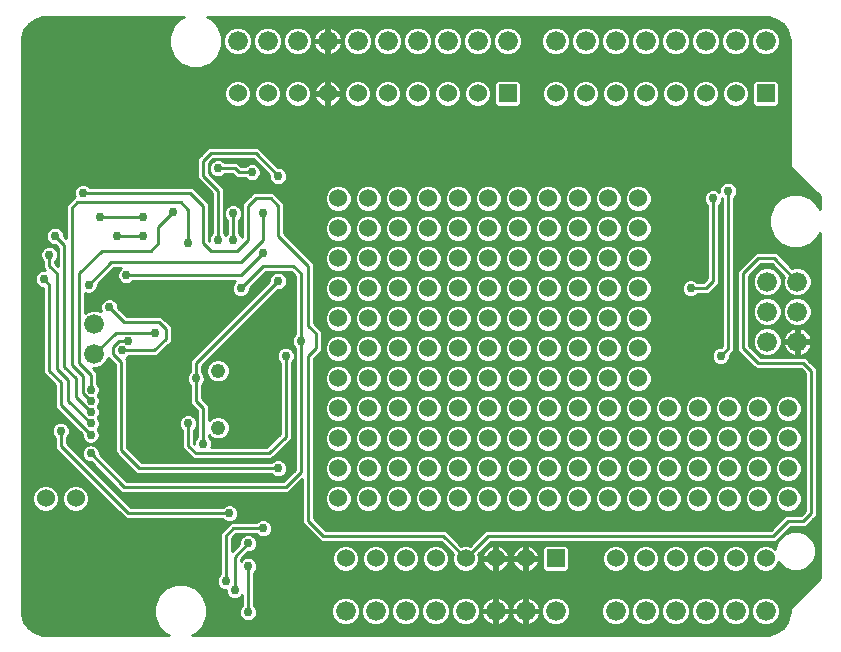
<source format=gbl>
G75*
G70*
%OFA0B0*%
%FSLAX24Y24*%
%IPPOS*%
%LPD*%
%AMOC8*
5,1,8,0,0,1.08239X$1,22.5*
%
%ADD10C,0.0480*%
%ADD11C,0.0660*%
%ADD12C,0.0600*%
%ADD13R,0.0600X0.0600*%
%ADD14C,0.0297*%
%ADD15C,0.0100*%
D10*
X007150Y007513D03*
X007150Y009413D03*
D11*
X003025Y009963D03*
X003025Y010963D03*
X007800Y020400D03*
X008800Y020400D03*
X009800Y020400D03*
X010800Y020400D03*
X011800Y020400D03*
X012800Y020400D03*
X013800Y020400D03*
X014800Y020400D03*
X015800Y020400D03*
X016800Y020400D03*
X018400Y020400D03*
X019400Y020400D03*
X020400Y020400D03*
X021400Y020400D03*
X022400Y020400D03*
X023400Y020400D03*
X024400Y020400D03*
X025400Y020400D03*
X025455Y012380D03*
X025455Y011380D03*
X026455Y011380D03*
X026455Y012380D03*
X026455Y010380D03*
X025455Y010380D03*
X025400Y001400D03*
X024400Y001400D03*
X023400Y001400D03*
X022400Y001400D03*
X021400Y001400D03*
X020400Y001400D03*
X018400Y001400D03*
X017400Y001400D03*
X016400Y001400D03*
X015400Y001400D03*
X014400Y001400D03*
X013400Y001400D03*
X012400Y001400D03*
X011400Y001400D03*
D12*
X011400Y003150D03*
X012400Y003150D03*
X013400Y003150D03*
X014400Y003150D03*
X015400Y003150D03*
X016400Y003150D03*
X017400Y003150D03*
X017150Y005150D03*
X016150Y005150D03*
X015150Y005150D03*
X014150Y005150D03*
X013150Y005150D03*
X012150Y005150D03*
X011150Y005150D03*
X011150Y006150D03*
X012150Y006150D03*
X012150Y007150D03*
X011150Y007150D03*
X011150Y008150D03*
X012150Y008150D03*
X012150Y009150D03*
X011150Y009150D03*
X011150Y010150D03*
X012150Y010150D03*
X013150Y010150D03*
X014150Y010150D03*
X015150Y010150D03*
X016150Y010150D03*
X017150Y010150D03*
X018150Y010150D03*
X019150Y010150D03*
X020150Y010150D03*
X021150Y010150D03*
X021150Y009150D03*
X021150Y008150D03*
X022150Y008150D03*
X023150Y008150D03*
X024150Y008150D03*
X025150Y008150D03*
X026150Y008150D03*
X026150Y007150D03*
X026150Y006150D03*
X025150Y006150D03*
X025150Y007150D03*
X024150Y007150D03*
X023150Y007150D03*
X023150Y006150D03*
X024150Y006150D03*
X024150Y005150D03*
X023150Y005150D03*
X022150Y005150D03*
X021150Y005150D03*
X020150Y005150D03*
X019150Y005150D03*
X018150Y005150D03*
X018150Y006150D03*
X019150Y006150D03*
X019150Y007150D03*
X018150Y007150D03*
X017150Y007150D03*
X016150Y007150D03*
X016150Y006150D03*
X017150Y006150D03*
X015150Y006150D03*
X015150Y007150D03*
X014150Y007150D03*
X013150Y007150D03*
X013150Y006150D03*
X014150Y006150D03*
X014150Y008150D03*
X013150Y008150D03*
X013150Y009150D03*
X014150Y009150D03*
X015150Y009150D03*
X015150Y008150D03*
X016150Y008150D03*
X017150Y008150D03*
X017150Y009150D03*
X016150Y009150D03*
X018150Y009150D03*
X019150Y009150D03*
X019150Y008150D03*
X018150Y008150D03*
X020150Y008150D03*
X020150Y009150D03*
X020150Y007150D03*
X020150Y006150D03*
X021150Y006150D03*
X022150Y006150D03*
X022150Y007150D03*
X021150Y007150D03*
X025150Y005150D03*
X026150Y005150D03*
X025400Y003150D03*
X024400Y003150D03*
X023400Y003150D03*
X022400Y003150D03*
X021400Y003150D03*
X020400Y003150D03*
X020150Y011150D03*
X020150Y012150D03*
X019150Y012150D03*
X018150Y012150D03*
X018150Y011150D03*
X019150Y011150D03*
X017150Y011150D03*
X016150Y011150D03*
X016150Y012150D03*
X017150Y012150D03*
X017150Y013150D03*
X016150Y013150D03*
X016150Y014150D03*
X017150Y014150D03*
X018150Y014150D03*
X019150Y014150D03*
X019150Y013150D03*
X018150Y013150D03*
X020150Y013150D03*
X020150Y014150D03*
X021150Y014150D03*
X021150Y013150D03*
X021150Y012150D03*
X021150Y011150D03*
X021150Y015150D03*
X020150Y015150D03*
X019150Y015150D03*
X018150Y015150D03*
X017150Y015150D03*
X016150Y015150D03*
X015150Y015150D03*
X014150Y015150D03*
X013150Y015150D03*
X012150Y015150D03*
X011150Y015150D03*
X011150Y014150D03*
X012150Y014150D03*
X012150Y013150D03*
X011150Y013150D03*
X011150Y012150D03*
X012150Y012150D03*
X012150Y011150D03*
X011150Y011150D03*
X013150Y011150D03*
X014150Y011150D03*
X014150Y012150D03*
X013150Y012150D03*
X013150Y013150D03*
X014150Y013150D03*
X014150Y014150D03*
X013150Y014150D03*
X015150Y014150D03*
X015150Y013150D03*
X015150Y012150D03*
X015150Y011150D03*
X014800Y018650D03*
X015800Y018650D03*
X013800Y018650D03*
X012800Y018650D03*
X011800Y018650D03*
X010800Y018650D03*
X009800Y018650D03*
X008800Y018650D03*
X007800Y018650D03*
X018400Y018650D03*
X019400Y018650D03*
X020400Y018650D03*
X021400Y018650D03*
X022400Y018650D03*
X023400Y018650D03*
X024400Y018650D03*
X002400Y005150D03*
X001400Y005150D03*
D13*
X018400Y003150D03*
X016800Y018650D03*
X025400Y018650D03*
D14*
X024150Y015400D03*
X023650Y015150D03*
X022900Y012150D03*
X023900Y009900D03*
X009900Y010400D03*
X009400Y009900D03*
X007900Y012150D03*
X009150Y012400D03*
X008650Y013338D03*
X007650Y013775D03*
X007150Y013775D03*
X006150Y013650D03*
X005650Y014713D03*
X004650Y014525D03*
X004650Y013900D03*
X003791Y013900D03*
X003213Y014525D03*
X002650Y015333D03*
X001713Y013900D03*
X001525Y013275D03*
X001338Y012463D03*
X002838Y012275D03*
X003525Y011525D03*
X004088Y012588D03*
X005056Y010681D03*
X004150Y010400D03*
X003963Y010088D03*
X003525Y009650D03*
X002900Y008775D03*
X002900Y008400D03*
X002900Y008025D03*
X002900Y007650D03*
X002900Y007275D03*
X003588Y007463D03*
X002900Y006650D03*
X001900Y007400D03*
X005150Y009150D03*
X006400Y009150D03*
X006150Y007650D03*
X006650Y006963D03*
X009150Y006150D03*
X007525Y004650D03*
X008650Y004150D03*
X008150Y003650D03*
X008150Y002900D03*
X007400Y002400D03*
X007700Y002100D03*
X008150Y001353D03*
X007650Y014650D03*
X008650Y014650D03*
X009150Y015900D03*
X008275Y016025D03*
X007150Y016150D03*
D15*
X000687Y001037D02*
X000834Y000834D01*
X001037Y000687D01*
X001275Y000610D01*
X001400Y000600D01*
X005508Y000600D01*
X005396Y000646D01*
X005146Y000896D01*
X005011Y001223D01*
X005011Y001577D01*
X005146Y001904D01*
X005396Y002154D01*
X005723Y002289D01*
X006077Y002289D01*
X006404Y002154D01*
X006654Y001904D01*
X006789Y001577D01*
X006789Y001223D01*
X006654Y000896D01*
X006404Y000646D01*
X006292Y000600D01*
X025317Y000600D01*
X025400Y000600D01*
X025525Y000610D01*
X025763Y000687D01*
X025966Y000834D01*
X026113Y001037D01*
X026190Y001275D01*
X026200Y001400D01*
X026200Y001483D01*
X026317Y001600D01*
X026317Y001600D01*
X027200Y002483D01*
X027200Y014008D01*
X027154Y013896D01*
X026904Y013646D01*
X026577Y013511D01*
X026223Y013511D01*
X025896Y013646D01*
X025646Y013896D01*
X025511Y014223D01*
X025511Y014577D01*
X025646Y014904D01*
X025896Y015154D01*
X026223Y015289D01*
X026577Y015289D01*
X026904Y015154D01*
X027154Y014904D01*
X027200Y014792D01*
X027200Y015217D01*
X026317Y016100D01*
X026200Y016217D01*
X026200Y020400D01*
X026190Y020525D01*
X026113Y020763D01*
X025966Y020966D01*
X025763Y021113D01*
X025525Y021190D01*
X025400Y021200D01*
X006792Y021200D01*
X006904Y021154D01*
X007154Y020904D01*
X007289Y020577D01*
X007289Y020223D01*
X007154Y019896D01*
X006904Y019646D01*
X006577Y019511D01*
X006223Y019511D01*
X005896Y019646D01*
X005646Y019896D01*
X005511Y020223D01*
X005511Y020577D01*
X005646Y020904D01*
X005896Y021154D01*
X006008Y021200D01*
X001400Y021200D01*
X001275Y021190D01*
X001037Y021113D01*
X000834Y020966D01*
X000687Y020763D01*
X000610Y020525D01*
X000600Y020400D01*
X000600Y001400D01*
X000610Y001275D01*
X000687Y001037D01*
X005088Y001037D01*
X005048Y001135D02*
X000655Y001135D01*
X000623Y001234D02*
X005011Y001234D01*
X005011Y001332D02*
X000605Y001332D01*
X000600Y001431D02*
X005011Y001431D01*
X005011Y001529D02*
X000600Y001529D01*
X000600Y001628D02*
X005032Y001628D01*
X005073Y001726D02*
X000600Y001726D01*
X000600Y001825D02*
X005114Y001825D01*
X005166Y001923D02*
X000600Y001923D01*
X000600Y002022D02*
X005264Y002022D01*
X005363Y002120D02*
X000600Y002120D01*
X000600Y002219D02*
X005553Y002219D01*
X006247Y002219D02*
X007159Y002219D01*
X007147Y002231D02*
X007231Y002147D01*
X007341Y002101D01*
X007401Y002101D01*
X007401Y002041D01*
X007447Y001931D01*
X007531Y001847D01*
X007641Y001801D01*
X007759Y001801D01*
X007869Y001847D01*
X007950Y001928D01*
X007950Y001576D01*
X007897Y001522D01*
X007851Y001413D01*
X007851Y001294D01*
X007897Y001184D01*
X007981Y001100D01*
X008091Y001054D01*
X008209Y001054D01*
X008319Y001100D01*
X008403Y001184D01*
X008449Y001294D01*
X008449Y001413D01*
X008403Y001522D01*
X008350Y001576D01*
X008350Y002678D01*
X008403Y002731D01*
X008449Y002841D01*
X008449Y002959D01*
X008403Y003069D01*
X008319Y003153D01*
X008209Y003199D01*
X008091Y003199D01*
X007981Y003153D01*
X007900Y003072D01*
X007900Y003117D01*
X008134Y003351D01*
X008209Y003351D01*
X008319Y003397D01*
X008403Y003481D01*
X008449Y003591D01*
X008449Y003709D01*
X008403Y003819D01*
X008319Y003903D01*
X008209Y003949D01*
X008091Y003949D01*
X007981Y003903D01*
X007897Y003819D01*
X007851Y003709D01*
X007851Y003634D01*
X007600Y003383D01*
X007600Y003817D01*
X007733Y003950D01*
X008428Y003950D01*
X008481Y003897D01*
X008591Y003851D01*
X008709Y003851D01*
X008819Y003897D01*
X008903Y003981D01*
X008949Y004091D01*
X008949Y004209D01*
X008903Y004319D01*
X008819Y004403D01*
X008709Y004449D01*
X008591Y004449D01*
X008481Y004403D01*
X008428Y004350D01*
X007567Y004350D01*
X007450Y004233D01*
X007200Y003983D01*
X007200Y002622D01*
X007147Y002569D01*
X007101Y002459D01*
X007101Y002341D01*
X007147Y002231D01*
X007111Y002317D02*
X000600Y002317D01*
X000600Y002416D02*
X007101Y002416D01*
X007124Y002514D02*
X000600Y002514D01*
X000600Y002613D02*
X007190Y002613D01*
X007200Y002711D02*
X000600Y002711D01*
X000600Y002810D02*
X007200Y002810D01*
X007200Y002908D02*
X000600Y002908D01*
X000600Y003007D02*
X007200Y003007D01*
X007200Y003105D02*
X000600Y003105D01*
X000600Y003204D02*
X007200Y003204D01*
X007200Y003302D02*
X000600Y003302D01*
X000600Y003401D02*
X007200Y003401D01*
X007200Y003499D02*
X000600Y003499D01*
X000600Y003598D02*
X007200Y003598D01*
X007200Y003696D02*
X000600Y003696D01*
X000600Y003795D02*
X007200Y003795D01*
X007200Y003893D02*
X000600Y003893D01*
X000600Y003992D02*
X007209Y003992D01*
X007307Y004090D02*
X000600Y004090D01*
X000600Y004189D02*
X007406Y004189D01*
X007504Y004287D02*
X000600Y004287D01*
X000600Y004386D02*
X007383Y004386D01*
X007356Y004397D02*
X007466Y004351D01*
X007584Y004351D01*
X007694Y004397D01*
X007778Y004481D01*
X007824Y004591D01*
X007824Y004709D01*
X007778Y004819D01*
X007694Y004903D01*
X007584Y004949D01*
X007466Y004949D01*
X007356Y004903D01*
X007303Y004850D01*
X004233Y004850D01*
X002100Y006983D01*
X002100Y007178D01*
X002153Y007231D01*
X002199Y007341D01*
X002199Y007459D01*
X002153Y007569D01*
X002069Y007653D01*
X001959Y007699D01*
X001841Y007699D01*
X001731Y007653D01*
X001647Y007569D01*
X001601Y007459D01*
X001601Y007341D01*
X001647Y007231D01*
X001700Y007178D01*
X001700Y006817D01*
X001817Y006700D01*
X004067Y004450D01*
X007303Y004450D01*
X007356Y004397D01*
X007525Y004650D02*
X004150Y004650D01*
X001900Y006900D01*
X001900Y007400D01*
X001634Y007538D02*
X000600Y007538D01*
X000600Y007636D02*
X001714Y007636D01*
X001601Y007439D02*
X000600Y007439D01*
X000600Y007341D02*
X001601Y007341D01*
X001642Y007242D02*
X000600Y007242D01*
X000600Y007144D02*
X001700Y007144D01*
X001700Y007045D02*
X000600Y007045D01*
X000600Y006947D02*
X001700Y006947D01*
X001700Y006848D02*
X000600Y006848D01*
X000600Y006750D02*
X001768Y006750D01*
X001866Y006651D02*
X000600Y006651D01*
X000600Y006553D02*
X001965Y006553D01*
X002063Y006454D02*
X000600Y006454D01*
X000600Y006356D02*
X002162Y006356D01*
X002260Y006257D02*
X000600Y006257D01*
X000600Y006159D02*
X002359Y006159D01*
X002457Y006060D02*
X000600Y006060D01*
X000600Y005962D02*
X002556Y005962D01*
X002654Y005863D02*
X000600Y005863D01*
X000600Y005765D02*
X002753Y005765D01*
X002851Y005666D02*
X000600Y005666D01*
X000600Y005568D02*
X001232Y005568D01*
X001310Y005600D02*
X001145Y005531D01*
X001019Y005405D01*
X000950Y005240D01*
X000950Y005060D01*
X001019Y004895D01*
X001145Y004769D01*
X001310Y004700D01*
X001490Y004700D01*
X001655Y004769D01*
X001781Y004895D01*
X001850Y005060D01*
X001850Y005240D01*
X001781Y005405D01*
X001655Y005531D01*
X001490Y005600D01*
X001310Y005600D01*
X001568Y005568D02*
X002232Y005568D01*
X002310Y005600D02*
X002145Y005531D01*
X002019Y005405D01*
X001950Y005240D01*
X001950Y005060D01*
X002019Y004895D01*
X002145Y004769D01*
X002310Y004700D01*
X002490Y004700D01*
X002655Y004769D01*
X002781Y004895D01*
X002850Y005060D01*
X002850Y005240D01*
X002781Y005405D01*
X002655Y005531D01*
X002490Y005600D01*
X002310Y005600D01*
X002568Y005568D02*
X002950Y005568D01*
X003048Y005469D02*
X002717Y005469D01*
X002796Y005371D02*
X003147Y005371D01*
X003245Y005272D02*
X002837Y005272D01*
X002850Y005174D02*
X003344Y005174D01*
X003442Y005075D02*
X002850Y005075D01*
X002815Y004977D02*
X003541Y004977D01*
X003639Y004878D02*
X002764Y004878D01*
X002666Y004780D02*
X003738Y004780D01*
X003836Y004681D02*
X000600Y004681D01*
X000600Y004583D02*
X003935Y004583D01*
X004033Y004484D02*
X000600Y004484D01*
X000600Y004780D02*
X001134Y004780D01*
X001036Y004878D02*
X000600Y004878D01*
X000600Y004977D02*
X000985Y004977D01*
X000950Y005075D02*
X000600Y005075D01*
X000600Y005174D02*
X000950Y005174D01*
X000963Y005272D02*
X000600Y005272D01*
X000600Y005371D02*
X001004Y005371D01*
X001083Y005469D02*
X000600Y005469D01*
X001717Y005469D02*
X002083Y005469D01*
X002004Y005371D02*
X001796Y005371D01*
X001837Y005272D02*
X001963Y005272D01*
X001950Y005174D02*
X001850Y005174D01*
X001850Y005075D02*
X001950Y005075D01*
X001985Y004977D02*
X001815Y004977D01*
X001764Y004878D02*
X002036Y004878D01*
X002134Y004780D02*
X001666Y004780D01*
X003023Y006060D02*
X003207Y006060D01*
X003121Y005962D02*
X003306Y005962D01*
X003220Y005863D02*
X003404Y005863D01*
X003318Y005765D02*
X003503Y005765D01*
X003417Y005666D02*
X003601Y005666D01*
X003515Y005568D02*
X003700Y005568D01*
X003614Y005469D02*
X003798Y005469D01*
X003825Y005442D02*
X003942Y005325D01*
X009483Y005325D01*
X009950Y005792D01*
X009950Y004317D01*
X010450Y003817D01*
X010567Y003700D01*
X014567Y003700D01*
X014973Y003294D01*
X014950Y003240D01*
X014950Y003060D01*
X015019Y002895D01*
X015145Y002769D01*
X015310Y002700D01*
X015490Y002700D01*
X015655Y002769D01*
X015781Y002895D01*
X015850Y003060D01*
X015850Y003240D01*
X015827Y003294D01*
X016233Y003700D01*
X025733Y003700D01*
X026233Y004200D01*
X026733Y004200D01*
X026983Y004450D01*
X027100Y004567D01*
X027100Y009483D01*
X026850Y009733D01*
X026733Y009850D01*
X025233Y009850D01*
X024850Y010233D01*
X024850Y012567D01*
X025233Y012950D01*
X025603Y012950D01*
X026005Y012548D01*
X025975Y012476D01*
X025975Y012285D01*
X026048Y012108D01*
X026183Y011973D01*
X026360Y011900D01*
X026551Y011900D01*
X026727Y011973D01*
X026862Y012108D01*
X026935Y012285D01*
X026935Y012476D01*
X026862Y012652D01*
X026727Y012787D01*
X026551Y012860D01*
X026360Y012860D01*
X026288Y012831D01*
X025768Y013350D01*
X025067Y013350D01*
X024950Y013233D01*
X024450Y012733D01*
X024450Y010067D01*
X025067Y009450D01*
X026567Y009450D01*
X026700Y009317D01*
X026700Y004733D01*
X026567Y004600D01*
X026067Y004600D01*
X025950Y004483D01*
X025567Y004100D01*
X016067Y004100D01*
X015950Y003983D01*
X015544Y003577D01*
X015490Y003600D01*
X015310Y003600D01*
X015256Y003577D01*
X014733Y004100D01*
X010733Y004100D01*
X010350Y004483D01*
X010350Y009817D01*
X010600Y010067D01*
X010600Y010733D01*
X010483Y010850D01*
X010350Y010983D01*
X010350Y012983D01*
X010233Y013100D01*
X009350Y013983D01*
X009350Y014983D01*
X009233Y015100D01*
X008983Y015350D01*
X008317Y015350D01*
X008200Y015233D01*
X007950Y014983D01*
X007950Y013858D01*
X007942Y013850D01*
X007903Y013944D01*
X007850Y013997D01*
X007850Y014428D01*
X007903Y014481D01*
X007949Y014591D01*
X007949Y014709D01*
X007903Y014819D01*
X007819Y014903D01*
X007709Y014949D01*
X007591Y014949D01*
X007481Y014903D01*
X007397Y014819D01*
X007351Y014709D01*
X007351Y014591D01*
X007397Y014481D01*
X007450Y014428D01*
X007450Y013997D01*
X007400Y013947D01*
X007350Y013997D01*
X007350Y015483D01*
X007233Y015600D01*
X006850Y015983D01*
X006850Y016317D01*
X006983Y016450D01*
X008317Y016450D01*
X008851Y015916D01*
X008851Y015841D01*
X008897Y015731D01*
X008981Y015647D01*
X009091Y015601D01*
X009209Y015601D01*
X009319Y015647D01*
X009403Y015731D01*
X009449Y015841D01*
X009449Y015959D01*
X009403Y016069D01*
X009319Y016153D01*
X009209Y016199D01*
X009134Y016199D01*
X008600Y016733D01*
X008483Y016850D01*
X006817Y016850D01*
X006567Y016600D01*
X006450Y016483D01*
X006450Y015817D01*
X006950Y015317D01*
X006950Y013997D01*
X006897Y013944D01*
X006851Y013834D01*
X006851Y013732D01*
X006850Y013733D01*
X006850Y014983D01*
X006733Y015100D01*
X006300Y015533D01*
X002872Y015533D01*
X002819Y015586D01*
X002709Y015632D01*
X002591Y015632D01*
X002481Y015586D01*
X002397Y015502D01*
X002351Y015392D01*
X002351Y015274D01*
X002374Y015219D01*
X002075Y014920D01*
X002075Y013820D01*
X002011Y013884D01*
X002011Y013959D01*
X001966Y014069D01*
X001882Y014153D01*
X001772Y014199D01*
X001653Y014199D01*
X001543Y014153D01*
X001459Y014069D01*
X001414Y013959D01*
X001414Y013841D01*
X001459Y013731D01*
X001543Y013647D01*
X001653Y013601D01*
X001728Y013601D01*
X001825Y013505D01*
X001825Y012883D01*
X001725Y012983D01*
X001725Y013053D01*
X001778Y013106D01*
X001824Y013216D01*
X001824Y013334D01*
X001778Y013444D01*
X001694Y013528D01*
X001584Y013574D01*
X001466Y013574D01*
X001356Y013528D01*
X001272Y013444D01*
X001226Y013334D01*
X001226Y013216D01*
X001272Y013106D01*
X001325Y013053D01*
X001325Y012817D01*
X001381Y012761D01*
X001278Y012761D01*
X001168Y012716D01*
X001084Y012632D01*
X001039Y012522D01*
X001039Y012403D01*
X001084Y012293D01*
X001168Y012209D01*
X001278Y012164D01*
X001325Y012164D01*
X001325Y009317D01*
X001442Y009200D01*
X001700Y008942D01*
X001700Y008192D01*
X001817Y008075D01*
X002601Y007291D01*
X002601Y007216D01*
X002647Y007106D01*
X002731Y007022D01*
X002841Y006976D01*
X002959Y006976D01*
X003069Y007022D01*
X003153Y007106D01*
X003199Y007216D01*
X003199Y007334D01*
X003153Y007444D01*
X003135Y007463D01*
X003153Y007481D01*
X003199Y007591D01*
X003199Y007709D01*
X003153Y007819D01*
X003135Y007837D01*
X003153Y007856D01*
X003199Y007966D01*
X003199Y008084D01*
X003153Y008194D01*
X003135Y008212D01*
X003153Y008231D01*
X003199Y008341D01*
X003199Y008459D01*
X003153Y008569D01*
X003135Y008588D01*
X003153Y008606D01*
X003199Y008716D01*
X003199Y008834D01*
X003153Y008944D01*
X003100Y008997D01*
X003100Y009358D01*
X002975Y009483D01*
X003120Y009483D01*
X003297Y009556D01*
X003432Y009691D01*
X003493Y009837D01*
X003700Y009630D01*
X003700Y006692D01*
X004325Y006067D01*
X004442Y005950D01*
X008928Y005950D01*
X008981Y005897D01*
X009091Y005851D01*
X009209Y005851D01*
X009319Y005897D01*
X009403Y005981D01*
X009449Y006091D01*
X009449Y006209D01*
X009403Y006319D01*
X009319Y006403D01*
X009209Y006449D01*
X009091Y006449D01*
X008981Y006403D01*
X008928Y006350D01*
X004608Y006350D01*
X004100Y006858D01*
X004100Y009795D01*
X004082Y009814D01*
X004132Y009834D01*
X004185Y009888D01*
X005108Y009888D01*
X005483Y010263D01*
X005600Y010380D01*
X005600Y010889D01*
X005381Y011108D01*
X005264Y011225D01*
X004108Y011225D01*
X003824Y011509D01*
X003824Y011584D01*
X003778Y011694D01*
X003694Y011778D01*
X003584Y011824D01*
X003466Y011824D01*
X003356Y011778D01*
X003272Y011694D01*
X003226Y011584D01*
X003226Y011466D01*
X003260Y011385D01*
X003120Y011442D01*
X002930Y011442D01*
X002753Y011369D01*
X002725Y011341D01*
X002725Y011998D01*
X002778Y011976D01*
X002897Y011976D01*
X003007Y012022D01*
X003091Y012106D01*
X003136Y012216D01*
X003136Y012291D01*
X003670Y012825D01*
X003903Y012825D01*
X003834Y012757D01*
X003789Y012647D01*
X003789Y012528D01*
X003834Y012418D01*
X003918Y012334D01*
X004028Y012289D01*
X004147Y012289D01*
X004257Y012334D01*
X004310Y012388D01*
X007715Y012388D01*
X007647Y012319D01*
X007601Y012209D01*
X007601Y012091D01*
X007647Y011981D01*
X007731Y011897D01*
X007841Y011851D01*
X007959Y011851D01*
X008069Y011897D01*
X008153Y011981D01*
X008199Y012091D01*
X008199Y012166D01*
X008733Y012700D01*
X009567Y012700D01*
X009700Y012567D01*
X009700Y010622D01*
X009647Y010569D01*
X009601Y010459D01*
X009601Y010341D01*
X009647Y010231D01*
X009700Y010178D01*
X009700Y006108D01*
X009317Y005725D01*
X004108Y005725D01*
X003199Y006634D01*
X003199Y006709D01*
X003153Y006819D01*
X003069Y006903D01*
X002959Y006949D01*
X002841Y006949D01*
X002731Y006903D01*
X002647Y006819D01*
X002601Y006709D01*
X002601Y006591D01*
X002647Y006481D01*
X002731Y006397D01*
X002841Y006351D01*
X002916Y006351D01*
X003825Y005442D01*
X003897Y005371D02*
X003712Y005371D01*
X003811Y005272D02*
X009950Y005272D01*
X009950Y005174D02*
X003909Y005174D01*
X004008Y005075D02*
X009950Y005075D01*
X009950Y004977D02*
X004106Y004977D01*
X004205Y004878D02*
X007331Y004878D01*
X007719Y004878D02*
X009950Y004878D01*
X009950Y004780D02*
X007795Y004780D01*
X007824Y004681D02*
X009950Y004681D01*
X009950Y004583D02*
X007820Y004583D01*
X007780Y004484D02*
X009950Y004484D01*
X009950Y004386D02*
X008837Y004386D01*
X008917Y004287D02*
X009980Y004287D01*
X010079Y004189D02*
X008949Y004189D01*
X008949Y004090D02*
X010177Y004090D01*
X010276Y003992D02*
X008908Y003992D01*
X008810Y003893D02*
X010374Y003893D01*
X010473Y003795D02*
X008413Y003795D01*
X008449Y003696D02*
X014571Y003696D01*
X014496Y003598D02*
X014670Y003598D01*
X014655Y003531D02*
X014490Y003600D01*
X014310Y003600D01*
X014145Y003531D01*
X014019Y003405D01*
X013950Y003240D01*
X013950Y003060D01*
X014019Y002895D01*
X014145Y002769D01*
X014310Y002700D01*
X014490Y002700D01*
X014655Y002769D01*
X014781Y002895D01*
X014850Y003060D01*
X014850Y003240D01*
X014781Y003405D01*
X014655Y003531D01*
X014687Y003499D02*
X014768Y003499D01*
X014783Y003401D02*
X014867Y003401D01*
X014824Y003302D02*
X014965Y003302D01*
X014950Y003204D02*
X014850Y003204D01*
X014850Y003105D02*
X014950Y003105D01*
X014972Y003007D02*
X014828Y003007D01*
X014787Y002908D02*
X015013Y002908D01*
X015104Y002810D02*
X014696Y002810D01*
X014516Y002711D02*
X015284Y002711D01*
X015516Y002711D02*
X016295Y002711D01*
X016227Y002733D01*
X016164Y002765D01*
X016107Y002807D01*
X016057Y002857D01*
X016015Y002914D01*
X015983Y002977D01*
X015961Y003045D01*
X015952Y003100D01*
X016350Y003100D01*
X016350Y003200D01*
X016350Y003598D01*
X016295Y003589D01*
X016227Y003567D01*
X016164Y003535D01*
X016107Y003493D01*
X016057Y003443D01*
X016015Y003386D01*
X015983Y003323D01*
X015961Y003255D01*
X015952Y003200D01*
X016350Y003200D01*
X016450Y003200D01*
X016450Y003598D01*
X016505Y003589D01*
X016573Y003567D01*
X016636Y003535D01*
X016693Y003493D01*
X016743Y003443D01*
X016785Y003386D01*
X016817Y003323D01*
X016839Y003255D01*
X016848Y003200D01*
X016450Y003200D01*
X016450Y003100D01*
X016848Y003100D01*
X016839Y003045D01*
X016817Y002977D01*
X016785Y002914D01*
X016743Y002857D01*
X016693Y002807D01*
X016636Y002765D01*
X016573Y002733D01*
X016505Y002711D01*
X017295Y002711D01*
X017227Y002733D01*
X017164Y002765D01*
X017107Y002807D01*
X017057Y002857D01*
X017015Y002914D01*
X016983Y002977D01*
X016961Y003045D01*
X016952Y003100D01*
X017350Y003100D01*
X017350Y003200D01*
X017350Y003598D01*
X017295Y003589D01*
X017227Y003567D01*
X017164Y003535D01*
X017107Y003493D01*
X017057Y003443D01*
X017015Y003386D01*
X016983Y003323D01*
X016961Y003255D01*
X016952Y003200D01*
X017350Y003200D01*
X017450Y003200D01*
X017450Y003598D01*
X017505Y003589D01*
X017573Y003567D01*
X017636Y003535D01*
X017693Y003493D01*
X017743Y003443D01*
X017785Y003386D01*
X017817Y003323D01*
X017839Y003255D01*
X017848Y003200D01*
X017450Y003200D01*
X017450Y003100D01*
X017848Y003100D01*
X017839Y003045D01*
X017817Y002977D01*
X017785Y002914D01*
X017743Y002857D01*
X017693Y002807D01*
X017636Y002765D01*
X017573Y002733D01*
X017505Y002711D01*
X018027Y002711D01*
X018038Y002700D02*
X017950Y002788D01*
X017950Y003512D01*
X018038Y003600D01*
X018762Y003600D01*
X018850Y003512D01*
X018850Y002788D01*
X018762Y002700D01*
X018038Y002700D01*
X017950Y002810D02*
X017696Y002810D01*
X017780Y002908D02*
X017950Y002908D01*
X017950Y003007D02*
X017827Y003007D01*
X017950Y003105D02*
X017450Y003105D01*
X017450Y003100D02*
X017450Y002702D01*
X017505Y002711D01*
X017450Y002711D02*
X017350Y002711D01*
X017350Y002702D02*
X017350Y003100D01*
X017450Y003100D01*
X017450Y003007D02*
X017350Y003007D01*
X017350Y003105D02*
X016450Y003105D01*
X016450Y003100D02*
X016450Y002702D01*
X016505Y002711D01*
X016450Y002711D02*
X016350Y002711D01*
X016350Y002702D02*
X016350Y003100D01*
X016450Y003100D01*
X016450Y003007D02*
X016350Y003007D01*
X016350Y003105D02*
X015850Y003105D01*
X015850Y003204D02*
X015953Y003204D01*
X015976Y003302D02*
X015835Y003302D01*
X015933Y003401D02*
X016026Y003401D01*
X016032Y003499D02*
X016115Y003499D01*
X016130Y003598D02*
X016349Y003598D01*
X016350Y003598D02*
X016450Y003598D01*
X016451Y003598D02*
X017349Y003598D01*
X017350Y003598D02*
X017450Y003598D01*
X017451Y003598D02*
X018035Y003598D01*
X017950Y003499D02*
X017685Y003499D01*
X017774Y003401D02*
X017950Y003401D01*
X017950Y003302D02*
X017824Y003302D01*
X017847Y003204D02*
X017950Y003204D01*
X017450Y003204D02*
X017350Y003204D01*
X017350Y003302D02*
X017450Y003302D01*
X017450Y003401D02*
X017350Y003401D01*
X017350Y003499D02*
X017450Y003499D01*
X017115Y003499D02*
X016685Y003499D01*
X016774Y003401D02*
X017026Y003401D01*
X016976Y003302D02*
X016824Y003302D01*
X016847Y003204D02*
X016953Y003204D01*
X016973Y003007D02*
X016827Y003007D01*
X016780Y002908D02*
X017020Y002908D01*
X017104Y002810D02*
X016696Y002810D01*
X016450Y002810D02*
X016350Y002810D01*
X016350Y002908D02*
X016450Y002908D01*
X016350Y002702D02*
X016295Y002711D01*
X016104Y002810D02*
X015696Y002810D01*
X015787Y002908D02*
X016020Y002908D01*
X015973Y003007D02*
X015828Y003007D01*
X015400Y003150D02*
X014650Y003900D01*
X010650Y003900D01*
X010150Y004400D01*
X010150Y009900D01*
X010400Y010150D01*
X010400Y010650D01*
X010150Y010900D01*
X010150Y012900D01*
X009150Y013900D01*
X009150Y014900D01*
X008900Y015150D01*
X008400Y015150D01*
X008150Y014900D01*
X008150Y013775D01*
X007775Y013400D01*
X006900Y013400D01*
X006650Y013650D01*
X006650Y014900D01*
X006217Y015333D01*
X002650Y015333D01*
X002373Y015221D02*
X000600Y015221D01*
X000600Y015319D02*
X002351Y015319D01*
X002362Y015418D02*
X000600Y015418D01*
X000600Y015516D02*
X002410Y015516D01*
X002549Y015615D02*
X000600Y015615D01*
X000600Y015713D02*
X006554Y015713D01*
X006456Y015812D02*
X000600Y015812D01*
X000600Y015910D02*
X006450Y015910D01*
X006450Y016009D02*
X000600Y016009D01*
X000600Y016107D02*
X006450Y016107D01*
X006450Y016206D02*
X000600Y016206D01*
X000600Y016304D02*
X006450Y016304D01*
X006450Y016403D02*
X000600Y016403D01*
X000600Y016501D02*
X006468Y016501D01*
X006567Y016600D02*
X000600Y016600D01*
X000600Y016698D02*
X006665Y016698D01*
X006764Y016797D02*
X000600Y016797D01*
X000600Y016895D02*
X026200Y016895D01*
X026200Y016797D02*
X008536Y016797D01*
X008635Y016698D02*
X026200Y016698D01*
X026200Y016600D02*
X008733Y016600D01*
X008832Y016501D02*
X026200Y016501D01*
X026200Y016403D02*
X008930Y016403D01*
X009029Y016304D02*
X026200Y016304D01*
X026212Y016206D02*
X009127Y016206D01*
X009365Y016107D02*
X026310Y016107D01*
X026409Y016009D02*
X009428Y016009D01*
X009449Y015910D02*
X026507Y015910D01*
X026606Y015812D02*
X009437Y015812D01*
X009386Y015713D02*
X026704Y015713D01*
X026803Y015615D02*
X024358Y015615D01*
X024319Y015653D02*
X024209Y015699D01*
X024091Y015699D01*
X023981Y015653D01*
X023897Y015569D01*
X023851Y015459D01*
X023851Y015371D01*
X023819Y015403D01*
X023709Y015449D01*
X023591Y015449D01*
X023481Y015403D01*
X023397Y015319D01*
X021567Y015319D01*
X021600Y015240D02*
X021531Y015405D01*
X021405Y015531D01*
X021240Y015600D01*
X021060Y015600D01*
X020895Y015531D01*
X020769Y015405D01*
X020700Y015240D01*
X020700Y015060D01*
X020769Y014895D01*
X020895Y014769D01*
X021060Y014700D01*
X021240Y014700D01*
X021405Y014769D01*
X021531Y014895D01*
X021600Y015060D01*
X021600Y015240D01*
X021600Y015221D02*
X023356Y015221D01*
X023351Y015209D02*
X023397Y015319D01*
X023351Y015209D02*
X023351Y015091D01*
X023397Y014981D01*
X023450Y014928D01*
X023450Y012483D01*
X023317Y012350D01*
X023122Y012350D01*
X023069Y012403D01*
X022959Y012449D01*
X022841Y012449D01*
X022731Y012403D01*
X022647Y012319D01*
X022601Y012209D01*
X022601Y012091D01*
X022647Y011981D01*
X022731Y011897D01*
X022841Y011851D01*
X022959Y011851D01*
X023069Y011897D01*
X023122Y011950D01*
X023483Y011950D01*
X023733Y012200D01*
X023850Y012317D01*
X023850Y014928D01*
X023903Y014981D01*
X023949Y015091D01*
X023949Y015179D01*
X023950Y015178D01*
X023950Y010233D01*
X023916Y010199D01*
X023841Y010199D01*
X023731Y010153D01*
X023647Y010069D01*
X023601Y009959D01*
X023601Y009841D01*
X023647Y009731D01*
X023731Y009647D01*
X023841Y009601D01*
X023959Y009601D01*
X024069Y009647D01*
X024153Y009731D01*
X024199Y009841D01*
X024199Y009916D01*
X024233Y009950D01*
X024350Y010067D01*
X024350Y015178D01*
X024403Y015231D01*
X024449Y015341D01*
X024449Y015459D01*
X024403Y015569D01*
X024319Y015653D01*
X024425Y015516D02*
X026901Y015516D01*
X027000Y015418D02*
X024449Y015418D01*
X024440Y015319D02*
X027098Y015319D01*
X027197Y015221D02*
X026742Y015221D01*
X026935Y015122D02*
X027200Y015122D01*
X027200Y015024D02*
X027034Y015024D01*
X027132Y014925D02*
X027200Y014925D01*
X027186Y014827D02*
X027200Y014827D01*
X026058Y015221D02*
X024393Y015221D01*
X024350Y015122D02*
X025865Y015122D01*
X025766Y015024D02*
X024350Y015024D01*
X024350Y014925D02*
X025668Y014925D01*
X025614Y014827D02*
X024350Y014827D01*
X024350Y014728D02*
X025574Y014728D01*
X025533Y014630D02*
X024350Y014630D01*
X024350Y014531D02*
X025511Y014531D01*
X025511Y014433D02*
X024350Y014433D01*
X024350Y014334D02*
X025511Y014334D01*
X025511Y014236D02*
X024350Y014236D01*
X024350Y014137D02*
X025547Y014137D01*
X025588Y014039D02*
X024350Y014039D01*
X024350Y013940D02*
X025628Y013940D01*
X025701Y013842D02*
X024350Y013842D01*
X024350Y013743D02*
X025800Y013743D01*
X025901Y013645D02*
X024350Y013645D01*
X024350Y013546D02*
X026139Y013546D01*
X026661Y013546D02*
X027200Y013546D01*
X027200Y013448D02*
X024350Y013448D01*
X024350Y013349D02*
X025066Y013349D01*
X024968Y013251D02*
X024350Y013251D01*
X024350Y013152D02*
X024869Y013152D01*
X024771Y013054D02*
X024350Y013054D01*
X024350Y012955D02*
X024672Y012955D01*
X024574Y012857D02*
X024350Y012857D01*
X024350Y012758D02*
X024475Y012758D01*
X024450Y012660D02*
X024350Y012660D01*
X024350Y012561D02*
X024450Y012561D01*
X024450Y012463D02*
X024350Y012463D01*
X024350Y012364D02*
X024450Y012364D01*
X024450Y012266D02*
X024350Y012266D01*
X024350Y012167D02*
X024450Y012167D01*
X024450Y012069D02*
X024350Y012069D01*
X024350Y011970D02*
X024450Y011970D01*
X024450Y011872D02*
X024350Y011872D01*
X024350Y011773D02*
X024450Y011773D01*
X024450Y011675D02*
X024350Y011675D01*
X024350Y011576D02*
X024450Y011576D01*
X024450Y011478D02*
X024350Y011478D01*
X024350Y011379D02*
X024450Y011379D01*
X024450Y011281D02*
X024350Y011281D01*
X024350Y011182D02*
X024450Y011182D01*
X024450Y011084D02*
X024350Y011084D01*
X024350Y010985D02*
X024450Y010985D01*
X024450Y010887D02*
X024350Y010887D01*
X024350Y010788D02*
X024450Y010788D01*
X024450Y010690D02*
X024350Y010690D01*
X024350Y010591D02*
X024450Y010591D01*
X024450Y010493D02*
X024350Y010493D01*
X024350Y010394D02*
X024450Y010394D01*
X024450Y010296D02*
X024350Y010296D01*
X024350Y010197D02*
X024450Y010197D01*
X024450Y010099D02*
X024350Y010099D01*
X024283Y010000D02*
X024517Y010000D01*
X024616Y009902D02*
X024199Y009902D01*
X024233Y009950D02*
X024233Y009950D01*
X024183Y009803D02*
X024714Y009803D01*
X024813Y009705D02*
X024127Y009705D01*
X023971Y009606D02*
X024911Y009606D01*
X025010Y009508D02*
X021429Y009508D01*
X021405Y009531D02*
X021531Y009405D01*
X021600Y009240D01*
X021600Y009060D01*
X021531Y008895D01*
X021405Y008769D01*
X021240Y008700D01*
X021060Y008700D01*
X020895Y008769D01*
X020769Y008895D01*
X020700Y009060D01*
X020700Y009240D01*
X020769Y009405D01*
X020895Y009531D01*
X021060Y009600D01*
X021240Y009600D01*
X021405Y009531D01*
X021527Y009409D02*
X026608Y009409D01*
X026700Y009311D02*
X021571Y009311D01*
X021600Y009212D02*
X026700Y009212D01*
X026700Y009114D02*
X021600Y009114D01*
X021581Y009015D02*
X026700Y009015D01*
X026700Y008917D02*
X021540Y008917D01*
X021454Y008818D02*
X026700Y008818D01*
X026700Y008720D02*
X021287Y008720D01*
X021240Y008600D02*
X021060Y008600D01*
X020895Y008531D01*
X020769Y008405D01*
X020700Y008240D01*
X020700Y008060D01*
X020769Y007895D01*
X020895Y007769D01*
X021060Y007700D01*
X021240Y007700D01*
X021405Y007769D01*
X021531Y007895D01*
X021600Y008060D01*
X021600Y008240D01*
X021531Y008405D01*
X021405Y008531D01*
X021240Y008600D01*
X021414Y008523D02*
X021886Y008523D01*
X021895Y008531D02*
X021769Y008405D01*
X021700Y008240D01*
X021700Y008060D01*
X021769Y007895D01*
X021895Y007769D01*
X022060Y007700D01*
X022240Y007700D01*
X022405Y007769D01*
X022531Y007895D01*
X022600Y008060D01*
X022600Y008240D01*
X022531Y008405D01*
X022405Y008531D01*
X022240Y008600D01*
X022060Y008600D01*
X021895Y008531D01*
X021788Y008424D02*
X021512Y008424D01*
X021564Y008326D02*
X021736Y008326D01*
X021700Y008227D02*
X021600Y008227D01*
X021600Y008129D02*
X021700Y008129D01*
X021713Y008030D02*
X021587Y008030D01*
X021547Y007932D02*
X021753Y007932D01*
X021831Y007833D02*
X021469Y007833D01*
X021323Y007735D02*
X021977Y007735D01*
X022060Y007600D02*
X021895Y007531D01*
X021769Y007405D01*
X021700Y007240D01*
X021700Y007060D01*
X021769Y006895D01*
X021895Y006769D01*
X022060Y006700D01*
X022240Y006700D01*
X022405Y006769D01*
X022531Y006895D01*
X022600Y007060D01*
X022600Y007240D01*
X022531Y007405D01*
X022405Y007531D01*
X022240Y007600D01*
X022060Y007600D01*
X021910Y007538D02*
X021390Y007538D01*
X021405Y007531D02*
X021240Y007600D01*
X021060Y007600D01*
X020895Y007531D01*
X020769Y007405D01*
X020700Y007240D01*
X020700Y007060D01*
X020769Y006895D01*
X020895Y006769D01*
X021060Y006700D01*
X021240Y006700D01*
X021405Y006769D01*
X021531Y006895D01*
X021600Y007060D01*
X021600Y007240D01*
X021531Y007405D01*
X021405Y007531D01*
X021497Y007439D02*
X021803Y007439D01*
X021742Y007341D02*
X021558Y007341D01*
X021599Y007242D02*
X021701Y007242D01*
X021700Y007144D02*
X021600Y007144D01*
X021594Y007045D02*
X021706Y007045D01*
X021747Y006947D02*
X021553Y006947D01*
X021484Y006848D02*
X021816Y006848D01*
X021941Y006750D02*
X021359Y006750D01*
X021240Y006600D02*
X021060Y006600D01*
X020895Y006531D01*
X020769Y006405D01*
X020700Y006240D01*
X020700Y006060D01*
X020600Y006060D01*
X020531Y005895D01*
X020405Y005769D01*
X020240Y005700D01*
X020060Y005700D01*
X019895Y005769D01*
X019769Y005895D01*
X019700Y006060D01*
X019600Y006060D01*
X019531Y005895D01*
X019405Y005769D01*
X019240Y005700D01*
X019060Y005700D01*
X018895Y005769D01*
X018769Y005895D01*
X018700Y006060D01*
X018600Y006060D01*
X018531Y005895D01*
X018405Y005769D01*
X018240Y005700D01*
X018060Y005700D01*
X017895Y005769D01*
X017769Y005895D01*
X017700Y006060D01*
X017600Y006060D01*
X017531Y005895D01*
X017405Y005769D01*
X017240Y005700D01*
X017060Y005700D01*
X016895Y005769D01*
X016769Y005895D01*
X016700Y006060D01*
X016600Y006060D01*
X016531Y005895D01*
X016405Y005769D01*
X016240Y005700D01*
X016060Y005700D01*
X015895Y005769D01*
X015769Y005895D01*
X015700Y006060D01*
X015600Y006060D01*
X015531Y005895D01*
X015405Y005769D01*
X015240Y005700D01*
X015060Y005700D01*
X014895Y005769D01*
X014769Y005895D01*
X014700Y006060D01*
X014600Y006060D01*
X014531Y005895D01*
X014405Y005769D01*
X014240Y005700D01*
X014060Y005700D01*
X013895Y005769D01*
X013769Y005895D01*
X013700Y006060D01*
X013600Y006060D01*
X013531Y005895D01*
X013405Y005769D01*
X013240Y005700D01*
X013060Y005700D01*
X012895Y005769D01*
X012769Y005895D01*
X012700Y006060D01*
X012600Y006060D01*
X012531Y005895D01*
X012405Y005769D01*
X012240Y005700D01*
X012060Y005700D01*
X011895Y005769D01*
X011769Y005895D01*
X011700Y006060D01*
X011600Y006060D01*
X011531Y005895D01*
X011405Y005769D01*
X011240Y005700D01*
X011060Y005700D01*
X010895Y005769D01*
X010769Y005895D01*
X010700Y006060D01*
X010350Y006060D01*
X010350Y005962D02*
X010741Y005962D01*
X010700Y006060D02*
X010700Y006240D01*
X010769Y006405D01*
X010895Y006531D01*
X011060Y006600D01*
X011240Y006600D01*
X011405Y006531D01*
X011531Y006405D01*
X011600Y006240D01*
X011600Y006060D01*
X011600Y006159D02*
X011700Y006159D01*
X011700Y006240D02*
X011700Y006060D01*
X011741Y005962D02*
X011559Y005962D01*
X011499Y005863D02*
X011801Y005863D01*
X011905Y005765D02*
X011395Y005765D01*
X011318Y005568D02*
X011982Y005568D01*
X012060Y005600D02*
X011895Y005531D01*
X011769Y005405D01*
X011700Y005240D01*
X011700Y005060D01*
X011769Y004895D01*
X011895Y004769D01*
X012060Y004700D01*
X012240Y004700D01*
X012405Y004769D01*
X012531Y004895D01*
X012600Y005060D01*
X012600Y005240D01*
X012531Y005405D01*
X012405Y005531D01*
X012240Y005600D01*
X012060Y005600D01*
X012318Y005568D02*
X012982Y005568D01*
X013060Y005600D02*
X012895Y005531D01*
X012769Y005405D01*
X012700Y005240D01*
X012700Y005060D01*
X012769Y004895D01*
X012895Y004769D01*
X013060Y004700D01*
X013240Y004700D01*
X013405Y004769D01*
X013531Y004895D01*
X013600Y005060D01*
X013600Y005240D01*
X013531Y005405D01*
X013405Y005531D01*
X013240Y005600D01*
X013060Y005600D01*
X012905Y005765D02*
X012395Y005765D01*
X012499Y005863D02*
X012801Y005863D01*
X012741Y005962D02*
X012559Y005962D01*
X012600Y006060D02*
X012600Y006240D01*
X012531Y006405D01*
X012405Y006531D01*
X012240Y006600D01*
X012060Y006600D01*
X011895Y006531D01*
X011769Y006405D01*
X011700Y006240D01*
X011707Y006257D02*
X011593Y006257D01*
X011552Y006356D02*
X011748Y006356D01*
X011818Y006454D02*
X011482Y006454D01*
X011354Y006553D02*
X011946Y006553D01*
X012060Y006700D02*
X011895Y006769D01*
X011769Y006895D01*
X011700Y007060D01*
X011700Y007240D01*
X011769Y007405D01*
X011895Y007531D01*
X012060Y007600D01*
X012240Y007600D01*
X012405Y007531D01*
X012531Y007405D01*
X012600Y007240D01*
X012600Y007060D01*
X012531Y006895D01*
X012405Y006769D01*
X012240Y006700D01*
X012060Y006700D01*
X011941Y006750D02*
X011359Y006750D01*
X011405Y006769D02*
X011240Y006700D01*
X011060Y006700D01*
X010895Y006769D01*
X010769Y006895D01*
X010700Y007060D01*
X010700Y007240D01*
X010769Y007405D01*
X010895Y007531D01*
X011060Y007600D01*
X011240Y007600D01*
X011405Y007531D01*
X011531Y007405D01*
X011600Y007240D01*
X011600Y007060D01*
X011531Y006895D01*
X011405Y006769D01*
X011484Y006848D02*
X011816Y006848D01*
X011747Y006947D02*
X011553Y006947D01*
X011594Y007045D02*
X011706Y007045D01*
X011700Y007144D02*
X011600Y007144D01*
X011599Y007242D02*
X011701Y007242D01*
X011742Y007341D02*
X011558Y007341D01*
X011497Y007439D02*
X011803Y007439D01*
X011910Y007538D02*
X011390Y007538D01*
X011323Y007735D02*
X011977Y007735D01*
X011895Y007769D02*
X012060Y007700D01*
X012240Y007700D01*
X012405Y007769D01*
X012531Y007895D01*
X012600Y008060D01*
X012600Y008240D01*
X012531Y008405D01*
X012405Y008531D01*
X012240Y008600D01*
X012060Y008600D01*
X011895Y008531D01*
X011769Y008405D01*
X011700Y008240D01*
X011700Y008060D01*
X011769Y007895D01*
X011895Y007769D01*
X011831Y007833D02*
X011469Y007833D01*
X011531Y007895D02*
X011405Y007769D01*
X011240Y007700D01*
X011060Y007700D01*
X010895Y007769D01*
X010769Y007895D01*
X010700Y008060D01*
X010700Y008240D01*
X010769Y008405D01*
X010895Y008531D01*
X011060Y008600D01*
X011240Y008600D01*
X011405Y008531D01*
X011531Y008405D01*
X011600Y008240D01*
X011600Y008060D01*
X011531Y007895D01*
X011547Y007932D02*
X011753Y007932D01*
X011713Y008030D02*
X011587Y008030D01*
X011600Y008129D02*
X011700Y008129D01*
X011700Y008227D02*
X011600Y008227D01*
X011564Y008326D02*
X011736Y008326D01*
X011788Y008424D02*
X011512Y008424D01*
X011414Y008523D02*
X011886Y008523D01*
X012013Y008720D02*
X011287Y008720D01*
X011240Y008700D02*
X011060Y008700D01*
X010895Y008769D01*
X010769Y008895D01*
X010700Y009060D01*
X010700Y009240D01*
X010769Y009405D01*
X010895Y009531D01*
X011060Y009600D01*
X011240Y009600D01*
X011405Y009531D01*
X011531Y009405D01*
X011600Y009240D01*
X011600Y009060D01*
X011531Y008895D01*
X011405Y008769D01*
X011240Y008700D01*
X011013Y008720D02*
X010350Y008720D01*
X010350Y008818D02*
X010846Y008818D01*
X010760Y008917D02*
X010350Y008917D01*
X010350Y009015D02*
X010719Y009015D01*
X010700Y009114D02*
X010350Y009114D01*
X010350Y009212D02*
X010700Y009212D01*
X010729Y009311D02*
X010350Y009311D01*
X010350Y009409D02*
X010773Y009409D01*
X010871Y009508D02*
X010350Y009508D01*
X010350Y009606D02*
X023829Y009606D01*
X023673Y009705D02*
X021250Y009705D01*
X021240Y009700D02*
X021405Y009769D01*
X021531Y009895D01*
X021600Y010060D01*
X021600Y010240D01*
X021531Y010405D01*
X021405Y010531D01*
X021240Y010600D01*
X021060Y010600D01*
X020895Y010531D01*
X020769Y010405D01*
X020700Y010240D01*
X020700Y010060D01*
X020769Y009895D01*
X020895Y009769D01*
X021060Y009700D01*
X021240Y009700D01*
X021050Y009705D02*
X020250Y009705D01*
X020240Y009700D02*
X020405Y009769D01*
X020531Y009895D01*
X020600Y010060D01*
X020600Y010240D01*
X020531Y010405D01*
X020405Y010531D01*
X020240Y010600D01*
X020060Y010600D01*
X019895Y010531D01*
X019769Y010405D01*
X019700Y010240D01*
X019700Y010060D01*
X019769Y009895D01*
X019895Y009769D01*
X020060Y009700D01*
X020240Y009700D01*
X020240Y009600D02*
X020060Y009600D01*
X019895Y009531D01*
X019769Y009405D01*
X019700Y009240D01*
X019700Y009060D01*
X019769Y008895D01*
X019895Y008769D01*
X020060Y008700D01*
X020240Y008700D01*
X020405Y008769D01*
X020531Y008895D01*
X020600Y009060D01*
X020600Y009240D01*
X020531Y009405D01*
X020405Y009531D01*
X020240Y009600D01*
X020429Y009508D02*
X020871Y009508D01*
X020773Y009409D02*
X020527Y009409D01*
X020571Y009311D02*
X020729Y009311D01*
X020700Y009212D02*
X020600Y009212D01*
X020600Y009114D02*
X020700Y009114D01*
X020719Y009015D02*
X020581Y009015D01*
X020540Y008917D02*
X020760Y008917D01*
X020846Y008818D02*
X020454Y008818D01*
X020287Y008720D02*
X021013Y008720D01*
X020886Y008523D02*
X020414Y008523D01*
X020405Y008531D02*
X020240Y008600D01*
X020060Y008600D01*
X019895Y008531D01*
X019769Y008405D01*
X019700Y008240D01*
X019700Y008060D01*
X019769Y007895D01*
X019895Y007769D01*
X020060Y007700D01*
X020240Y007700D01*
X020405Y007769D01*
X020531Y007895D01*
X020600Y008060D01*
X020600Y008240D01*
X020531Y008405D01*
X020405Y008531D01*
X020512Y008424D02*
X020788Y008424D01*
X020736Y008326D02*
X020564Y008326D01*
X020600Y008227D02*
X020700Y008227D01*
X020700Y008129D02*
X020600Y008129D01*
X020587Y008030D02*
X020713Y008030D01*
X020753Y007932D02*
X020547Y007932D01*
X020469Y007833D02*
X020831Y007833D01*
X020977Y007735D02*
X020323Y007735D01*
X020240Y007600D02*
X020060Y007600D01*
X019895Y007531D01*
X019769Y007405D01*
X019700Y007240D01*
X019700Y007060D01*
X019769Y006895D01*
X019895Y006769D01*
X020060Y006700D01*
X020240Y006700D01*
X020405Y006769D01*
X020531Y006895D01*
X020600Y007060D01*
X020600Y007240D01*
X020531Y007405D01*
X020405Y007531D01*
X020240Y007600D01*
X020390Y007538D02*
X020910Y007538D01*
X020803Y007439D02*
X020497Y007439D01*
X020558Y007341D02*
X020742Y007341D01*
X020701Y007242D02*
X020599Y007242D01*
X020600Y007144D02*
X020700Y007144D01*
X020706Y007045D02*
X020594Y007045D01*
X020553Y006947D02*
X020747Y006947D01*
X020816Y006848D02*
X020484Y006848D01*
X020359Y006750D02*
X020941Y006750D01*
X020946Y006553D02*
X020354Y006553D01*
X020405Y006531D02*
X020240Y006600D01*
X020060Y006600D01*
X019895Y006531D01*
X019769Y006405D01*
X019700Y006240D01*
X019700Y006060D01*
X019700Y006159D02*
X019600Y006159D01*
X019600Y006240D02*
X019531Y006405D01*
X019405Y006531D01*
X019240Y006600D01*
X019060Y006600D01*
X018895Y006531D01*
X018769Y006405D01*
X018700Y006240D01*
X018700Y006060D01*
X018700Y006159D02*
X018600Y006159D01*
X018600Y006240D02*
X018531Y006405D01*
X018405Y006531D01*
X018240Y006600D01*
X018060Y006600D01*
X017895Y006531D01*
X017769Y006405D01*
X017700Y006240D01*
X017700Y006060D01*
X017700Y006159D02*
X017600Y006159D01*
X017600Y006240D02*
X017531Y006405D01*
X017405Y006531D01*
X017240Y006600D01*
X017060Y006600D01*
X016895Y006531D01*
X016769Y006405D01*
X016700Y006240D01*
X016700Y006060D01*
X016700Y006159D02*
X016600Y006159D01*
X016600Y006240D02*
X016531Y006405D01*
X016405Y006531D01*
X016240Y006600D01*
X016060Y006600D01*
X015895Y006531D01*
X015769Y006405D01*
X015700Y006240D01*
X015700Y006060D01*
X015700Y006159D02*
X015600Y006159D01*
X015600Y006240D02*
X015531Y006405D01*
X015405Y006531D01*
X015240Y006600D01*
X015060Y006600D01*
X014895Y006531D01*
X014769Y006405D01*
X014700Y006240D01*
X014700Y006060D01*
X014700Y006159D02*
X014600Y006159D01*
X014600Y006240D02*
X014531Y006405D01*
X014405Y006531D01*
X014240Y006600D01*
X014060Y006600D01*
X013895Y006531D01*
X013769Y006405D01*
X013700Y006240D01*
X013700Y006060D01*
X013700Y006159D02*
X013600Y006159D01*
X013600Y006240D02*
X013531Y006405D01*
X013405Y006531D01*
X013240Y006600D01*
X013060Y006600D01*
X012895Y006531D01*
X012769Y006405D01*
X012700Y006240D01*
X012700Y006060D01*
X012700Y006159D02*
X012600Y006159D01*
X012593Y006257D02*
X012707Y006257D01*
X012748Y006356D02*
X012552Y006356D01*
X012482Y006454D02*
X012818Y006454D01*
X012946Y006553D02*
X012354Y006553D01*
X012359Y006750D02*
X012941Y006750D01*
X012895Y006769D02*
X013060Y006700D01*
X013240Y006700D01*
X013405Y006769D01*
X013531Y006895D01*
X013600Y007060D01*
X013600Y007240D01*
X013531Y007405D01*
X013405Y007531D01*
X013240Y007600D01*
X013060Y007600D01*
X012895Y007531D01*
X012769Y007405D01*
X012700Y007240D01*
X012700Y007060D01*
X012769Y006895D01*
X012895Y006769D01*
X012816Y006848D02*
X012484Y006848D01*
X012553Y006947D02*
X012747Y006947D01*
X012706Y007045D02*
X012594Y007045D01*
X012600Y007144D02*
X012700Y007144D01*
X012701Y007242D02*
X012599Y007242D01*
X012558Y007341D02*
X012742Y007341D01*
X012803Y007439D02*
X012497Y007439D01*
X012390Y007538D02*
X012910Y007538D01*
X012977Y007735D02*
X012323Y007735D01*
X012469Y007833D02*
X012831Y007833D01*
X012769Y007895D02*
X012895Y007769D01*
X013060Y007700D01*
X013240Y007700D01*
X013405Y007769D01*
X013531Y007895D01*
X013600Y008060D01*
X013600Y008240D01*
X013531Y008405D01*
X013405Y008531D01*
X013240Y008600D01*
X013060Y008600D01*
X012895Y008531D01*
X012769Y008405D01*
X012700Y008240D01*
X012700Y008060D01*
X012769Y007895D01*
X012753Y007932D02*
X012547Y007932D01*
X012587Y008030D02*
X012713Y008030D01*
X012700Y008129D02*
X012600Y008129D01*
X012600Y008227D02*
X012700Y008227D01*
X012736Y008326D02*
X012564Y008326D01*
X012512Y008424D02*
X012788Y008424D01*
X012886Y008523D02*
X012414Y008523D01*
X012287Y008720D02*
X013013Y008720D01*
X013060Y008700D02*
X012895Y008769D01*
X012769Y008895D01*
X012700Y009060D01*
X012700Y009240D01*
X012769Y009405D01*
X012895Y009531D01*
X013060Y009600D01*
X013240Y009600D01*
X013405Y009531D01*
X013531Y009405D01*
X013600Y009240D01*
X013600Y009060D01*
X013531Y008895D01*
X013405Y008769D01*
X013240Y008700D01*
X013060Y008700D01*
X013287Y008720D02*
X014013Y008720D01*
X014060Y008700D02*
X014240Y008700D01*
X014405Y008769D01*
X014531Y008895D01*
X014600Y009060D01*
X014600Y009240D01*
X014531Y009405D01*
X014405Y009531D01*
X014240Y009600D01*
X014060Y009600D01*
X013895Y009531D01*
X013769Y009405D01*
X013700Y009240D01*
X013700Y009060D01*
X013769Y008895D01*
X013895Y008769D01*
X014060Y008700D01*
X014060Y008600D02*
X013895Y008531D01*
X013769Y008405D01*
X013700Y008240D01*
X013700Y008060D01*
X013769Y007895D01*
X013895Y007769D01*
X014060Y007700D01*
X014240Y007700D01*
X014405Y007769D01*
X014531Y007895D01*
X014600Y008060D01*
X014600Y008240D01*
X014531Y008405D01*
X014405Y008531D01*
X014240Y008600D01*
X014060Y008600D01*
X013886Y008523D02*
X013414Y008523D01*
X013512Y008424D02*
X013788Y008424D01*
X013736Y008326D02*
X013564Y008326D01*
X013600Y008227D02*
X013700Y008227D01*
X013700Y008129D02*
X013600Y008129D01*
X013587Y008030D02*
X013713Y008030D01*
X013753Y007932D02*
X013547Y007932D01*
X013469Y007833D02*
X013831Y007833D01*
X013977Y007735D02*
X013323Y007735D01*
X013390Y007538D02*
X013910Y007538D01*
X013895Y007531D02*
X014060Y007600D01*
X014240Y007600D01*
X014405Y007531D01*
X014531Y007405D01*
X014600Y007240D01*
X014600Y007060D01*
X014531Y006895D01*
X014405Y006769D01*
X014240Y006700D01*
X014060Y006700D01*
X013895Y006769D01*
X013769Y006895D01*
X013700Y007060D01*
X013700Y007240D01*
X013769Y007405D01*
X013895Y007531D01*
X013803Y007439D02*
X013497Y007439D01*
X013558Y007341D02*
X013742Y007341D01*
X013701Y007242D02*
X013599Y007242D01*
X013600Y007144D02*
X013700Y007144D01*
X013706Y007045D02*
X013594Y007045D01*
X013553Y006947D02*
X013747Y006947D01*
X013816Y006848D02*
X013484Y006848D01*
X013359Y006750D02*
X013941Y006750D01*
X013946Y006553D02*
X013354Y006553D01*
X013482Y006454D02*
X013818Y006454D01*
X013748Y006356D02*
X013552Y006356D01*
X013593Y006257D02*
X013707Y006257D01*
X013600Y006240D02*
X013600Y006060D01*
X013559Y005962D02*
X013741Y005962D01*
X013801Y005863D02*
X013499Y005863D01*
X013395Y005765D02*
X013905Y005765D01*
X013982Y005568D02*
X013318Y005568D01*
X013467Y005469D02*
X013833Y005469D01*
X013895Y005531D02*
X013769Y005405D01*
X013700Y005240D01*
X013700Y005060D01*
X013769Y004895D01*
X013895Y004769D01*
X014060Y004700D01*
X014240Y004700D01*
X014405Y004769D01*
X014531Y004895D01*
X014600Y005060D01*
X014600Y005240D01*
X014531Y005405D01*
X014405Y005531D01*
X014240Y005600D01*
X014060Y005600D01*
X013895Y005531D01*
X013754Y005371D02*
X013546Y005371D01*
X013587Y005272D02*
X013713Y005272D01*
X013700Y005174D02*
X013600Y005174D01*
X013600Y005075D02*
X013700Y005075D01*
X013735Y004977D02*
X013565Y004977D01*
X013514Y004878D02*
X013786Y004878D01*
X013884Y004780D02*
X013416Y004780D01*
X012884Y004780D02*
X012416Y004780D01*
X012514Y004878D02*
X012786Y004878D01*
X012735Y004977D02*
X012565Y004977D01*
X012600Y005075D02*
X012700Y005075D01*
X012700Y005174D02*
X012600Y005174D01*
X012587Y005272D02*
X012713Y005272D01*
X012754Y005371D02*
X012546Y005371D01*
X012467Y005469D02*
X012833Y005469D01*
X011833Y005469D02*
X011467Y005469D01*
X011405Y005531D02*
X011240Y005600D01*
X011060Y005600D01*
X010895Y005531D01*
X010769Y005405D01*
X010700Y005240D01*
X010700Y005060D01*
X010769Y004895D01*
X010895Y004769D01*
X011060Y004700D01*
X011240Y004700D01*
X011405Y004769D01*
X011531Y004895D01*
X011600Y005060D01*
X011600Y005240D01*
X011531Y005405D01*
X011405Y005531D01*
X011546Y005371D02*
X011754Y005371D01*
X011713Y005272D02*
X011587Y005272D01*
X011600Y005174D02*
X011700Y005174D01*
X011700Y005075D02*
X011600Y005075D01*
X011565Y004977D02*
X011735Y004977D01*
X011786Y004878D02*
X011514Y004878D01*
X011416Y004780D02*
X011884Y004780D01*
X010884Y004780D02*
X010350Y004780D01*
X010350Y004878D02*
X010786Y004878D01*
X010735Y004977D02*
X010350Y004977D01*
X010350Y005075D02*
X010700Y005075D01*
X010700Y005174D02*
X010350Y005174D01*
X010350Y005272D02*
X010713Y005272D01*
X010754Y005371D02*
X010350Y005371D01*
X010350Y005469D02*
X010833Y005469D01*
X010982Y005568D02*
X010350Y005568D01*
X010350Y005666D02*
X026700Y005666D01*
X026700Y005568D02*
X026318Y005568D01*
X026240Y005600D02*
X026060Y005600D01*
X025895Y005531D01*
X025769Y005405D01*
X025700Y005240D01*
X025700Y005060D01*
X025769Y004895D01*
X025895Y004769D01*
X026060Y004700D01*
X026240Y004700D01*
X026405Y004769D01*
X026531Y004895D01*
X026600Y005060D01*
X026600Y005240D01*
X026531Y005405D01*
X026405Y005531D01*
X026240Y005600D01*
X026240Y005700D02*
X026060Y005700D01*
X025895Y005769D01*
X025769Y005895D01*
X025700Y006060D01*
X025600Y006060D01*
X025531Y005895D01*
X025405Y005769D01*
X025240Y005700D01*
X025060Y005700D01*
X024895Y005769D01*
X024769Y005895D01*
X024700Y006060D01*
X024600Y006060D01*
X024531Y005895D01*
X024405Y005769D01*
X024240Y005700D01*
X024060Y005700D01*
X023895Y005769D01*
X023769Y005895D01*
X023700Y006060D01*
X023600Y006060D01*
X023531Y005895D01*
X023405Y005769D01*
X023240Y005700D01*
X023060Y005700D01*
X022895Y005769D01*
X022769Y005895D01*
X022700Y006060D01*
X022600Y006060D01*
X022531Y005895D01*
X022405Y005769D01*
X022240Y005700D01*
X022060Y005700D01*
X021895Y005769D01*
X021769Y005895D01*
X021700Y006060D01*
X021600Y006060D01*
X021531Y005895D01*
X021405Y005769D01*
X021240Y005700D01*
X021060Y005700D01*
X020895Y005769D01*
X020769Y005895D01*
X020700Y006060D01*
X020700Y006159D02*
X020600Y006159D01*
X020600Y006240D02*
X020531Y006405D01*
X020405Y006531D01*
X020482Y006454D02*
X020818Y006454D01*
X020748Y006356D02*
X020552Y006356D01*
X020593Y006257D02*
X020707Y006257D01*
X020600Y006240D02*
X020600Y006060D01*
X020559Y005962D02*
X020741Y005962D01*
X020801Y005863D02*
X020499Y005863D01*
X020395Y005765D02*
X020905Y005765D01*
X020982Y005568D02*
X020318Y005568D01*
X020240Y005600D02*
X020405Y005531D01*
X020531Y005405D01*
X020600Y005240D01*
X020600Y005060D01*
X020531Y004895D01*
X020405Y004769D01*
X020240Y004700D01*
X020060Y004700D01*
X019895Y004769D01*
X019769Y004895D01*
X019700Y005060D01*
X019700Y005240D01*
X019769Y005405D01*
X019895Y005531D01*
X020060Y005600D01*
X020240Y005600D01*
X019982Y005568D02*
X019318Y005568D01*
X019240Y005600D02*
X019060Y005600D01*
X018895Y005531D01*
X018769Y005405D01*
X018700Y005240D01*
X018700Y005060D01*
X018769Y004895D01*
X018895Y004769D01*
X019060Y004700D01*
X019240Y004700D01*
X019405Y004769D01*
X019531Y004895D01*
X019600Y005060D01*
X019600Y005240D01*
X019531Y005405D01*
X019405Y005531D01*
X019240Y005600D01*
X019395Y005765D02*
X019905Y005765D01*
X019801Y005863D02*
X019499Y005863D01*
X019559Y005962D02*
X019741Y005962D01*
X019600Y006060D02*
X019600Y006240D01*
X019593Y006257D02*
X019707Y006257D01*
X019748Y006356D02*
X019552Y006356D01*
X019482Y006454D02*
X019818Y006454D01*
X019946Y006553D02*
X019354Y006553D01*
X019240Y006700D02*
X019405Y006769D01*
X019531Y006895D01*
X019600Y007060D01*
X019600Y007240D01*
X019531Y007405D01*
X019405Y007531D01*
X019240Y007600D01*
X019060Y007600D01*
X018895Y007531D01*
X018769Y007405D01*
X018700Y007240D01*
X018700Y007060D01*
X018769Y006895D01*
X018895Y006769D01*
X019060Y006700D01*
X019240Y006700D01*
X019359Y006750D02*
X019941Y006750D01*
X019816Y006848D02*
X019484Y006848D01*
X019553Y006947D02*
X019747Y006947D01*
X019706Y007045D02*
X019594Y007045D01*
X019600Y007144D02*
X019700Y007144D01*
X019701Y007242D02*
X019599Y007242D01*
X019558Y007341D02*
X019742Y007341D01*
X019803Y007439D02*
X019497Y007439D01*
X019390Y007538D02*
X019910Y007538D01*
X019977Y007735D02*
X019323Y007735D01*
X019405Y007769D02*
X019531Y007895D01*
X019600Y008060D01*
X019600Y008240D01*
X019531Y008405D01*
X019405Y008531D01*
X019240Y008600D01*
X019060Y008600D01*
X018895Y008531D01*
X018769Y008405D01*
X018700Y008240D01*
X018700Y008060D01*
X018769Y007895D01*
X018895Y007769D01*
X019060Y007700D01*
X019240Y007700D01*
X019405Y007769D01*
X019469Y007833D02*
X019831Y007833D01*
X019753Y007932D02*
X019547Y007932D01*
X019587Y008030D02*
X019713Y008030D01*
X019700Y008129D02*
X019600Y008129D01*
X019600Y008227D02*
X019700Y008227D01*
X019736Y008326D02*
X019564Y008326D01*
X019512Y008424D02*
X019788Y008424D01*
X019886Y008523D02*
X019414Y008523D01*
X019287Y008720D02*
X020013Y008720D01*
X019846Y008818D02*
X019454Y008818D01*
X019405Y008769D02*
X019531Y008895D01*
X019600Y009060D01*
X019600Y009240D01*
X019531Y009405D01*
X019405Y009531D01*
X019240Y009600D01*
X019060Y009600D01*
X018895Y009531D01*
X018769Y009405D01*
X018700Y009240D01*
X018700Y009060D01*
X018769Y008895D01*
X018895Y008769D01*
X019060Y008700D01*
X019240Y008700D01*
X019405Y008769D01*
X019540Y008917D02*
X019760Y008917D01*
X019719Y009015D02*
X019581Y009015D01*
X019600Y009114D02*
X019700Y009114D01*
X019700Y009212D02*
X019600Y009212D01*
X019571Y009311D02*
X019729Y009311D01*
X019773Y009409D02*
X019527Y009409D01*
X019429Y009508D02*
X019871Y009508D01*
X020050Y009705D02*
X019250Y009705D01*
X019240Y009700D02*
X019405Y009769D01*
X019531Y009895D01*
X019600Y010060D01*
X019600Y010240D01*
X019531Y010405D01*
X019405Y010531D01*
X019240Y010600D01*
X019060Y010600D01*
X018895Y010531D01*
X018769Y010405D01*
X018700Y010240D01*
X018700Y010060D01*
X018769Y009895D01*
X018895Y009769D01*
X019060Y009700D01*
X019240Y009700D01*
X019050Y009705D02*
X018250Y009705D01*
X018240Y009700D02*
X018405Y009769D01*
X018531Y009895D01*
X018600Y010060D01*
X018600Y010240D01*
X018531Y010405D01*
X018405Y010531D01*
X018240Y010600D01*
X018060Y010600D01*
X017895Y010531D01*
X017769Y010405D01*
X017700Y010240D01*
X017700Y010060D01*
X017769Y009895D01*
X017895Y009769D01*
X018060Y009700D01*
X018240Y009700D01*
X018240Y009600D02*
X018060Y009600D01*
X017895Y009531D01*
X017769Y009405D01*
X017700Y009240D01*
X017700Y009060D01*
X017769Y008895D01*
X017895Y008769D01*
X018060Y008700D01*
X018240Y008700D01*
X018405Y008769D01*
X018531Y008895D01*
X018600Y009060D01*
X018600Y009240D01*
X018531Y009405D01*
X018405Y009531D01*
X018240Y009600D01*
X018429Y009508D02*
X018871Y009508D01*
X018773Y009409D02*
X018527Y009409D01*
X018571Y009311D02*
X018729Y009311D01*
X018700Y009212D02*
X018600Y009212D01*
X018600Y009114D02*
X018700Y009114D01*
X018719Y009015D02*
X018581Y009015D01*
X018540Y008917D02*
X018760Y008917D01*
X018846Y008818D02*
X018454Y008818D01*
X018287Y008720D02*
X019013Y008720D01*
X018886Y008523D02*
X018414Y008523D01*
X018405Y008531D02*
X018240Y008600D01*
X018060Y008600D01*
X017895Y008531D01*
X017769Y008405D01*
X017700Y008240D01*
X017700Y008060D01*
X017769Y007895D01*
X017895Y007769D01*
X018060Y007700D01*
X018240Y007700D01*
X018405Y007769D01*
X018531Y007895D01*
X018600Y008060D01*
X018600Y008240D01*
X018531Y008405D01*
X018405Y008531D01*
X018512Y008424D02*
X018788Y008424D01*
X018736Y008326D02*
X018564Y008326D01*
X018600Y008227D02*
X018700Y008227D01*
X018700Y008129D02*
X018600Y008129D01*
X018587Y008030D02*
X018713Y008030D01*
X018753Y007932D02*
X018547Y007932D01*
X018469Y007833D02*
X018831Y007833D01*
X018977Y007735D02*
X018323Y007735D01*
X018240Y007600D02*
X018060Y007600D01*
X017895Y007531D01*
X017769Y007405D01*
X017700Y007240D01*
X017700Y007060D01*
X017769Y006895D01*
X017895Y006769D01*
X018060Y006700D01*
X018240Y006700D01*
X018405Y006769D01*
X018531Y006895D01*
X018600Y007060D01*
X018600Y007240D01*
X018531Y007405D01*
X018405Y007531D01*
X018240Y007600D01*
X018390Y007538D02*
X018910Y007538D01*
X018803Y007439D02*
X018497Y007439D01*
X018558Y007341D02*
X018742Y007341D01*
X018701Y007242D02*
X018599Y007242D01*
X018600Y007144D02*
X018700Y007144D01*
X018706Y007045D02*
X018594Y007045D01*
X018553Y006947D02*
X018747Y006947D01*
X018816Y006848D02*
X018484Y006848D01*
X018359Y006750D02*
X018941Y006750D01*
X018946Y006553D02*
X018354Y006553D01*
X018482Y006454D02*
X018818Y006454D01*
X018748Y006356D02*
X018552Y006356D01*
X018593Y006257D02*
X018707Y006257D01*
X018600Y006240D02*
X018600Y006060D01*
X018559Y005962D02*
X018741Y005962D01*
X018801Y005863D02*
X018499Y005863D01*
X018395Y005765D02*
X018905Y005765D01*
X018982Y005568D02*
X018318Y005568D01*
X018240Y005600D02*
X018060Y005600D01*
X017895Y005531D01*
X017769Y005405D01*
X017700Y005240D01*
X017700Y005060D01*
X017769Y004895D01*
X017895Y004769D01*
X018060Y004700D01*
X018240Y004700D01*
X018405Y004769D01*
X018531Y004895D01*
X018600Y005060D01*
X018600Y005240D01*
X018531Y005405D01*
X018405Y005531D01*
X018240Y005600D01*
X017982Y005568D02*
X017318Y005568D01*
X017240Y005600D02*
X017060Y005600D01*
X016895Y005531D01*
X016769Y005405D01*
X016700Y005240D01*
X016700Y005060D01*
X016769Y004895D01*
X016895Y004769D01*
X017060Y004700D01*
X017240Y004700D01*
X017405Y004769D01*
X017531Y004895D01*
X017600Y005060D01*
X017600Y005240D01*
X017531Y005405D01*
X017405Y005531D01*
X017240Y005600D01*
X017395Y005765D02*
X017905Y005765D01*
X017801Y005863D02*
X017499Y005863D01*
X017559Y005962D02*
X017741Y005962D01*
X017600Y006060D02*
X017600Y006240D01*
X017593Y006257D02*
X017707Y006257D01*
X017748Y006356D02*
X017552Y006356D01*
X017482Y006454D02*
X017818Y006454D01*
X017946Y006553D02*
X017354Y006553D01*
X017240Y006700D02*
X017405Y006769D01*
X017531Y006895D01*
X017600Y007060D01*
X017600Y007240D01*
X017531Y007405D01*
X017405Y007531D01*
X017240Y007600D01*
X017060Y007600D01*
X016895Y007531D01*
X016769Y007405D01*
X016700Y007240D01*
X016700Y007060D01*
X016769Y006895D01*
X016895Y006769D01*
X017060Y006700D01*
X017240Y006700D01*
X017359Y006750D02*
X017941Y006750D01*
X017816Y006848D02*
X017484Y006848D01*
X017553Y006947D02*
X017747Y006947D01*
X017706Y007045D02*
X017594Y007045D01*
X017600Y007144D02*
X017700Y007144D01*
X017701Y007242D02*
X017599Y007242D01*
X017558Y007341D02*
X017742Y007341D01*
X017803Y007439D02*
X017497Y007439D01*
X017390Y007538D02*
X017910Y007538D01*
X017977Y007735D02*
X017323Y007735D01*
X017405Y007769D02*
X017531Y007895D01*
X017600Y008060D01*
X017600Y008240D01*
X017531Y008405D01*
X017405Y008531D01*
X017240Y008600D01*
X017060Y008600D01*
X016895Y008531D01*
X016769Y008405D01*
X016700Y008240D01*
X016700Y008060D01*
X016769Y007895D01*
X016895Y007769D01*
X017060Y007700D01*
X017240Y007700D01*
X017405Y007769D01*
X017469Y007833D02*
X017831Y007833D01*
X017753Y007932D02*
X017547Y007932D01*
X017587Y008030D02*
X017713Y008030D01*
X017700Y008129D02*
X017600Y008129D01*
X017600Y008227D02*
X017700Y008227D01*
X017736Y008326D02*
X017564Y008326D01*
X017512Y008424D02*
X017788Y008424D01*
X017886Y008523D02*
X017414Y008523D01*
X017287Y008720D02*
X018013Y008720D01*
X017846Y008818D02*
X017454Y008818D01*
X017405Y008769D02*
X017531Y008895D01*
X017600Y009060D01*
X017600Y009240D01*
X017531Y009405D01*
X017405Y009531D01*
X017240Y009600D01*
X017060Y009600D01*
X016895Y009531D01*
X016769Y009405D01*
X016700Y009240D01*
X016700Y009060D01*
X016769Y008895D01*
X016895Y008769D01*
X017060Y008700D01*
X017240Y008700D01*
X017405Y008769D01*
X017540Y008917D02*
X017760Y008917D01*
X017719Y009015D02*
X017581Y009015D01*
X017600Y009114D02*
X017700Y009114D01*
X017700Y009212D02*
X017600Y009212D01*
X017571Y009311D02*
X017729Y009311D01*
X017773Y009409D02*
X017527Y009409D01*
X017429Y009508D02*
X017871Y009508D01*
X018050Y009705D02*
X017250Y009705D01*
X017240Y009700D02*
X017405Y009769D01*
X017531Y009895D01*
X017600Y010060D01*
X017600Y010240D01*
X017531Y010405D01*
X017405Y010531D01*
X017240Y010600D01*
X017060Y010600D01*
X016895Y010531D01*
X016769Y010405D01*
X016700Y010240D01*
X016700Y010060D01*
X016769Y009895D01*
X016895Y009769D01*
X017060Y009700D01*
X017240Y009700D01*
X017050Y009705D02*
X016250Y009705D01*
X016240Y009700D02*
X016405Y009769D01*
X016531Y009895D01*
X016600Y010060D01*
X016600Y010240D01*
X016531Y010405D01*
X016405Y010531D01*
X016240Y010600D01*
X016060Y010600D01*
X015895Y010531D01*
X015769Y010405D01*
X015700Y010240D01*
X015700Y010060D01*
X015769Y009895D01*
X015895Y009769D01*
X016060Y009700D01*
X016240Y009700D01*
X016240Y009600D02*
X016060Y009600D01*
X015895Y009531D01*
X015769Y009405D01*
X015700Y009240D01*
X015700Y009060D01*
X015769Y008895D01*
X015895Y008769D01*
X016060Y008700D01*
X016240Y008700D01*
X016405Y008769D01*
X016531Y008895D01*
X016600Y009060D01*
X016600Y009240D01*
X016531Y009405D01*
X016405Y009531D01*
X016240Y009600D01*
X016429Y009508D02*
X016871Y009508D01*
X016773Y009409D02*
X016527Y009409D01*
X016571Y009311D02*
X016729Y009311D01*
X016700Y009212D02*
X016600Y009212D01*
X016600Y009114D02*
X016700Y009114D01*
X016719Y009015D02*
X016581Y009015D01*
X016540Y008917D02*
X016760Y008917D01*
X016846Y008818D02*
X016454Y008818D01*
X016287Y008720D02*
X017013Y008720D01*
X016886Y008523D02*
X016414Y008523D01*
X016405Y008531D02*
X016240Y008600D01*
X016060Y008600D01*
X015895Y008531D01*
X015769Y008405D01*
X015700Y008240D01*
X015700Y008060D01*
X015769Y007895D01*
X015895Y007769D01*
X016060Y007700D01*
X016240Y007700D01*
X016405Y007769D01*
X016531Y007895D01*
X016600Y008060D01*
X016600Y008240D01*
X016531Y008405D01*
X016405Y008531D01*
X016512Y008424D02*
X016788Y008424D01*
X016736Y008326D02*
X016564Y008326D01*
X016600Y008227D02*
X016700Y008227D01*
X016700Y008129D02*
X016600Y008129D01*
X016587Y008030D02*
X016713Y008030D01*
X016753Y007932D02*
X016547Y007932D01*
X016469Y007833D02*
X016831Y007833D01*
X016977Y007735D02*
X016323Y007735D01*
X016240Y007600D02*
X016060Y007600D01*
X015895Y007531D01*
X015769Y007405D01*
X015700Y007240D01*
X015700Y007060D01*
X015769Y006895D01*
X015895Y006769D01*
X016060Y006700D01*
X016240Y006700D01*
X016405Y006769D01*
X016531Y006895D01*
X016600Y007060D01*
X016600Y007240D01*
X016531Y007405D01*
X016405Y007531D01*
X016240Y007600D01*
X016390Y007538D02*
X016910Y007538D01*
X016803Y007439D02*
X016497Y007439D01*
X016558Y007341D02*
X016742Y007341D01*
X016701Y007242D02*
X016599Y007242D01*
X016600Y007144D02*
X016700Y007144D01*
X016706Y007045D02*
X016594Y007045D01*
X016553Y006947D02*
X016747Y006947D01*
X016816Y006848D02*
X016484Y006848D01*
X016359Y006750D02*
X016941Y006750D01*
X016946Y006553D02*
X016354Y006553D01*
X016482Y006454D02*
X016818Y006454D01*
X016748Y006356D02*
X016552Y006356D01*
X016593Y006257D02*
X016707Y006257D01*
X016600Y006240D02*
X016600Y006060D01*
X016559Y005962D02*
X016741Y005962D01*
X016801Y005863D02*
X016499Y005863D01*
X016395Y005765D02*
X016905Y005765D01*
X016982Y005568D02*
X016318Y005568D01*
X016240Y005600D02*
X016060Y005600D01*
X015895Y005531D01*
X015769Y005405D01*
X015700Y005240D01*
X015700Y005060D01*
X015769Y004895D01*
X015895Y004769D01*
X016060Y004700D01*
X016240Y004700D01*
X016405Y004769D01*
X016531Y004895D01*
X016600Y005060D01*
X016600Y005240D01*
X016531Y005405D01*
X016405Y005531D01*
X016240Y005600D01*
X015982Y005568D02*
X015318Y005568D01*
X015240Y005600D02*
X015405Y005531D01*
X015531Y005405D01*
X015600Y005240D01*
X015600Y005060D01*
X015531Y004895D01*
X015405Y004769D01*
X015240Y004700D01*
X015060Y004700D01*
X014895Y004769D01*
X014769Y004895D01*
X014700Y005060D01*
X014700Y005240D01*
X014769Y005405D01*
X014895Y005531D01*
X015060Y005600D01*
X015240Y005600D01*
X015395Y005765D02*
X015905Y005765D01*
X015801Y005863D02*
X015499Y005863D01*
X015559Y005962D02*
X015741Y005962D01*
X015600Y006060D02*
X015600Y006240D01*
X015593Y006257D02*
X015707Y006257D01*
X015748Y006356D02*
X015552Y006356D01*
X015482Y006454D02*
X015818Y006454D01*
X015946Y006553D02*
X015354Y006553D01*
X015240Y006700D02*
X015405Y006769D01*
X015531Y006895D01*
X015600Y007060D01*
X015600Y007240D01*
X015531Y007405D01*
X015405Y007531D01*
X015240Y007600D01*
X015060Y007600D01*
X014895Y007531D01*
X014769Y007405D01*
X014700Y007240D01*
X014700Y007060D01*
X014769Y006895D01*
X014895Y006769D01*
X015060Y006700D01*
X015240Y006700D01*
X015359Y006750D02*
X015941Y006750D01*
X015816Y006848D02*
X015484Y006848D01*
X015553Y006947D02*
X015747Y006947D01*
X015706Y007045D02*
X015594Y007045D01*
X015600Y007144D02*
X015700Y007144D01*
X015701Y007242D02*
X015599Y007242D01*
X015558Y007341D02*
X015742Y007341D01*
X015803Y007439D02*
X015497Y007439D01*
X015390Y007538D02*
X015910Y007538D01*
X015977Y007735D02*
X015323Y007735D01*
X015405Y007769D02*
X015531Y007895D01*
X015600Y008060D01*
X015600Y008240D01*
X015531Y008405D01*
X015405Y008531D01*
X015240Y008600D01*
X015060Y008600D01*
X014895Y008531D01*
X014769Y008405D01*
X014700Y008240D01*
X014700Y008060D01*
X014769Y007895D01*
X014895Y007769D01*
X015060Y007700D01*
X015240Y007700D01*
X015405Y007769D01*
X015469Y007833D02*
X015831Y007833D01*
X015753Y007932D02*
X015547Y007932D01*
X015587Y008030D02*
X015713Y008030D01*
X015700Y008129D02*
X015600Y008129D01*
X015600Y008227D02*
X015700Y008227D01*
X015736Y008326D02*
X015564Y008326D01*
X015512Y008424D02*
X015788Y008424D01*
X015886Y008523D02*
X015414Y008523D01*
X015287Y008720D02*
X016013Y008720D01*
X015846Y008818D02*
X015454Y008818D01*
X015405Y008769D02*
X015531Y008895D01*
X015600Y009060D01*
X015600Y009240D01*
X015531Y009405D01*
X015405Y009531D01*
X015240Y009600D01*
X015060Y009600D01*
X014895Y009531D01*
X014769Y009405D01*
X014700Y009240D01*
X014700Y009060D01*
X014769Y008895D01*
X014895Y008769D01*
X015060Y008700D01*
X015240Y008700D01*
X015405Y008769D01*
X015540Y008917D02*
X015760Y008917D01*
X015719Y009015D02*
X015581Y009015D01*
X015600Y009114D02*
X015700Y009114D01*
X015700Y009212D02*
X015600Y009212D01*
X015571Y009311D02*
X015729Y009311D01*
X015773Y009409D02*
X015527Y009409D01*
X015429Y009508D02*
X015871Y009508D01*
X016050Y009705D02*
X015250Y009705D01*
X015240Y009700D02*
X015405Y009769D01*
X015531Y009895D01*
X015600Y010060D01*
X015600Y010240D01*
X015531Y010405D01*
X015405Y010531D01*
X015240Y010600D01*
X015060Y010600D01*
X014895Y010531D01*
X014769Y010405D01*
X014700Y010240D01*
X014700Y010060D01*
X014769Y009895D01*
X014895Y009769D01*
X015060Y009700D01*
X015240Y009700D01*
X015050Y009705D02*
X014250Y009705D01*
X014240Y009700D02*
X014405Y009769D01*
X014531Y009895D01*
X014600Y010060D01*
X014600Y010240D01*
X014531Y010405D01*
X014405Y010531D01*
X014240Y010600D01*
X014060Y010600D01*
X013895Y010531D01*
X013769Y010405D01*
X013700Y010240D01*
X013700Y010060D01*
X013769Y009895D01*
X013895Y009769D01*
X014060Y009700D01*
X014240Y009700D01*
X014050Y009705D02*
X013250Y009705D01*
X013240Y009700D02*
X013405Y009769D01*
X013531Y009895D01*
X013600Y010060D01*
X013600Y010240D01*
X013531Y010405D01*
X013405Y010531D01*
X013240Y010600D01*
X013060Y010600D01*
X012895Y010531D01*
X012769Y010405D01*
X012700Y010240D01*
X012700Y010060D01*
X012769Y009895D01*
X012895Y009769D01*
X013060Y009700D01*
X013240Y009700D01*
X013050Y009705D02*
X012250Y009705D01*
X012240Y009700D02*
X012405Y009769D01*
X012531Y009895D01*
X012600Y010060D01*
X012600Y010240D01*
X012531Y010405D01*
X012405Y010531D01*
X012240Y010600D01*
X012060Y010600D01*
X011895Y010531D01*
X011769Y010405D01*
X011700Y010240D01*
X011700Y010060D01*
X011769Y009895D01*
X011895Y009769D01*
X012060Y009700D01*
X012240Y009700D01*
X012240Y009600D02*
X012060Y009600D01*
X011895Y009531D01*
X011769Y009405D01*
X011700Y009240D01*
X011700Y009060D01*
X011769Y008895D01*
X011895Y008769D01*
X012060Y008700D01*
X012240Y008700D01*
X012405Y008769D01*
X012531Y008895D01*
X012600Y009060D01*
X012600Y009240D01*
X012531Y009405D01*
X012405Y009531D01*
X012240Y009600D01*
X012429Y009508D02*
X012871Y009508D01*
X012773Y009409D02*
X012527Y009409D01*
X012571Y009311D02*
X012729Y009311D01*
X012700Y009212D02*
X012600Y009212D01*
X012600Y009114D02*
X012700Y009114D01*
X012719Y009015D02*
X012581Y009015D01*
X012540Y008917D02*
X012760Y008917D01*
X012846Y008818D02*
X012454Y008818D01*
X011846Y008818D02*
X011454Y008818D01*
X011540Y008917D02*
X011760Y008917D01*
X011719Y009015D02*
X011581Y009015D01*
X011600Y009114D02*
X011700Y009114D01*
X011700Y009212D02*
X011600Y009212D01*
X011571Y009311D02*
X011729Y009311D01*
X011773Y009409D02*
X011527Y009409D01*
X011429Y009508D02*
X011871Y009508D01*
X012050Y009705D02*
X011250Y009705D01*
X011240Y009700D02*
X011405Y009769D01*
X011531Y009895D01*
X011600Y010060D01*
X011600Y010240D01*
X011531Y010405D01*
X011405Y010531D01*
X011240Y010600D01*
X011060Y010600D01*
X010895Y010531D01*
X010769Y010405D01*
X010700Y010240D01*
X010700Y010060D01*
X010769Y009895D01*
X010895Y009769D01*
X011060Y009700D01*
X011240Y009700D01*
X011050Y009705D02*
X010350Y009705D01*
X010350Y009803D02*
X010861Y009803D01*
X010766Y009902D02*
X010434Y009902D01*
X010533Y010000D02*
X010725Y010000D01*
X010700Y010099D02*
X010600Y010099D01*
X010600Y010197D02*
X010700Y010197D01*
X010723Y010296D02*
X010600Y010296D01*
X010600Y010394D02*
X010764Y010394D01*
X010856Y010493D02*
X010600Y010493D01*
X010600Y010591D02*
X011039Y010591D01*
X011060Y010700D02*
X011240Y010700D01*
X011405Y010769D01*
X011531Y010895D01*
X011600Y011060D01*
X011600Y011240D01*
X011531Y011405D01*
X011405Y011531D01*
X011240Y011600D01*
X011060Y011600D01*
X010895Y011531D01*
X010769Y011405D01*
X010700Y011240D01*
X010700Y011060D01*
X010769Y010895D01*
X010895Y010769D01*
X011060Y010700D01*
X010876Y010788D02*
X010545Y010788D01*
X010600Y010690D02*
X023950Y010690D01*
X023950Y010788D02*
X021424Y010788D01*
X021405Y010769D02*
X021531Y010895D01*
X021600Y011060D01*
X021600Y011240D01*
X021531Y011405D01*
X021405Y011531D01*
X021240Y011600D01*
X021060Y011600D01*
X020895Y011531D01*
X020769Y011405D01*
X020700Y011240D01*
X020700Y011060D01*
X020769Y010895D01*
X020895Y010769D01*
X021060Y010700D01*
X021240Y010700D01*
X021405Y010769D01*
X021523Y010887D02*
X023950Y010887D01*
X023950Y010985D02*
X021569Y010985D01*
X021600Y011084D02*
X023950Y011084D01*
X023950Y011182D02*
X021600Y011182D01*
X021583Y011281D02*
X023950Y011281D01*
X023950Y011379D02*
X021542Y011379D01*
X021459Y011478D02*
X023950Y011478D01*
X023950Y011576D02*
X021297Y011576D01*
X021240Y011700D02*
X021405Y011769D01*
X021531Y011895D01*
X021600Y012060D01*
X021600Y012240D01*
X021531Y012405D01*
X021405Y012531D01*
X021240Y012600D01*
X021060Y012600D01*
X020895Y012531D01*
X020769Y012405D01*
X020700Y012240D01*
X020700Y012060D01*
X020769Y011895D01*
X020895Y011769D01*
X021060Y011700D01*
X021240Y011700D01*
X021409Y011773D02*
X023950Y011773D01*
X023950Y011675D02*
X010350Y011675D01*
X010350Y011773D02*
X010891Y011773D01*
X010895Y011769D02*
X011060Y011700D01*
X011240Y011700D01*
X011405Y011769D01*
X011531Y011895D01*
X011600Y012060D01*
X011600Y012240D01*
X011531Y012405D01*
X011405Y012531D01*
X011240Y012600D01*
X011060Y012600D01*
X010895Y012531D01*
X010769Y012405D01*
X010700Y012240D01*
X010700Y012060D01*
X010769Y011895D01*
X010895Y011769D01*
X010792Y011872D02*
X010350Y011872D01*
X010350Y011970D02*
X010737Y011970D01*
X010700Y012069D02*
X010350Y012069D01*
X010350Y012167D02*
X010700Y012167D01*
X010711Y012266D02*
X010350Y012266D01*
X010350Y012364D02*
X010752Y012364D01*
X010826Y012463D02*
X010350Y012463D01*
X010350Y012561D02*
X010966Y012561D01*
X011060Y012700D02*
X011240Y012700D01*
X011405Y012769D01*
X011531Y012895D01*
X011600Y013060D01*
X011600Y013240D01*
X011531Y013405D01*
X011405Y013531D01*
X011240Y013600D01*
X011060Y013600D01*
X010895Y013531D01*
X010769Y013405D01*
X010700Y013240D01*
X010700Y013060D01*
X010769Y012895D01*
X010895Y012769D01*
X011060Y012700D01*
X010920Y012758D02*
X010350Y012758D01*
X010350Y012660D02*
X023450Y012660D01*
X023450Y012758D02*
X021380Y012758D01*
X021405Y012769D02*
X021531Y012895D01*
X021600Y013060D01*
X021600Y013240D01*
X021531Y013405D01*
X021405Y013531D01*
X021240Y013600D01*
X021060Y013600D01*
X020895Y013531D01*
X020769Y013405D01*
X020700Y013240D01*
X020700Y013060D01*
X020769Y012895D01*
X020895Y012769D01*
X021060Y012700D01*
X021240Y012700D01*
X021405Y012769D01*
X021493Y012857D02*
X023450Y012857D01*
X023450Y012955D02*
X021556Y012955D01*
X021597Y013054D02*
X023450Y013054D01*
X023450Y013152D02*
X021600Y013152D01*
X021595Y013251D02*
X023450Y013251D01*
X023450Y013349D02*
X021555Y013349D01*
X021489Y013448D02*
X023450Y013448D01*
X023450Y013546D02*
X021370Y013546D01*
X021343Y013743D02*
X023450Y013743D01*
X023450Y013645D02*
X009688Y013645D01*
X009590Y013743D02*
X010957Y013743D01*
X010895Y013769D02*
X011060Y013700D01*
X011240Y013700D01*
X011405Y013769D01*
X011531Y013895D01*
X011600Y014060D01*
X011600Y014240D01*
X011531Y014405D01*
X011405Y014531D01*
X011895Y014531D01*
X011769Y014405D01*
X011700Y014240D01*
X011700Y014060D01*
X011769Y013895D01*
X011895Y013769D01*
X012060Y013700D01*
X012240Y013700D01*
X012405Y013769D01*
X012531Y013895D01*
X012600Y014060D01*
X012600Y014240D01*
X012531Y014405D01*
X012405Y014531D01*
X012895Y014531D01*
X012769Y014405D01*
X012700Y014240D01*
X012700Y014060D01*
X012769Y013895D01*
X012895Y013769D01*
X013060Y013700D01*
X013240Y013700D01*
X013405Y013769D01*
X013531Y013895D01*
X013600Y014060D01*
X013600Y014240D01*
X013531Y014405D01*
X013405Y014531D01*
X013895Y014531D01*
X013769Y014405D01*
X013700Y014240D01*
X013700Y014060D01*
X013769Y013895D01*
X013895Y013769D01*
X014060Y013700D01*
X014240Y013700D01*
X014405Y013769D01*
X014531Y013895D01*
X014600Y014060D01*
X014600Y014240D01*
X014531Y014405D01*
X014405Y014531D01*
X014895Y014531D01*
X014769Y014405D01*
X014700Y014240D01*
X014700Y014060D01*
X014769Y013895D01*
X014895Y013769D01*
X015060Y013700D01*
X015240Y013700D01*
X015405Y013769D01*
X015531Y013895D01*
X015600Y014060D01*
X015600Y014240D01*
X015531Y014405D01*
X015405Y014531D01*
X015895Y014531D01*
X015769Y014405D01*
X015700Y014240D01*
X015700Y014060D01*
X015769Y013895D01*
X015895Y013769D01*
X016060Y013700D01*
X016240Y013700D01*
X016405Y013769D01*
X016531Y013895D01*
X016600Y014060D01*
X016600Y014240D01*
X016531Y014405D01*
X016405Y014531D01*
X016895Y014531D01*
X016769Y014405D01*
X016700Y014240D01*
X016700Y014060D01*
X016769Y013895D01*
X016895Y013769D01*
X017060Y013700D01*
X017240Y013700D01*
X017405Y013769D01*
X017531Y013895D01*
X017600Y014060D01*
X017600Y014240D01*
X017531Y014405D01*
X017405Y014531D01*
X017895Y014531D01*
X017769Y014405D01*
X017700Y014240D01*
X017700Y014060D01*
X017769Y013895D01*
X017895Y013769D01*
X018060Y013700D01*
X018240Y013700D01*
X018405Y013769D01*
X018531Y013895D01*
X018600Y014060D01*
X018600Y014240D01*
X018531Y014405D01*
X018405Y014531D01*
X018895Y014531D01*
X018769Y014405D01*
X018700Y014240D01*
X018700Y014060D01*
X018769Y013895D01*
X018895Y013769D01*
X019060Y013700D01*
X019240Y013700D01*
X019405Y013769D01*
X019531Y013895D01*
X019600Y014060D01*
X019600Y014240D01*
X019531Y014405D01*
X019405Y014531D01*
X019895Y014531D01*
X019769Y014405D01*
X019700Y014240D01*
X019700Y014060D01*
X019769Y013895D01*
X019895Y013769D01*
X020060Y013700D01*
X020240Y013700D01*
X020405Y013769D01*
X020531Y013895D01*
X020600Y014060D01*
X020600Y014240D01*
X020531Y014405D01*
X020405Y014531D01*
X020895Y014531D01*
X020769Y014405D01*
X020700Y014240D01*
X020700Y014060D01*
X020769Y013895D01*
X020895Y013769D01*
X021060Y013700D01*
X021240Y013700D01*
X021405Y013769D01*
X021531Y013895D01*
X021600Y014060D01*
X021600Y014240D01*
X021531Y014405D01*
X021405Y014531D01*
X023450Y014531D01*
X023450Y014433D02*
X021504Y014433D01*
X021561Y014334D02*
X023450Y014334D01*
X023450Y014236D02*
X021600Y014236D01*
X021600Y014137D02*
X023450Y014137D01*
X023450Y014039D02*
X021591Y014039D01*
X021550Y013940D02*
X023450Y013940D01*
X023450Y013842D02*
X021478Y013842D01*
X020957Y013743D02*
X020343Y013743D01*
X020478Y013842D02*
X020822Y013842D01*
X020750Y013940D02*
X020550Y013940D01*
X020591Y014039D02*
X020709Y014039D01*
X020700Y014137D02*
X020600Y014137D01*
X020600Y014236D02*
X020700Y014236D01*
X020739Y014334D02*
X020561Y014334D01*
X020504Y014433D02*
X020796Y014433D01*
X020895Y014531D02*
X021060Y014600D01*
X021240Y014600D01*
X021405Y014531D01*
X021307Y014728D02*
X023450Y014728D01*
X023450Y014630D02*
X009350Y014630D01*
X009350Y014728D02*
X010993Y014728D01*
X011060Y014700D02*
X011240Y014700D01*
X011405Y014769D01*
X011531Y014895D01*
X011600Y015060D01*
X011600Y015240D01*
X011531Y015405D01*
X011405Y015531D01*
X011240Y015600D01*
X011060Y015600D01*
X010895Y015531D01*
X010769Y015405D01*
X010700Y015240D01*
X010700Y015060D01*
X010769Y014895D01*
X010895Y014769D01*
X011060Y014700D01*
X011060Y014600D02*
X010895Y014531D01*
X009350Y014531D01*
X009350Y014433D02*
X010796Y014433D01*
X010769Y014405D02*
X010700Y014240D01*
X010700Y014060D01*
X010769Y013895D01*
X010895Y013769D01*
X010822Y013842D02*
X009491Y013842D01*
X009393Y013940D02*
X010750Y013940D01*
X010709Y014039D02*
X009350Y014039D01*
X009350Y014137D02*
X010700Y014137D01*
X010700Y014236D02*
X009350Y014236D01*
X009350Y014334D02*
X010739Y014334D01*
X010769Y014405D02*
X010895Y014531D01*
X011060Y014600D02*
X011240Y014600D01*
X011405Y014531D01*
X011504Y014433D02*
X011796Y014433D01*
X011739Y014334D02*
X011561Y014334D01*
X011600Y014236D02*
X011700Y014236D01*
X011700Y014137D02*
X011600Y014137D01*
X011591Y014039D02*
X011709Y014039D01*
X011750Y013940D02*
X011550Y013940D01*
X011478Y013842D02*
X011822Y013842D01*
X011957Y013743D02*
X011343Y013743D01*
X011370Y013546D02*
X011930Y013546D01*
X011895Y013531D02*
X011769Y013405D01*
X011700Y013240D01*
X011700Y013060D01*
X011769Y012895D01*
X011895Y012769D01*
X012060Y012700D01*
X012240Y012700D01*
X012405Y012769D01*
X012531Y012895D01*
X012600Y013060D01*
X012600Y013240D01*
X012531Y013405D01*
X012405Y013531D01*
X012240Y013600D01*
X012060Y013600D01*
X011895Y013531D01*
X011811Y013448D02*
X011489Y013448D01*
X011555Y013349D02*
X011745Y013349D01*
X011705Y013251D02*
X011595Y013251D01*
X011600Y013152D02*
X011700Y013152D01*
X011703Y013054D02*
X011597Y013054D01*
X011556Y012955D02*
X011744Y012955D01*
X011807Y012857D02*
X011493Y012857D01*
X011380Y012758D02*
X011920Y012758D01*
X011966Y012561D02*
X011334Y012561D01*
X011474Y012463D02*
X011826Y012463D01*
X011769Y012405D02*
X011895Y012531D01*
X012060Y012600D01*
X012240Y012600D01*
X012405Y012531D01*
X012531Y012405D01*
X012600Y012240D01*
X012600Y012060D01*
X012531Y011895D01*
X012405Y011769D01*
X012240Y011700D01*
X012060Y011700D01*
X011895Y011769D01*
X011769Y011895D01*
X011700Y012060D01*
X011700Y012240D01*
X011769Y012405D01*
X011752Y012364D02*
X011548Y012364D01*
X011589Y012266D02*
X011711Y012266D01*
X011700Y012167D02*
X011600Y012167D01*
X011600Y012069D02*
X011700Y012069D01*
X011737Y011970D02*
X011563Y011970D01*
X011508Y011872D02*
X011792Y011872D01*
X011891Y011773D02*
X011409Y011773D01*
X011297Y011576D02*
X012003Y011576D01*
X012060Y011600D02*
X011895Y011531D01*
X011769Y011405D01*
X011700Y011240D01*
X011700Y011060D01*
X011769Y010895D01*
X011895Y010769D01*
X012060Y010700D01*
X012240Y010700D01*
X012405Y010769D01*
X012531Y010895D01*
X012600Y011060D01*
X012600Y011240D01*
X012531Y011405D01*
X012405Y011531D01*
X012240Y011600D01*
X012060Y011600D01*
X012297Y011576D02*
X013003Y011576D01*
X013060Y011600D02*
X012895Y011531D01*
X012769Y011405D01*
X012700Y011240D01*
X012700Y011060D01*
X012769Y010895D01*
X012895Y010769D01*
X013060Y010700D01*
X013240Y010700D01*
X013405Y010769D01*
X013531Y010895D01*
X013600Y011060D01*
X013600Y011240D01*
X013531Y011405D01*
X013405Y011531D01*
X013240Y011600D01*
X013060Y011600D01*
X013060Y011700D02*
X013240Y011700D01*
X013405Y011769D01*
X013531Y011895D01*
X013600Y012060D01*
X013600Y012240D01*
X013531Y012405D01*
X013405Y012531D01*
X013240Y012600D01*
X013060Y012600D01*
X012895Y012531D01*
X012769Y012405D01*
X012700Y012240D01*
X012700Y012060D01*
X012769Y011895D01*
X012895Y011769D01*
X013060Y011700D01*
X012891Y011773D02*
X012409Y011773D01*
X012508Y011872D02*
X012792Y011872D01*
X012737Y011970D02*
X012563Y011970D01*
X012600Y012069D02*
X012700Y012069D01*
X012700Y012167D02*
X012600Y012167D01*
X012589Y012266D02*
X012711Y012266D01*
X012752Y012364D02*
X012548Y012364D01*
X012474Y012463D02*
X012826Y012463D01*
X012966Y012561D02*
X012334Y012561D01*
X012380Y012758D02*
X012920Y012758D01*
X012895Y012769D02*
X013060Y012700D01*
X013240Y012700D01*
X013405Y012769D01*
X013531Y012895D01*
X013600Y013060D01*
X013600Y013240D01*
X013531Y013405D01*
X013405Y013531D01*
X013240Y013600D01*
X013060Y013600D01*
X012895Y013531D01*
X012769Y013405D01*
X012700Y013240D01*
X012700Y013060D01*
X012769Y012895D01*
X012895Y012769D01*
X012807Y012857D02*
X012493Y012857D01*
X012556Y012955D02*
X012744Y012955D01*
X012703Y013054D02*
X012597Y013054D01*
X012600Y013152D02*
X012700Y013152D01*
X012705Y013251D02*
X012595Y013251D01*
X012555Y013349D02*
X012745Y013349D01*
X012811Y013448D02*
X012489Y013448D01*
X012370Y013546D02*
X012930Y013546D01*
X012957Y013743D02*
X012343Y013743D01*
X012478Y013842D02*
X012822Y013842D01*
X012750Y013940D02*
X012550Y013940D01*
X012591Y014039D02*
X012709Y014039D01*
X012700Y014137D02*
X012600Y014137D01*
X012600Y014236D02*
X012700Y014236D01*
X012739Y014334D02*
X012561Y014334D01*
X012504Y014433D02*
X012796Y014433D01*
X012895Y014531D02*
X013060Y014600D01*
X013240Y014600D01*
X013405Y014531D01*
X013504Y014433D02*
X013796Y014433D01*
X013739Y014334D02*
X013561Y014334D01*
X013600Y014236D02*
X013700Y014236D01*
X013700Y014137D02*
X013600Y014137D01*
X013591Y014039D02*
X013709Y014039D01*
X013750Y013940D02*
X013550Y013940D01*
X013478Y013842D02*
X013822Y013842D01*
X013957Y013743D02*
X013343Y013743D01*
X013370Y013546D02*
X013930Y013546D01*
X013895Y013531D02*
X014060Y013600D01*
X014240Y013600D01*
X014405Y013531D01*
X014531Y013405D01*
X014600Y013240D01*
X014600Y013060D01*
X014531Y012895D01*
X014405Y012769D01*
X014240Y012700D01*
X014060Y012700D01*
X013895Y012769D01*
X013769Y012895D01*
X013700Y013060D01*
X013700Y013240D01*
X013769Y013405D01*
X013895Y013531D01*
X013811Y013448D02*
X013489Y013448D01*
X013555Y013349D02*
X013745Y013349D01*
X013705Y013251D02*
X013595Y013251D01*
X013600Y013152D02*
X013700Y013152D01*
X013703Y013054D02*
X013597Y013054D01*
X013556Y012955D02*
X013744Y012955D01*
X013807Y012857D02*
X013493Y012857D01*
X013380Y012758D02*
X013920Y012758D01*
X013966Y012561D02*
X013334Y012561D01*
X013474Y012463D02*
X013826Y012463D01*
X013769Y012405D02*
X013895Y012531D01*
X014060Y012600D01*
X014240Y012600D01*
X014405Y012531D01*
X014531Y012405D01*
X014600Y012240D01*
X014600Y012060D01*
X014531Y011895D01*
X014405Y011769D01*
X014240Y011700D01*
X014060Y011700D01*
X013895Y011769D01*
X013769Y011895D01*
X013700Y012060D01*
X013700Y012240D01*
X013769Y012405D01*
X013752Y012364D02*
X013548Y012364D01*
X013589Y012266D02*
X013711Y012266D01*
X013700Y012167D02*
X013600Y012167D01*
X013600Y012069D02*
X013700Y012069D01*
X013737Y011970D02*
X013563Y011970D01*
X013508Y011872D02*
X013792Y011872D01*
X013891Y011773D02*
X013409Y011773D01*
X013297Y011576D02*
X014003Y011576D01*
X014060Y011600D02*
X013895Y011531D01*
X013769Y011405D01*
X013700Y011240D01*
X013700Y011060D01*
X013769Y010895D01*
X013895Y010769D01*
X014060Y010700D01*
X014240Y010700D01*
X014405Y010769D01*
X014531Y010895D01*
X014600Y011060D01*
X014600Y011240D01*
X014531Y011405D01*
X014405Y011531D01*
X014240Y011600D01*
X014060Y011600D01*
X014297Y011576D02*
X015003Y011576D01*
X015060Y011600D02*
X014895Y011531D01*
X014769Y011405D01*
X014700Y011240D01*
X014700Y011060D01*
X014769Y010895D01*
X014895Y010769D01*
X015060Y010700D01*
X015240Y010700D01*
X015405Y010769D01*
X015531Y010895D01*
X015600Y011060D01*
X015600Y011240D01*
X015531Y011405D01*
X015405Y011531D01*
X015240Y011600D01*
X015060Y011600D01*
X015060Y011700D02*
X015240Y011700D01*
X015405Y011769D01*
X015531Y011895D01*
X015600Y012060D01*
X015600Y012240D01*
X015531Y012405D01*
X015405Y012531D01*
X015240Y012600D01*
X015060Y012600D01*
X014895Y012531D01*
X014769Y012405D01*
X014700Y012240D01*
X014700Y012060D01*
X014769Y011895D01*
X014895Y011769D01*
X015060Y011700D01*
X014891Y011773D02*
X014409Y011773D01*
X014508Y011872D02*
X014792Y011872D01*
X014737Y011970D02*
X014563Y011970D01*
X014600Y012069D02*
X014700Y012069D01*
X014700Y012167D02*
X014600Y012167D01*
X014589Y012266D02*
X014711Y012266D01*
X014752Y012364D02*
X014548Y012364D01*
X014474Y012463D02*
X014826Y012463D01*
X014966Y012561D02*
X014334Y012561D01*
X014380Y012758D02*
X014920Y012758D01*
X014895Y012769D02*
X015060Y012700D01*
X015240Y012700D01*
X015405Y012769D01*
X015531Y012895D01*
X015600Y013060D01*
X015600Y013240D01*
X015531Y013405D01*
X015405Y013531D01*
X015240Y013600D01*
X015060Y013600D01*
X014895Y013531D01*
X014769Y013405D01*
X014700Y013240D01*
X014700Y013060D01*
X014769Y012895D01*
X014895Y012769D01*
X014807Y012857D02*
X014493Y012857D01*
X014556Y012955D02*
X014744Y012955D01*
X014703Y013054D02*
X014597Y013054D01*
X014600Y013152D02*
X014700Y013152D01*
X014705Y013251D02*
X014595Y013251D01*
X014555Y013349D02*
X014745Y013349D01*
X014811Y013448D02*
X014489Y013448D01*
X014370Y013546D02*
X014930Y013546D01*
X014957Y013743D02*
X014343Y013743D01*
X014478Y013842D02*
X014822Y013842D01*
X014750Y013940D02*
X014550Y013940D01*
X014591Y014039D02*
X014709Y014039D01*
X014700Y014137D02*
X014600Y014137D01*
X014600Y014236D02*
X014700Y014236D01*
X014739Y014334D02*
X014561Y014334D01*
X014504Y014433D02*
X014796Y014433D01*
X014895Y014531D02*
X015060Y014600D01*
X015240Y014600D01*
X015405Y014531D01*
X015504Y014433D02*
X015796Y014433D01*
X015739Y014334D02*
X015561Y014334D01*
X015600Y014236D02*
X015700Y014236D01*
X015700Y014137D02*
X015600Y014137D01*
X015591Y014039D02*
X015709Y014039D01*
X015750Y013940D02*
X015550Y013940D01*
X015478Y013842D02*
X015822Y013842D01*
X015957Y013743D02*
X015343Y013743D01*
X015370Y013546D02*
X015930Y013546D01*
X015895Y013531D02*
X015769Y013405D01*
X015700Y013240D01*
X015700Y013060D01*
X015769Y012895D01*
X015895Y012769D01*
X016060Y012700D01*
X016240Y012700D01*
X016405Y012769D01*
X016531Y012895D01*
X016600Y013060D01*
X016600Y013240D01*
X016531Y013405D01*
X016405Y013531D01*
X016240Y013600D01*
X016060Y013600D01*
X015895Y013531D01*
X015811Y013448D02*
X015489Y013448D01*
X015555Y013349D02*
X015745Y013349D01*
X015705Y013251D02*
X015595Y013251D01*
X015600Y013152D02*
X015700Y013152D01*
X015703Y013054D02*
X015597Y013054D01*
X015556Y012955D02*
X015744Y012955D01*
X015807Y012857D02*
X015493Y012857D01*
X015380Y012758D02*
X015920Y012758D01*
X015966Y012561D02*
X015334Y012561D01*
X015474Y012463D02*
X015826Y012463D01*
X015769Y012405D02*
X015700Y012240D01*
X015700Y012060D01*
X015769Y011895D01*
X015895Y011769D01*
X016060Y011700D01*
X016240Y011700D01*
X016405Y011769D01*
X016531Y011895D01*
X016600Y012060D01*
X016600Y012240D01*
X016531Y012405D01*
X016405Y012531D01*
X016240Y012600D01*
X016060Y012600D01*
X015895Y012531D01*
X015769Y012405D01*
X015752Y012364D02*
X015548Y012364D01*
X015589Y012266D02*
X015711Y012266D01*
X015700Y012167D02*
X015600Y012167D01*
X015600Y012069D02*
X015700Y012069D01*
X015737Y011970D02*
X015563Y011970D01*
X015508Y011872D02*
X015792Y011872D01*
X015891Y011773D02*
X015409Y011773D01*
X015297Y011576D02*
X016003Y011576D01*
X016060Y011600D02*
X015895Y011531D01*
X015769Y011405D01*
X015700Y011240D01*
X015700Y011060D01*
X015769Y010895D01*
X015895Y010769D01*
X016060Y010700D01*
X016240Y010700D01*
X016405Y010769D01*
X016531Y010895D01*
X016600Y011060D01*
X016600Y011240D01*
X016531Y011405D01*
X016405Y011531D01*
X016240Y011600D01*
X016060Y011600D01*
X016297Y011576D02*
X017003Y011576D01*
X017060Y011600D02*
X016895Y011531D01*
X016769Y011405D01*
X016700Y011240D01*
X016700Y011060D01*
X016769Y010895D01*
X016895Y010769D01*
X017060Y010700D01*
X017240Y010700D01*
X017405Y010769D01*
X017531Y010895D01*
X017600Y011060D01*
X017600Y011240D01*
X017531Y011405D01*
X017405Y011531D01*
X017240Y011600D01*
X017060Y011600D01*
X017060Y011700D02*
X017240Y011700D01*
X017405Y011769D01*
X017531Y011895D01*
X017600Y012060D01*
X017600Y012240D01*
X017531Y012405D01*
X017405Y012531D01*
X017240Y012600D01*
X017060Y012600D01*
X016895Y012531D01*
X016769Y012405D01*
X016700Y012240D01*
X016700Y012060D01*
X016769Y011895D01*
X016895Y011769D01*
X017060Y011700D01*
X016891Y011773D02*
X016409Y011773D01*
X016508Y011872D02*
X016792Y011872D01*
X016737Y011970D02*
X016563Y011970D01*
X016600Y012069D02*
X016700Y012069D01*
X016700Y012167D02*
X016600Y012167D01*
X016589Y012266D02*
X016711Y012266D01*
X016752Y012364D02*
X016548Y012364D01*
X016474Y012463D02*
X016826Y012463D01*
X016966Y012561D02*
X016334Y012561D01*
X016380Y012758D02*
X016920Y012758D01*
X016895Y012769D02*
X017060Y012700D01*
X017240Y012700D01*
X017405Y012769D01*
X017531Y012895D01*
X017600Y013060D01*
X017600Y013240D01*
X017531Y013405D01*
X017405Y013531D01*
X017240Y013600D01*
X017060Y013600D01*
X016895Y013531D01*
X016769Y013405D01*
X016700Y013240D01*
X016700Y013060D01*
X016769Y012895D01*
X016895Y012769D01*
X016807Y012857D02*
X016493Y012857D01*
X016556Y012955D02*
X016744Y012955D01*
X016703Y013054D02*
X016597Y013054D01*
X016600Y013152D02*
X016700Y013152D01*
X016705Y013251D02*
X016595Y013251D01*
X016555Y013349D02*
X016745Y013349D01*
X016811Y013448D02*
X016489Y013448D01*
X016370Y013546D02*
X016930Y013546D01*
X016957Y013743D02*
X016343Y013743D01*
X016478Y013842D02*
X016822Y013842D01*
X016750Y013940D02*
X016550Y013940D01*
X016591Y014039D02*
X016709Y014039D01*
X016700Y014137D02*
X016600Y014137D01*
X016600Y014236D02*
X016700Y014236D01*
X016739Y014334D02*
X016561Y014334D01*
X016504Y014433D02*
X016796Y014433D01*
X016895Y014531D02*
X017060Y014600D01*
X017240Y014600D01*
X017405Y014531D01*
X017504Y014433D02*
X017796Y014433D01*
X017739Y014334D02*
X017561Y014334D01*
X017600Y014236D02*
X017700Y014236D01*
X017700Y014137D02*
X017600Y014137D01*
X017591Y014039D02*
X017709Y014039D01*
X017750Y013940D02*
X017550Y013940D01*
X017478Y013842D02*
X017822Y013842D01*
X017957Y013743D02*
X017343Y013743D01*
X017370Y013546D02*
X017930Y013546D01*
X017895Y013531D02*
X017769Y013405D01*
X017700Y013240D01*
X017700Y013060D01*
X017769Y012895D01*
X017895Y012769D01*
X018060Y012700D01*
X018240Y012700D01*
X018405Y012769D01*
X018531Y012895D01*
X018600Y013060D01*
X018600Y013240D01*
X018531Y013405D01*
X018405Y013531D01*
X018240Y013600D01*
X018060Y013600D01*
X017895Y013531D01*
X017811Y013448D02*
X017489Y013448D01*
X017555Y013349D02*
X017745Y013349D01*
X017705Y013251D02*
X017595Y013251D01*
X017600Y013152D02*
X017700Y013152D01*
X017703Y013054D02*
X017597Y013054D01*
X017556Y012955D02*
X017744Y012955D01*
X017807Y012857D02*
X017493Y012857D01*
X017380Y012758D02*
X017920Y012758D01*
X017966Y012561D02*
X017334Y012561D01*
X017474Y012463D02*
X017826Y012463D01*
X017769Y012405D02*
X017895Y012531D01*
X018060Y012600D01*
X018240Y012600D01*
X018405Y012531D01*
X018531Y012405D01*
X018600Y012240D01*
X018600Y012060D01*
X018531Y011895D01*
X018405Y011769D01*
X018240Y011700D01*
X018060Y011700D01*
X017895Y011769D01*
X017769Y011895D01*
X017700Y012060D01*
X017700Y012240D01*
X017769Y012405D01*
X017752Y012364D02*
X017548Y012364D01*
X017589Y012266D02*
X017711Y012266D01*
X017700Y012167D02*
X017600Y012167D01*
X017600Y012069D02*
X017700Y012069D01*
X017737Y011970D02*
X017563Y011970D01*
X017508Y011872D02*
X017792Y011872D01*
X017891Y011773D02*
X017409Y011773D01*
X017297Y011576D02*
X018003Y011576D01*
X018060Y011600D02*
X017895Y011531D01*
X017769Y011405D01*
X017700Y011240D01*
X017700Y011060D01*
X017769Y010895D01*
X017895Y010769D01*
X018060Y010700D01*
X018240Y010700D01*
X018405Y010769D01*
X018531Y010895D01*
X018600Y011060D01*
X018600Y011240D01*
X018531Y011405D01*
X018405Y011531D01*
X018240Y011600D01*
X018060Y011600D01*
X018297Y011576D02*
X019003Y011576D01*
X019060Y011600D02*
X018895Y011531D01*
X018769Y011405D01*
X018700Y011240D01*
X018700Y011060D01*
X018769Y010895D01*
X018895Y010769D01*
X019060Y010700D01*
X019240Y010700D01*
X019405Y010769D01*
X019531Y010895D01*
X019600Y011060D01*
X019600Y011240D01*
X019531Y011405D01*
X019405Y011531D01*
X019240Y011600D01*
X019060Y011600D01*
X019060Y011700D02*
X019240Y011700D01*
X019405Y011769D01*
X019531Y011895D01*
X019600Y012060D01*
X019600Y012240D01*
X019531Y012405D01*
X019405Y012531D01*
X019240Y012600D01*
X019060Y012600D01*
X018895Y012531D01*
X018769Y012405D01*
X018700Y012240D01*
X018700Y012060D01*
X018769Y011895D01*
X018895Y011769D01*
X019060Y011700D01*
X018891Y011773D02*
X018409Y011773D01*
X018508Y011872D02*
X018792Y011872D01*
X018737Y011970D02*
X018563Y011970D01*
X018600Y012069D02*
X018700Y012069D01*
X018700Y012167D02*
X018600Y012167D01*
X018589Y012266D02*
X018711Y012266D01*
X018752Y012364D02*
X018548Y012364D01*
X018474Y012463D02*
X018826Y012463D01*
X018966Y012561D02*
X018334Y012561D01*
X018380Y012758D02*
X018920Y012758D01*
X018895Y012769D02*
X019060Y012700D01*
X019240Y012700D01*
X019405Y012769D01*
X019531Y012895D01*
X019600Y013060D01*
X019600Y013240D01*
X019531Y013405D01*
X019405Y013531D01*
X019240Y013600D01*
X019060Y013600D01*
X018895Y013531D01*
X018769Y013405D01*
X018700Y013240D01*
X018700Y013060D01*
X018769Y012895D01*
X018895Y012769D01*
X018807Y012857D02*
X018493Y012857D01*
X018556Y012955D02*
X018744Y012955D01*
X018703Y013054D02*
X018597Y013054D01*
X018600Y013152D02*
X018700Y013152D01*
X018705Y013251D02*
X018595Y013251D01*
X018555Y013349D02*
X018745Y013349D01*
X018811Y013448D02*
X018489Y013448D01*
X018370Y013546D02*
X018930Y013546D01*
X018957Y013743D02*
X018343Y013743D01*
X018478Y013842D02*
X018822Y013842D01*
X018750Y013940D02*
X018550Y013940D01*
X018591Y014039D02*
X018709Y014039D01*
X018700Y014137D02*
X018600Y014137D01*
X018600Y014236D02*
X018700Y014236D01*
X018739Y014334D02*
X018561Y014334D01*
X018504Y014433D02*
X018796Y014433D01*
X018895Y014531D02*
X019060Y014600D01*
X019240Y014600D01*
X019405Y014531D01*
X019504Y014433D02*
X019796Y014433D01*
X019739Y014334D02*
X019561Y014334D01*
X019600Y014236D02*
X019700Y014236D01*
X019700Y014137D02*
X019600Y014137D01*
X019591Y014039D02*
X019709Y014039D01*
X019750Y013940D02*
X019550Y013940D01*
X019478Y013842D02*
X019822Y013842D01*
X019957Y013743D02*
X019343Y013743D01*
X019370Y013546D02*
X019930Y013546D01*
X019895Y013531D02*
X019769Y013405D01*
X019700Y013240D01*
X019700Y013060D01*
X019769Y012895D01*
X019895Y012769D01*
X020060Y012700D01*
X020240Y012700D01*
X020405Y012769D01*
X020531Y012895D01*
X020600Y013060D01*
X020600Y013240D01*
X020531Y013405D01*
X020405Y013531D01*
X020240Y013600D01*
X020060Y013600D01*
X019895Y013531D01*
X019811Y013448D02*
X019489Y013448D01*
X019555Y013349D02*
X019745Y013349D01*
X019705Y013251D02*
X019595Y013251D01*
X019600Y013152D02*
X019700Y013152D01*
X019703Y013054D02*
X019597Y013054D01*
X019556Y012955D02*
X019744Y012955D01*
X019807Y012857D02*
X019493Y012857D01*
X019380Y012758D02*
X019920Y012758D01*
X019966Y012561D02*
X019334Y012561D01*
X019474Y012463D02*
X019826Y012463D01*
X019769Y012405D02*
X019895Y012531D01*
X020060Y012600D01*
X020240Y012600D01*
X020405Y012531D01*
X020531Y012405D01*
X020600Y012240D01*
X020600Y012060D01*
X020531Y011895D01*
X020405Y011769D01*
X020240Y011700D01*
X020060Y011700D01*
X019895Y011769D01*
X019769Y011895D01*
X019700Y012060D01*
X019700Y012240D01*
X019769Y012405D01*
X019752Y012364D02*
X019548Y012364D01*
X019589Y012266D02*
X019711Y012266D01*
X019700Y012167D02*
X019600Y012167D01*
X019600Y012069D02*
X019700Y012069D01*
X019737Y011970D02*
X019563Y011970D01*
X019508Y011872D02*
X019792Y011872D01*
X019891Y011773D02*
X019409Y011773D01*
X019297Y011576D02*
X020003Y011576D01*
X020060Y011600D02*
X019895Y011531D01*
X019769Y011405D01*
X019700Y011240D01*
X019700Y011060D01*
X019769Y010895D01*
X019895Y010769D01*
X020060Y010700D01*
X020240Y010700D01*
X020405Y010769D01*
X020531Y010895D01*
X020600Y011060D01*
X020600Y011240D01*
X020531Y011405D01*
X020405Y011531D01*
X020240Y011600D01*
X020060Y011600D01*
X020297Y011576D02*
X021003Y011576D01*
X020841Y011478D02*
X020459Y011478D01*
X020542Y011379D02*
X020758Y011379D01*
X020717Y011281D02*
X020583Y011281D01*
X020600Y011182D02*
X020700Y011182D01*
X020700Y011084D02*
X020600Y011084D01*
X020569Y010985D02*
X020731Y010985D01*
X020777Y010887D02*
X020523Y010887D01*
X020424Y010788D02*
X020876Y010788D01*
X021039Y010591D02*
X020261Y010591D01*
X020444Y010493D02*
X020856Y010493D01*
X020764Y010394D02*
X020536Y010394D01*
X020577Y010296D02*
X020723Y010296D01*
X020700Y010197D02*
X020600Y010197D01*
X020600Y010099D02*
X020700Y010099D01*
X020725Y010000D02*
X020575Y010000D01*
X020534Y009902D02*
X020766Y009902D01*
X020861Y009803D02*
X020439Y009803D01*
X019861Y009803D02*
X019439Y009803D01*
X019534Y009902D02*
X019766Y009902D01*
X019725Y010000D02*
X019575Y010000D01*
X019600Y010099D02*
X019700Y010099D01*
X019700Y010197D02*
X019600Y010197D01*
X019577Y010296D02*
X019723Y010296D01*
X019764Y010394D02*
X019536Y010394D01*
X019444Y010493D02*
X019856Y010493D01*
X020039Y010591D02*
X019261Y010591D01*
X019039Y010591D02*
X018261Y010591D01*
X018444Y010493D02*
X018856Y010493D01*
X018764Y010394D02*
X018536Y010394D01*
X018577Y010296D02*
X018723Y010296D01*
X018700Y010197D02*
X018600Y010197D01*
X018600Y010099D02*
X018700Y010099D01*
X018725Y010000D02*
X018575Y010000D01*
X018534Y009902D02*
X018766Y009902D01*
X018861Y009803D02*
X018439Y009803D01*
X017861Y009803D02*
X017439Y009803D01*
X017534Y009902D02*
X017766Y009902D01*
X017725Y010000D02*
X017575Y010000D01*
X017600Y010099D02*
X017700Y010099D01*
X017700Y010197D02*
X017600Y010197D01*
X017577Y010296D02*
X017723Y010296D01*
X017764Y010394D02*
X017536Y010394D01*
X017444Y010493D02*
X017856Y010493D01*
X018039Y010591D02*
X017261Y010591D01*
X017039Y010591D02*
X016261Y010591D01*
X016444Y010493D02*
X016856Y010493D01*
X016764Y010394D02*
X016536Y010394D01*
X016577Y010296D02*
X016723Y010296D01*
X016700Y010197D02*
X016600Y010197D01*
X016600Y010099D02*
X016700Y010099D01*
X016725Y010000D02*
X016575Y010000D01*
X016534Y009902D02*
X016766Y009902D01*
X016861Y009803D02*
X016439Y009803D01*
X015861Y009803D02*
X015439Y009803D01*
X015534Y009902D02*
X015766Y009902D01*
X015725Y010000D02*
X015575Y010000D01*
X015600Y010099D02*
X015700Y010099D01*
X015700Y010197D02*
X015600Y010197D01*
X015577Y010296D02*
X015723Y010296D01*
X015764Y010394D02*
X015536Y010394D01*
X015444Y010493D02*
X015856Y010493D01*
X016039Y010591D02*
X015261Y010591D01*
X015039Y010591D02*
X014261Y010591D01*
X014444Y010493D02*
X014856Y010493D01*
X014764Y010394D02*
X014536Y010394D01*
X014577Y010296D02*
X014723Y010296D01*
X014700Y010197D02*
X014600Y010197D01*
X014600Y010099D02*
X014700Y010099D01*
X014725Y010000D02*
X014575Y010000D01*
X014534Y009902D02*
X014766Y009902D01*
X014861Y009803D02*
X014439Y009803D01*
X014429Y009508D02*
X014871Y009508D01*
X014773Y009409D02*
X014527Y009409D01*
X014571Y009311D02*
X014729Y009311D01*
X014700Y009212D02*
X014600Y009212D01*
X014600Y009114D02*
X014700Y009114D01*
X014719Y009015D02*
X014581Y009015D01*
X014540Y008917D02*
X014760Y008917D01*
X014846Y008818D02*
X014454Y008818D01*
X014287Y008720D02*
X015013Y008720D01*
X014886Y008523D02*
X014414Y008523D01*
X014512Y008424D02*
X014788Y008424D01*
X014736Y008326D02*
X014564Y008326D01*
X014600Y008227D02*
X014700Y008227D01*
X014700Y008129D02*
X014600Y008129D01*
X014587Y008030D02*
X014713Y008030D01*
X014753Y007932D02*
X014547Y007932D01*
X014469Y007833D02*
X014831Y007833D01*
X014977Y007735D02*
X014323Y007735D01*
X014390Y007538D02*
X014910Y007538D01*
X014803Y007439D02*
X014497Y007439D01*
X014558Y007341D02*
X014742Y007341D01*
X014701Y007242D02*
X014599Y007242D01*
X014600Y007144D02*
X014700Y007144D01*
X014706Y007045D02*
X014594Y007045D01*
X014553Y006947D02*
X014747Y006947D01*
X014816Y006848D02*
X014484Y006848D01*
X014359Y006750D02*
X014941Y006750D01*
X014946Y006553D02*
X014354Y006553D01*
X014482Y006454D02*
X014818Y006454D01*
X014748Y006356D02*
X014552Y006356D01*
X014593Y006257D02*
X014707Y006257D01*
X014600Y006240D02*
X014600Y006060D01*
X014559Y005962D02*
X014741Y005962D01*
X014801Y005863D02*
X014499Y005863D01*
X014395Y005765D02*
X014905Y005765D01*
X014982Y005568D02*
X014318Y005568D01*
X014467Y005469D02*
X014833Y005469D01*
X014754Y005371D02*
X014546Y005371D01*
X014587Y005272D02*
X014713Y005272D01*
X014700Y005174D02*
X014600Y005174D01*
X014600Y005075D02*
X014700Y005075D01*
X014735Y004977D02*
X014565Y004977D01*
X014514Y004878D02*
X014786Y004878D01*
X014884Y004780D02*
X014416Y004780D01*
X014743Y004090D02*
X016057Y004090D01*
X015959Y003992D02*
X014841Y003992D01*
X014940Y003893D02*
X015860Y003893D01*
X015762Y003795D02*
X015038Y003795D01*
X015137Y003696D02*
X015663Y003696D01*
X015565Y003598D02*
X015496Y003598D01*
X015304Y003598D02*
X015235Y003598D01*
X015400Y003150D02*
X016150Y003900D01*
X025650Y003900D01*
X026150Y004400D01*
X026650Y004400D01*
X026900Y004650D01*
X026900Y009400D01*
X026650Y009650D01*
X025150Y009650D01*
X024650Y010150D01*
X024650Y012650D01*
X025150Y013150D01*
X025685Y013150D01*
X026455Y012380D01*
X026900Y012561D02*
X027200Y012561D01*
X027200Y012463D02*
X026935Y012463D01*
X026935Y012364D02*
X027200Y012364D01*
X027200Y012266D02*
X026927Y012266D01*
X026886Y012167D02*
X027200Y012167D01*
X027200Y012069D02*
X026822Y012069D01*
X026719Y011970D02*
X027200Y011970D01*
X027200Y011872D02*
X024850Y011872D01*
X024850Y011970D02*
X025191Y011970D01*
X025183Y011973D02*
X025360Y011900D01*
X025551Y011900D01*
X025727Y011973D01*
X025862Y012108D01*
X025935Y012285D01*
X025935Y012476D01*
X025862Y012652D01*
X025727Y012787D01*
X025551Y012860D01*
X025360Y012860D01*
X025183Y012787D01*
X025048Y012652D01*
X024975Y012476D01*
X024975Y012285D01*
X025048Y012108D01*
X025183Y011973D01*
X025088Y012069D02*
X024850Y012069D01*
X024850Y012167D02*
X025024Y012167D01*
X024983Y012266D02*
X024850Y012266D01*
X024850Y012364D02*
X024975Y012364D01*
X024975Y012463D02*
X024850Y012463D01*
X024850Y012561D02*
X025010Y012561D01*
X025056Y012660D02*
X024942Y012660D01*
X025041Y012758D02*
X025154Y012758D01*
X025139Y012857D02*
X025351Y012857D01*
X025560Y012857D02*
X025696Y012857D01*
X025756Y012758D02*
X025795Y012758D01*
X025855Y012660D02*
X025893Y012660D01*
X025900Y012561D02*
X025992Y012561D01*
X025975Y012463D02*
X025935Y012463D01*
X025935Y012364D02*
X025975Y012364D01*
X025983Y012266D02*
X025927Y012266D01*
X025886Y012167D02*
X026024Y012167D01*
X026088Y012069D02*
X025822Y012069D01*
X025719Y011970D02*
X026191Y011970D01*
X026183Y011787D02*
X026048Y011652D01*
X025975Y011476D01*
X025975Y011285D01*
X026048Y011108D01*
X026183Y010973D01*
X026360Y010900D01*
X026551Y010900D01*
X026727Y010973D01*
X026862Y011108D01*
X026935Y011285D01*
X026935Y011476D01*
X026862Y011652D01*
X026727Y011787D01*
X026551Y011860D01*
X026360Y011860D01*
X026183Y011787D01*
X026169Y011773D02*
X025741Y011773D01*
X025727Y011787D02*
X025551Y011860D01*
X025360Y011860D01*
X025183Y011787D01*
X025048Y011652D01*
X024975Y011476D01*
X024975Y011285D01*
X025048Y011108D01*
X025183Y010973D01*
X025360Y010900D01*
X025551Y010900D01*
X025727Y010973D01*
X025862Y011108D01*
X025935Y011285D01*
X025935Y011476D01*
X025862Y011652D01*
X025727Y011787D01*
X025840Y011675D02*
X026071Y011675D01*
X026017Y011576D02*
X025894Y011576D01*
X025934Y011478D02*
X025976Y011478D01*
X025975Y011379D02*
X025935Y011379D01*
X025933Y011281D02*
X025977Y011281D01*
X026018Y011182D02*
X025893Y011182D01*
X025837Y011084D02*
X026073Y011084D01*
X026172Y010985D02*
X025739Y010985D01*
X025725Y010788D02*
X026200Y010788D01*
X026204Y010791D02*
X026142Y010746D01*
X026089Y010693D01*
X026045Y010632D01*
X026010Y010565D01*
X025987Y010493D01*
X025977Y010429D01*
X026407Y010429D01*
X026407Y010859D01*
X026343Y010848D01*
X026271Y010825D01*
X026204Y010791D01*
X026086Y010690D02*
X025825Y010690D01*
X025862Y010652D02*
X025727Y010787D01*
X025551Y010860D01*
X025360Y010860D01*
X025183Y010787D01*
X025048Y010652D01*
X024975Y010476D01*
X024975Y010285D01*
X025048Y010108D01*
X025183Y009973D01*
X025360Y009900D01*
X025551Y009900D01*
X025727Y009973D01*
X025862Y010108D01*
X025935Y010285D01*
X025935Y010476D01*
X025862Y010652D01*
X025887Y010591D02*
X026024Y010591D01*
X025987Y010493D02*
X025928Y010493D01*
X025935Y010394D02*
X026407Y010394D01*
X026407Y010429D02*
X026407Y010332D01*
X026504Y010332D01*
X026504Y010429D01*
X026933Y010429D01*
X026923Y010493D01*
X026900Y010565D01*
X026866Y010632D01*
X026821Y010693D01*
X026768Y010746D01*
X026707Y010791D01*
X026639Y010825D01*
X026568Y010848D01*
X026504Y010859D01*
X026504Y010429D01*
X026407Y010429D01*
X026407Y010493D02*
X026504Y010493D01*
X026504Y010591D02*
X026407Y010591D01*
X026407Y010690D02*
X026504Y010690D01*
X026504Y010788D02*
X026407Y010788D01*
X026711Y010788D02*
X027200Y010788D01*
X027200Y010690D02*
X026824Y010690D01*
X026886Y010591D02*
X027200Y010591D01*
X027200Y010493D02*
X026923Y010493D01*
X026933Y010332D02*
X026504Y010332D01*
X026504Y009902D01*
X026568Y009912D01*
X026639Y009935D01*
X026707Y009970D01*
X026768Y010014D01*
X026821Y010068D01*
X026866Y010129D01*
X026900Y010196D01*
X026923Y010268D01*
X026933Y010332D01*
X026928Y010296D02*
X027200Y010296D01*
X027200Y010394D02*
X026504Y010394D01*
X026504Y010296D02*
X026407Y010296D01*
X026407Y010332D02*
X026407Y009902D01*
X026343Y009912D01*
X026271Y009935D01*
X026204Y009970D01*
X026142Y010014D01*
X026089Y010068D01*
X026045Y010129D01*
X026010Y010196D01*
X025987Y010268D01*
X025977Y010332D01*
X026407Y010332D01*
X026407Y010197D02*
X026504Y010197D01*
X026504Y010099D02*
X026407Y010099D01*
X026407Y010000D02*
X026504Y010000D01*
X026748Y010000D02*
X027200Y010000D01*
X027200Y009902D02*
X025554Y009902D01*
X025357Y009902D02*
X025181Y009902D01*
X025157Y010000D02*
X025083Y010000D01*
X025058Y010099D02*
X024984Y010099D01*
X025011Y010197D02*
X024886Y010197D01*
X024850Y010296D02*
X024975Y010296D01*
X024975Y010394D02*
X024850Y010394D01*
X024850Y010493D02*
X024982Y010493D01*
X025023Y010591D02*
X024850Y010591D01*
X024850Y010690D02*
X025086Y010690D01*
X025185Y010788D02*
X024850Y010788D01*
X024850Y010887D02*
X027200Y010887D01*
X027200Y010985D02*
X026739Y010985D01*
X026837Y011084D02*
X027200Y011084D01*
X027200Y011182D02*
X026893Y011182D01*
X026933Y011281D02*
X027200Y011281D01*
X027200Y011379D02*
X026935Y011379D01*
X026934Y011478D02*
X027200Y011478D01*
X027200Y011576D02*
X026894Y011576D01*
X026840Y011675D02*
X027200Y011675D01*
X027200Y011773D02*
X026741Y011773D01*
X026855Y012660D02*
X027200Y012660D01*
X027200Y012758D02*
X026756Y012758D01*
X026560Y012857D02*
X027200Y012857D01*
X027200Y012955D02*
X026163Y012955D01*
X026065Y013054D02*
X027200Y013054D01*
X027200Y013152D02*
X025966Y013152D01*
X025868Y013251D02*
X027200Y013251D01*
X027200Y013349D02*
X025769Y013349D01*
X026262Y012857D02*
X026351Y012857D01*
X026899Y013645D02*
X027200Y013645D01*
X027200Y013743D02*
X027000Y013743D01*
X027099Y013842D02*
X027200Y013842D01*
X027200Y013940D02*
X027172Y013940D01*
X025169Y011773D02*
X024850Y011773D01*
X024850Y011675D02*
X025071Y011675D01*
X025017Y011576D02*
X024850Y011576D01*
X024850Y011478D02*
X024976Y011478D01*
X024975Y011379D02*
X024850Y011379D01*
X024850Y011281D02*
X024977Y011281D01*
X025018Y011182D02*
X024850Y011182D01*
X024850Y011084D02*
X025073Y011084D01*
X025172Y010985D02*
X024850Y010985D01*
X023950Y010591D02*
X021261Y010591D01*
X021444Y010493D02*
X023950Y010493D01*
X023950Y010394D02*
X021536Y010394D01*
X021577Y010296D02*
X023950Y010296D01*
X023836Y010197D02*
X021600Y010197D01*
X021600Y010099D02*
X023676Y010099D01*
X023618Y010000D02*
X021575Y010000D01*
X021534Y009902D02*
X023601Y009902D01*
X023617Y009803D02*
X021439Y009803D01*
X022414Y008523D02*
X022886Y008523D01*
X022895Y008531D02*
X022769Y008405D01*
X022700Y008240D01*
X022700Y008060D01*
X022769Y007895D01*
X022895Y007769D01*
X023060Y007700D01*
X023240Y007700D01*
X023405Y007769D01*
X023531Y007895D01*
X023600Y008060D01*
X023600Y008240D01*
X023531Y008405D01*
X023405Y008531D01*
X023240Y008600D01*
X023060Y008600D01*
X022895Y008531D01*
X022788Y008424D02*
X022512Y008424D01*
X022564Y008326D02*
X022736Y008326D01*
X022700Y008227D02*
X022600Y008227D01*
X022600Y008129D02*
X022700Y008129D01*
X022713Y008030D02*
X022587Y008030D01*
X022547Y007932D02*
X022753Y007932D01*
X022831Y007833D02*
X022469Y007833D01*
X022323Y007735D02*
X022977Y007735D01*
X023060Y007600D02*
X022895Y007531D01*
X022769Y007405D01*
X022700Y007240D01*
X022700Y007060D01*
X022769Y006895D01*
X022895Y006769D01*
X023060Y006700D01*
X023240Y006700D01*
X023405Y006769D01*
X023531Y006895D01*
X023600Y007060D01*
X023600Y007240D01*
X023531Y007405D01*
X023405Y007531D01*
X023240Y007600D01*
X023060Y007600D01*
X022910Y007538D02*
X022390Y007538D01*
X022497Y007439D02*
X022803Y007439D01*
X022742Y007341D02*
X022558Y007341D01*
X022599Y007242D02*
X022701Y007242D01*
X022700Y007144D02*
X022600Y007144D01*
X022594Y007045D02*
X022706Y007045D01*
X022747Y006947D02*
X022553Y006947D01*
X022484Y006848D02*
X022816Y006848D01*
X022941Y006750D02*
X022359Y006750D01*
X022240Y006600D02*
X022405Y006531D01*
X022531Y006405D01*
X022600Y006240D01*
X022600Y006060D01*
X022600Y006159D02*
X022700Y006159D01*
X022700Y006240D02*
X022700Y006060D01*
X022741Y005962D02*
X022559Y005962D01*
X022499Y005863D02*
X022801Y005863D01*
X022905Y005765D02*
X022395Y005765D01*
X022318Y005568D02*
X022982Y005568D01*
X023060Y005600D02*
X022895Y005531D01*
X022769Y005405D01*
X022700Y005240D01*
X022700Y005060D01*
X022769Y004895D01*
X022895Y004769D01*
X023060Y004700D01*
X023240Y004700D01*
X023405Y004769D01*
X023531Y004895D01*
X023600Y005060D01*
X023600Y005240D01*
X023531Y005405D01*
X023405Y005531D01*
X023240Y005600D01*
X023060Y005600D01*
X023318Y005568D02*
X023982Y005568D01*
X024060Y005600D02*
X023895Y005531D01*
X023769Y005405D01*
X023700Y005240D01*
X023700Y005060D01*
X023769Y004895D01*
X023895Y004769D01*
X024060Y004700D01*
X024240Y004700D01*
X024405Y004769D01*
X024531Y004895D01*
X024600Y005060D01*
X024600Y005240D01*
X024531Y005405D01*
X024405Y005531D01*
X024240Y005600D01*
X024060Y005600D01*
X023905Y005765D02*
X023395Y005765D01*
X023499Y005863D02*
X023801Y005863D01*
X023741Y005962D02*
X023559Y005962D01*
X023600Y006060D02*
X023600Y006240D01*
X023531Y006405D01*
X023405Y006531D01*
X023240Y006600D01*
X023060Y006600D01*
X022895Y006531D01*
X022769Y006405D01*
X022700Y006240D01*
X022707Y006257D02*
X022593Y006257D01*
X022552Y006356D02*
X022748Y006356D01*
X022818Y006454D02*
X022482Y006454D01*
X022354Y006553D02*
X022946Y006553D01*
X023354Y006553D02*
X023946Y006553D01*
X023895Y006531D02*
X024060Y006600D01*
X024240Y006600D01*
X024405Y006531D01*
X024531Y006405D01*
X024600Y006240D01*
X024600Y006060D01*
X024600Y006159D02*
X024700Y006159D01*
X024700Y006240D02*
X024700Y006060D01*
X024741Y005962D02*
X024559Y005962D01*
X024499Y005863D02*
X024801Y005863D01*
X024905Y005765D02*
X024395Y005765D01*
X024318Y005568D02*
X024982Y005568D01*
X025060Y005600D02*
X024895Y005531D01*
X024769Y005405D01*
X024700Y005240D01*
X024700Y005060D01*
X024769Y004895D01*
X024895Y004769D01*
X025060Y004700D01*
X025240Y004700D01*
X025405Y004769D01*
X025531Y004895D01*
X025600Y005060D01*
X025600Y005240D01*
X025531Y005405D01*
X025405Y005531D01*
X025240Y005600D01*
X025060Y005600D01*
X025318Y005568D02*
X025982Y005568D01*
X025833Y005469D02*
X025467Y005469D01*
X025546Y005371D02*
X025754Y005371D01*
X025713Y005272D02*
X025587Y005272D01*
X025600Y005174D02*
X025700Y005174D01*
X025700Y005075D02*
X025600Y005075D01*
X025565Y004977D02*
X025735Y004977D01*
X025786Y004878D02*
X025514Y004878D01*
X025416Y004780D02*
X025884Y004780D01*
X026050Y004583D02*
X010350Y004583D01*
X010350Y004681D02*
X026648Y004681D01*
X026700Y004780D02*
X026416Y004780D01*
X026514Y004878D02*
X026700Y004878D01*
X026700Y004977D02*
X026565Y004977D01*
X026600Y005075D02*
X026700Y005075D01*
X026700Y005174D02*
X026600Y005174D01*
X026587Y005272D02*
X026700Y005272D01*
X026700Y005371D02*
X026546Y005371D01*
X026467Y005469D02*
X026700Y005469D01*
X026700Y005765D02*
X026395Y005765D01*
X026405Y005769D02*
X026531Y005895D01*
X026600Y006060D01*
X026700Y006060D01*
X026700Y005962D02*
X026559Y005962D01*
X026600Y006060D02*
X026600Y006240D01*
X026531Y006405D01*
X026405Y006531D01*
X026240Y006600D01*
X026060Y006600D01*
X025895Y006531D01*
X025769Y006405D01*
X025700Y006240D01*
X025700Y006060D01*
X025700Y006159D02*
X025600Y006159D01*
X025600Y006240D02*
X025531Y006405D01*
X025405Y006531D01*
X025240Y006600D01*
X025060Y006600D01*
X024895Y006531D01*
X024769Y006405D01*
X024700Y006240D01*
X024707Y006257D02*
X024593Y006257D01*
X024552Y006356D02*
X024748Y006356D01*
X024818Y006454D02*
X024482Y006454D01*
X024354Y006553D02*
X024946Y006553D01*
X025060Y006700D02*
X024895Y006769D01*
X024769Y006895D01*
X024700Y007060D01*
X024700Y007240D01*
X024769Y007405D01*
X024895Y007531D01*
X025060Y007600D01*
X025240Y007600D01*
X025405Y007531D01*
X025531Y007405D01*
X025600Y007240D01*
X025600Y007060D01*
X025531Y006895D01*
X025405Y006769D01*
X025240Y006700D01*
X025060Y006700D01*
X024941Y006750D02*
X024359Y006750D01*
X024405Y006769D02*
X024240Y006700D01*
X024060Y006700D01*
X023895Y006769D01*
X023769Y006895D01*
X023700Y007060D01*
X023700Y007240D01*
X023769Y007405D01*
X023895Y007531D01*
X024060Y007600D01*
X024240Y007600D01*
X024405Y007531D01*
X024531Y007405D01*
X024600Y007240D01*
X024600Y007060D01*
X024531Y006895D01*
X024405Y006769D01*
X024484Y006848D02*
X024816Y006848D01*
X024747Y006947D02*
X024553Y006947D01*
X024594Y007045D02*
X024706Y007045D01*
X024700Y007144D02*
X024600Y007144D01*
X024599Y007242D02*
X024701Y007242D01*
X024742Y007341D02*
X024558Y007341D01*
X024497Y007439D02*
X024803Y007439D01*
X024910Y007538D02*
X024390Y007538D01*
X024323Y007735D02*
X024977Y007735D01*
X024895Y007769D02*
X025060Y007700D01*
X025240Y007700D01*
X025405Y007769D01*
X025531Y007895D01*
X025600Y008060D01*
X025600Y008240D01*
X025531Y008405D01*
X025405Y008531D01*
X025240Y008600D01*
X025060Y008600D01*
X024895Y008531D01*
X024769Y008405D01*
X024700Y008240D01*
X024700Y008060D01*
X024769Y007895D01*
X024895Y007769D01*
X024831Y007833D02*
X024469Y007833D01*
X024531Y007895D02*
X024600Y008060D01*
X024600Y008240D01*
X024531Y008405D01*
X024405Y008531D01*
X024240Y008600D01*
X024060Y008600D01*
X023895Y008531D01*
X023769Y008405D01*
X023700Y008240D01*
X023700Y008060D01*
X023769Y007895D01*
X023895Y007769D01*
X024060Y007700D01*
X024240Y007700D01*
X024405Y007769D01*
X024531Y007895D01*
X024547Y007932D02*
X024753Y007932D01*
X024713Y008030D02*
X024587Y008030D01*
X024600Y008129D02*
X024700Y008129D01*
X024700Y008227D02*
X024600Y008227D01*
X024564Y008326D02*
X024736Y008326D01*
X024788Y008424D02*
X024512Y008424D01*
X024414Y008523D02*
X024886Y008523D01*
X025414Y008523D02*
X025886Y008523D01*
X025895Y008531D02*
X025769Y008405D01*
X025700Y008240D01*
X025700Y008060D01*
X025769Y007895D01*
X025895Y007769D01*
X026060Y007700D01*
X026240Y007700D01*
X026405Y007769D01*
X026531Y007895D01*
X026600Y008060D01*
X026600Y008240D01*
X026531Y008405D01*
X026405Y008531D01*
X026240Y008600D01*
X026060Y008600D01*
X025895Y008531D01*
X025788Y008424D02*
X025512Y008424D01*
X025564Y008326D02*
X025736Y008326D01*
X025700Y008227D02*
X025600Y008227D01*
X025600Y008129D02*
X025700Y008129D01*
X025713Y008030D02*
X025587Y008030D01*
X025547Y007932D02*
X025753Y007932D01*
X025831Y007833D02*
X025469Y007833D01*
X025323Y007735D02*
X025977Y007735D01*
X026060Y007600D02*
X025895Y007531D01*
X025769Y007405D01*
X025700Y007240D01*
X025700Y007060D01*
X025769Y006895D01*
X025895Y006769D01*
X026060Y006700D01*
X026240Y006700D01*
X026405Y006769D01*
X026531Y006895D01*
X026600Y007060D01*
X026600Y007240D01*
X026531Y007405D01*
X026405Y007531D01*
X026240Y007600D01*
X026060Y007600D01*
X025910Y007538D02*
X025390Y007538D01*
X025497Y007439D02*
X025803Y007439D01*
X025742Y007341D02*
X025558Y007341D01*
X025599Y007242D02*
X025701Y007242D01*
X025700Y007144D02*
X025600Y007144D01*
X025594Y007045D02*
X025706Y007045D01*
X025747Y006947D02*
X025553Y006947D01*
X025484Y006848D02*
X025816Y006848D01*
X025941Y006750D02*
X025359Y006750D01*
X025354Y006553D02*
X025946Y006553D01*
X025818Y006454D02*
X025482Y006454D01*
X025552Y006356D02*
X025748Y006356D01*
X025707Y006257D02*
X025593Y006257D01*
X025600Y006240D02*
X025600Y006060D01*
X025559Y005962D02*
X025741Y005962D01*
X025801Y005863D02*
X025499Y005863D01*
X025395Y005765D02*
X025905Y005765D01*
X026240Y005700D02*
X026405Y005769D01*
X026499Y005863D02*
X026700Y005863D01*
X027100Y005863D02*
X027200Y005863D01*
X027200Y005765D02*
X027100Y005765D01*
X027100Y005666D02*
X027200Y005666D01*
X027200Y005568D02*
X027100Y005568D01*
X027100Y005469D02*
X027200Y005469D01*
X027200Y005371D02*
X027100Y005371D01*
X027100Y005272D02*
X027200Y005272D01*
X027200Y005174D02*
X027100Y005174D01*
X027100Y005075D02*
X027200Y005075D01*
X027200Y004977D02*
X027100Y004977D01*
X027100Y004878D02*
X027200Y004878D01*
X027200Y004780D02*
X027100Y004780D01*
X027100Y004681D02*
X027200Y004681D01*
X027200Y004583D02*
X027100Y004583D01*
X027017Y004484D02*
X027200Y004484D01*
X027200Y004386D02*
X026918Y004386D01*
X026820Y004287D02*
X027200Y004287D01*
X027200Y004189D02*
X026221Y004189D01*
X026266Y004072D02*
X026019Y003970D01*
X025830Y003781D01*
X025728Y003534D01*
X025728Y003459D01*
X025655Y003531D01*
X025490Y003600D01*
X025310Y003600D01*
X025145Y003531D01*
X025019Y003405D01*
X024950Y003240D01*
X024950Y003060D01*
X025019Y002895D01*
X025145Y002769D01*
X025310Y002700D01*
X025490Y002700D01*
X025655Y002769D01*
X025781Y002895D01*
X025832Y003017D01*
X026019Y002830D01*
X026266Y002728D01*
X026534Y002728D01*
X026781Y002830D01*
X026970Y003019D01*
X027072Y003266D01*
X027072Y003534D01*
X026970Y003781D01*
X026781Y003970D01*
X026534Y004072D01*
X026266Y004072D01*
X026123Y004090D02*
X027200Y004090D01*
X027200Y003992D02*
X026729Y003992D01*
X026858Y003893D02*
X027200Y003893D01*
X027200Y003795D02*
X026956Y003795D01*
X027005Y003696D02*
X027200Y003696D01*
X027200Y003598D02*
X027046Y003598D01*
X027072Y003499D02*
X027200Y003499D01*
X027200Y003401D02*
X027072Y003401D01*
X027072Y003302D02*
X027200Y003302D01*
X027200Y003204D02*
X027046Y003204D01*
X027006Y003105D02*
X027200Y003105D01*
X027200Y003007D02*
X026957Y003007D01*
X026859Y002908D02*
X027200Y002908D01*
X027200Y002810D02*
X026732Y002810D01*
X027200Y002711D02*
X025516Y002711D01*
X025696Y002810D02*
X026068Y002810D01*
X025941Y002908D02*
X025787Y002908D01*
X025828Y003007D02*
X025843Y003007D01*
X025284Y002711D02*
X024516Y002711D01*
X024490Y002700D02*
X024655Y002769D01*
X024781Y002895D01*
X024850Y003060D01*
X024850Y003240D01*
X024781Y003405D01*
X024655Y003531D01*
X024490Y003600D01*
X024310Y003600D01*
X024145Y003531D01*
X024019Y003405D01*
X023950Y003240D01*
X023950Y003060D01*
X024019Y002895D01*
X024145Y002769D01*
X024310Y002700D01*
X024490Y002700D01*
X024284Y002711D02*
X023516Y002711D01*
X023490Y002700D02*
X023655Y002769D01*
X023781Y002895D01*
X023850Y003060D01*
X023850Y003240D01*
X023781Y003405D01*
X023655Y003531D01*
X023490Y003600D01*
X023310Y003600D01*
X023145Y003531D01*
X023019Y003405D01*
X022950Y003240D01*
X022950Y003060D01*
X023019Y002895D01*
X023145Y002769D01*
X023310Y002700D01*
X023490Y002700D01*
X023284Y002711D02*
X022516Y002711D01*
X022490Y002700D02*
X022655Y002769D01*
X022781Y002895D01*
X022850Y003060D01*
X022850Y003240D01*
X022781Y003405D01*
X022655Y003531D01*
X022490Y003600D01*
X022310Y003600D01*
X022145Y003531D01*
X022019Y003405D01*
X021950Y003240D01*
X021950Y003060D01*
X022019Y002895D01*
X022145Y002769D01*
X022310Y002700D01*
X022490Y002700D01*
X022284Y002711D02*
X021516Y002711D01*
X021490Y002700D02*
X021655Y002769D01*
X021781Y002895D01*
X021850Y003060D01*
X021850Y003240D01*
X021781Y003405D01*
X021655Y003531D01*
X021490Y003600D01*
X021310Y003600D01*
X021145Y003531D01*
X021019Y003405D01*
X020950Y003240D01*
X020950Y003060D01*
X021019Y002895D01*
X021145Y002769D01*
X021310Y002700D01*
X021490Y002700D01*
X021284Y002711D02*
X020516Y002711D01*
X020490Y002700D02*
X020655Y002769D01*
X020781Y002895D01*
X020850Y003060D01*
X020850Y003240D01*
X020781Y003405D01*
X020655Y003531D01*
X020490Y003600D01*
X020310Y003600D01*
X020145Y003531D01*
X020019Y003405D01*
X019950Y003240D01*
X019950Y003060D01*
X020019Y002895D01*
X020145Y002769D01*
X020310Y002700D01*
X020490Y002700D01*
X020284Y002711D02*
X018773Y002711D01*
X018850Y002810D02*
X020104Y002810D01*
X020013Y002908D02*
X018850Y002908D01*
X018850Y003007D02*
X019972Y003007D01*
X019950Y003105D02*
X018850Y003105D01*
X018850Y003204D02*
X019950Y003204D01*
X019976Y003302D02*
X018850Y003302D01*
X018850Y003401D02*
X020017Y003401D01*
X020113Y003499D02*
X018850Y003499D01*
X018765Y003598D02*
X020304Y003598D01*
X020496Y003598D02*
X021304Y003598D01*
X021496Y003598D02*
X022304Y003598D01*
X022496Y003598D02*
X023304Y003598D01*
X023496Y003598D02*
X024304Y003598D01*
X024496Y003598D02*
X025304Y003598D01*
X025496Y003598D02*
X025754Y003598D01*
X025728Y003499D02*
X025687Y003499D01*
X025795Y003696D02*
X016229Y003696D01*
X016350Y003499D02*
X016450Y003499D01*
X016450Y003401D02*
X016350Y003401D01*
X016350Y003302D02*
X016450Y003302D01*
X016450Y003204D02*
X016350Y003204D01*
X017350Y002908D02*
X017450Y002908D01*
X017450Y002810D02*
X017350Y002810D01*
X017350Y002702D02*
X017295Y002711D01*
X017352Y001878D02*
X017288Y001868D01*
X017216Y001845D01*
X017148Y001811D01*
X017087Y001766D01*
X017034Y001713D01*
X016989Y001652D01*
X016955Y001584D01*
X016932Y001512D01*
X016922Y001448D01*
X017352Y001448D01*
X017352Y001352D01*
X017448Y001352D01*
X017448Y001448D01*
X017878Y001448D01*
X017868Y001512D01*
X017845Y001584D01*
X017811Y001652D01*
X017766Y001713D01*
X017713Y001766D01*
X017652Y001811D01*
X017584Y001845D01*
X017512Y001868D01*
X017448Y001878D01*
X017448Y001448D01*
X017352Y001448D01*
X017352Y001878D01*
X017352Y001825D02*
X017448Y001825D01*
X017448Y001726D02*
X017352Y001726D01*
X017352Y001628D02*
X017448Y001628D01*
X017448Y001529D02*
X017352Y001529D01*
X017352Y001431D02*
X016448Y001431D01*
X016448Y001448D02*
X016878Y001448D01*
X016868Y001512D01*
X016845Y001584D01*
X016811Y001652D01*
X016766Y001713D01*
X016713Y001766D01*
X016652Y001811D01*
X016584Y001845D01*
X016512Y001868D01*
X016448Y001878D01*
X016448Y001448D01*
X016448Y001352D01*
X016878Y001352D01*
X016868Y001288D01*
X016845Y001216D01*
X016811Y001148D01*
X016766Y001087D01*
X016713Y001034D01*
X016652Y000989D01*
X016584Y000955D01*
X016512Y000932D01*
X016448Y000922D01*
X016448Y001352D01*
X016352Y001352D01*
X016352Y000922D01*
X016288Y000932D01*
X016216Y000955D01*
X016148Y000989D01*
X016087Y001034D01*
X016034Y001087D01*
X015989Y001148D01*
X015955Y001216D01*
X015932Y001288D01*
X015922Y001352D01*
X016352Y001352D01*
X016352Y001448D01*
X015922Y001448D01*
X015932Y001512D01*
X015955Y001584D01*
X015989Y001652D01*
X016034Y001713D01*
X016087Y001766D01*
X016148Y001811D01*
X016216Y001845D01*
X016288Y001868D01*
X016352Y001878D01*
X016352Y001448D01*
X016448Y001448D01*
X016448Y001529D02*
X016352Y001529D01*
X016352Y001431D02*
X015880Y001431D01*
X015880Y001495D02*
X015807Y001672D01*
X015672Y001807D01*
X015495Y001880D01*
X015305Y001880D01*
X015128Y001807D01*
X014993Y001672D01*
X014920Y001495D01*
X014920Y001305D01*
X014993Y001128D01*
X015128Y000993D01*
X015305Y000920D01*
X015495Y000920D01*
X015672Y000993D01*
X015807Y001128D01*
X015880Y001305D01*
X015880Y001495D01*
X015866Y001529D02*
X015937Y001529D01*
X015977Y001628D02*
X015825Y001628D01*
X015753Y001726D02*
X016047Y001726D01*
X016176Y001825D02*
X015629Y001825D01*
X015171Y001825D02*
X014629Y001825D01*
X014672Y001807D02*
X014495Y001880D01*
X014305Y001880D01*
X014128Y001807D01*
X013993Y001672D01*
X013920Y001495D01*
X013920Y001305D01*
X013993Y001128D01*
X014128Y000993D01*
X014305Y000920D01*
X014495Y000920D01*
X014672Y000993D01*
X014807Y001128D01*
X014880Y001305D01*
X014880Y001495D01*
X014807Y001672D01*
X014672Y001807D01*
X014753Y001726D02*
X015047Y001726D01*
X014975Y001628D02*
X014825Y001628D01*
X014866Y001529D02*
X014934Y001529D01*
X014920Y001431D02*
X014880Y001431D01*
X014880Y001332D02*
X014920Y001332D01*
X014949Y001234D02*
X014851Y001234D01*
X014810Y001135D02*
X014990Y001135D01*
X015085Y001037D02*
X014715Y001037D01*
X014539Y000938D02*
X015261Y000938D01*
X015539Y000938D02*
X016269Y000938D01*
X016352Y000938D02*
X016448Y000938D01*
X016531Y000938D02*
X017269Y000938D01*
X017288Y000932D02*
X017352Y000922D01*
X017352Y001352D01*
X016922Y001352D01*
X016932Y001288D01*
X016955Y001216D01*
X016989Y001148D01*
X017034Y001087D01*
X017087Y001034D01*
X017148Y000989D01*
X017216Y000955D01*
X017288Y000932D01*
X017352Y000938D02*
X017448Y000938D01*
X017448Y000922D02*
X017512Y000932D01*
X017584Y000955D01*
X017652Y000989D01*
X017713Y001034D01*
X017766Y001087D01*
X017811Y001148D01*
X017845Y001216D01*
X017868Y001288D01*
X017878Y001352D01*
X017448Y001352D01*
X017448Y000922D01*
X017531Y000938D02*
X018261Y000938D01*
X018305Y000920D02*
X018495Y000920D01*
X018672Y000993D01*
X018807Y001128D01*
X018880Y001305D01*
X018880Y001495D01*
X018807Y001672D01*
X018672Y001807D01*
X018495Y001880D01*
X018305Y001880D01*
X018128Y001807D01*
X017993Y001672D01*
X017920Y001495D01*
X017920Y001305D01*
X017993Y001128D01*
X018128Y000993D01*
X018305Y000920D01*
X018539Y000938D02*
X020261Y000938D01*
X020305Y000920D02*
X020128Y000993D01*
X019993Y001128D01*
X019920Y001305D01*
X019920Y001495D01*
X019993Y001672D01*
X020128Y001807D01*
X020305Y001880D01*
X020495Y001880D01*
X020672Y001807D01*
X020807Y001672D01*
X020880Y001495D01*
X020880Y001305D01*
X020807Y001128D01*
X020672Y000993D01*
X020495Y000920D01*
X020305Y000920D01*
X020539Y000938D02*
X021261Y000938D01*
X021305Y000920D02*
X021495Y000920D01*
X021672Y000993D01*
X021807Y001128D01*
X021880Y001305D01*
X021880Y001495D01*
X021807Y001672D01*
X021672Y001807D01*
X021495Y001880D01*
X021305Y001880D01*
X021128Y001807D01*
X020993Y001672D01*
X020920Y001495D01*
X020920Y001305D01*
X020993Y001128D01*
X021128Y000993D01*
X021305Y000920D01*
X021539Y000938D02*
X022261Y000938D01*
X022305Y000920D02*
X022495Y000920D01*
X022672Y000993D01*
X022807Y001128D01*
X022880Y001305D01*
X022880Y001495D01*
X022807Y001672D01*
X022672Y001807D01*
X022495Y001880D01*
X022305Y001880D01*
X022128Y001807D01*
X021993Y001672D01*
X021920Y001495D01*
X021920Y001305D01*
X021993Y001128D01*
X022128Y000993D01*
X022305Y000920D01*
X022539Y000938D02*
X023261Y000938D01*
X023305Y000920D02*
X023495Y000920D01*
X023672Y000993D01*
X023807Y001128D01*
X023880Y001305D01*
X023880Y001495D01*
X023807Y001672D01*
X023672Y001807D01*
X023495Y001880D01*
X023305Y001880D01*
X023128Y001807D01*
X022993Y001672D01*
X022920Y001495D01*
X022920Y001305D01*
X022993Y001128D01*
X023128Y000993D01*
X023305Y000920D01*
X023539Y000938D02*
X024261Y000938D01*
X024305Y000920D02*
X024495Y000920D01*
X024672Y000993D01*
X024807Y001128D01*
X024880Y001305D01*
X024880Y001495D01*
X024807Y001672D01*
X024672Y001807D01*
X024495Y001880D01*
X024305Y001880D01*
X024128Y001807D01*
X023993Y001672D01*
X023920Y001495D01*
X023920Y001305D01*
X023993Y001128D01*
X024128Y000993D01*
X024305Y000920D01*
X024539Y000938D02*
X025261Y000938D01*
X025305Y000920D02*
X025128Y000993D01*
X024993Y001128D01*
X024920Y001305D01*
X024920Y001495D01*
X024993Y001672D01*
X025128Y001807D01*
X025305Y001880D01*
X025495Y001880D01*
X025672Y001807D01*
X025807Y001672D01*
X025880Y001495D01*
X025880Y001305D01*
X025807Y001128D01*
X025672Y000993D01*
X025495Y000920D01*
X025305Y000920D01*
X025539Y000938D02*
X026041Y000938D01*
X025969Y000840D02*
X006597Y000840D01*
X006671Y000938D02*
X011261Y000938D01*
X011305Y000920D02*
X011495Y000920D01*
X011672Y000993D01*
X011807Y001128D01*
X011880Y001305D01*
X011880Y001495D01*
X011807Y001672D01*
X011672Y001807D01*
X011495Y001880D01*
X011305Y001880D01*
X011128Y001807D01*
X010993Y001672D01*
X010920Y001495D01*
X010920Y001305D01*
X010993Y001128D01*
X011128Y000993D01*
X011305Y000920D01*
X011539Y000938D02*
X012261Y000938D01*
X012305Y000920D02*
X012495Y000920D01*
X012672Y000993D01*
X012807Y001128D01*
X012880Y001305D01*
X012880Y001495D01*
X012807Y001672D01*
X012672Y001807D01*
X012495Y001880D01*
X012305Y001880D01*
X012128Y001807D01*
X011993Y001672D01*
X011920Y001495D01*
X011920Y001305D01*
X011993Y001128D01*
X012128Y000993D01*
X012305Y000920D01*
X012539Y000938D02*
X013261Y000938D01*
X013305Y000920D02*
X013495Y000920D01*
X013672Y000993D01*
X013807Y001128D01*
X013880Y001305D01*
X013880Y001495D01*
X013807Y001672D01*
X013672Y001807D01*
X013495Y001880D01*
X013305Y001880D01*
X013128Y001807D01*
X012993Y001672D01*
X012920Y001495D01*
X012920Y001305D01*
X012993Y001128D01*
X013128Y000993D01*
X013305Y000920D01*
X013539Y000938D02*
X014261Y000938D01*
X014085Y001037D02*
X013715Y001037D01*
X013810Y001135D02*
X013990Y001135D01*
X013949Y001234D02*
X013851Y001234D01*
X013880Y001332D02*
X013920Y001332D01*
X013920Y001431D02*
X013880Y001431D01*
X013866Y001529D02*
X013934Y001529D01*
X013975Y001628D02*
X013825Y001628D01*
X013753Y001726D02*
X014047Y001726D01*
X014171Y001825D02*
X013629Y001825D01*
X013171Y001825D02*
X012629Y001825D01*
X012753Y001726D02*
X013047Y001726D01*
X012975Y001628D02*
X012825Y001628D01*
X012866Y001529D02*
X012934Y001529D01*
X012920Y001431D02*
X012880Y001431D01*
X012880Y001332D02*
X012920Y001332D01*
X012949Y001234D02*
X012851Y001234D01*
X012810Y001135D02*
X012990Y001135D01*
X013085Y001037D02*
X012715Y001037D01*
X012085Y001037D02*
X011715Y001037D01*
X011810Y001135D02*
X011990Y001135D01*
X011949Y001234D02*
X011851Y001234D01*
X011880Y001332D02*
X011920Y001332D01*
X011920Y001431D02*
X011880Y001431D01*
X011866Y001529D02*
X011934Y001529D01*
X011975Y001628D02*
X011825Y001628D01*
X011753Y001726D02*
X012047Y001726D01*
X012171Y001825D02*
X011629Y001825D01*
X011171Y001825D02*
X008350Y001825D01*
X008350Y001923D02*
X026640Y001923D01*
X026542Y001825D02*
X025629Y001825D01*
X025753Y001726D02*
X026443Y001726D01*
X026345Y001628D02*
X025825Y001628D01*
X025866Y001529D02*
X026246Y001529D01*
X026200Y001431D02*
X025880Y001431D01*
X025880Y001332D02*
X026195Y001332D01*
X026177Y001234D02*
X025851Y001234D01*
X025810Y001135D02*
X026145Y001135D01*
X026113Y001037D02*
X025715Y001037D01*
X025837Y000741D02*
X006498Y000741D01*
X006394Y000643D02*
X025626Y000643D01*
X025085Y001037D02*
X024715Y001037D01*
X024810Y001135D02*
X024990Y001135D01*
X024949Y001234D02*
X024851Y001234D01*
X024880Y001332D02*
X024920Y001332D01*
X024920Y001431D02*
X024880Y001431D01*
X024866Y001529D02*
X024934Y001529D01*
X024975Y001628D02*
X024825Y001628D01*
X024753Y001726D02*
X025047Y001726D01*
X025171Y001825D02*
X024629Y001825D01*
X024171Y001825D02*
X023629Y001825D01*
X023753Y001726D02*
X024047Y001726D01*
X023975Y001628D02*
X023825Y001628D01*
X023866Y001529D02*
X023934Y001529D01*
X023920Y001431D02*
X023880Y001431D01*
X023880Y001332D02*
X023920Y001332D01*
X023949Y001234D02*
X023851Y001234D01*
X023810Y001135D02*
X023990Y001135D01*
X024085Y001037D02*
X023715Y001037D01*
X023085Y001037D02*
X022715Y001037D01*
X022810Y001135D02*
X022990Y001135D01*
X022949Y001234D02*
X022851Y001234D01*
X022880Y001332D02*
X022920Y001332D01*
X022920Y001431D02*
X022880Y001431D01*
X022866Y001529D02*
X022934Y001529D01*
X022975Y001628D02*
X022825Y001628D01*
X022753Y001726D02*
X023047Y001726D01*
X023171Y001825D02*
X022629Y001825D01*
X022171Y001825D02*
X021629Y001825D01*
X021753Y001726D02*
X022047Y001726D01*
X021975Y001628D02*
X021825Y001628D01*
X021866Y001529D02*
X021934Y001529D01*
X021920Y001431D02*
X021880Y001431D01*
X021880Y001332D02*
X021920Y001332D01*
X021949Y001234D02*
X021851Y001234D01*
X021810Y001135D02*
X021990Y001135D01*
X022085Y001037D02*
X021715Y001037D01*
X021085Y001037D02*
X020715Y001037D01*
X020810Y001135D02*
X020990Y001135D01*
X020949Y001234D02*
X020851Y001234D01*
X020880Y001332D02*
X020920Y001332D01*
X020920Y001431D02*
X020880Y001431D01*
X020866Y001529D02*
X020934Y001529D01*
X020975Y001628D02*
X020825Y001628D01*
X020753Y001726D02*
X021047Y001726D01*
X021171Y001825D02*
X020629Y001825D01*
X020171Y001825D02*
X018629Y001825D01*
X018753Y001726D02*
X020047Y001726D01*
X019975Y001628D02*
X018825Y001628D01*
X018866Y001529D02*
X019934Y001529D01*
X019920Y001431D02*
X018880Y001431D01*
X018880Y001332D02*
X019920Y001332D01*
X019949Y001234D02*
X018851Y001234D01*
X018810Y001135D02*
X019990Y001135D01*
X020085Y001037D02*
X018715Y001037D01*
X018085Y001037D02*
X017715Y001037D01*
X017801Y001135D02*
X017990Y001135D01*
X017949Y001234D02*
X017851Y001234D01*
X017875Y001332D02*
X017920Y001332D01*
X017920Y001431D02*
X017448Y001431D01*
X017448Y001332D02*
X017352Y001332D01*
X017352Y001234D02*
X017448Y001234D01*
X017448Y001135D02*
X017352Y001135D01*
X017352Y001037D02*
X017448Y001037D01*
X017085Y001037D02*
X016715Y001037D01*
X016801Y001135D02*
X016999Y001135D01*
X016949Y001234D02*
X016851Y001234D01*
X016875Y001332D02*
X016925Y001332D01*
X016937Y001529D02*
X016863Y001529D01*
X016823Y001628D02*
X016977Y001628D01*
X017047Y001726D02*
X016753Y001726D01*
X016624Y001825D02*
X017176Y001825D01*
X017624Y001825D02*
X018171Y001825D01*
X018047Y001726D02*
X017753Y001726D01*
X017823Y001628D02*
X017975Y001628D01*
X017934Y001529D02*
X017863Y001529D01*
X016448Y001628D02*
X016352Y001628D01*
X016352Y001726D02*
X016448Y001726D01*
X016448Y001825D02*
X016352Y001825D01*
X016352Y001332D02*
X016448Y001332D01*
X016448Y001234D02*
X016352Y001234D01*
X016352Y001135D02*
X016448Y001135D01*
X016448Y001037D02*
X016352Y001037D01*
X016085Y001037D02*
X015715Y001037D01*
X015810Y001135D02*
X015999Y001135D01*
X015949Y001234D02*
X015851Y001234D01*
X015880Y001332D02*
X015925Y001332D01*
X014284Y002711D02*
X013516Y002711D01*
X013490Y002700D02*
X013655Y002769D01*
X013781Y002895D01*
X013850Y003060D01*
X013850Y003240D01*
X013781Y003405D01*
X013655Y003531D01*
X013490Y003600D01*
X013310Y003600D01*
X013145Y003531D01*
X013019Y003405D01*
X012950Y003240D01*
X012950Y003060D01*
X013019Y002895D01*
X013145Y002769D01*
X013310Y002700D01*
X013490Y002700D01*
X013284Y002711D02*
X012516Y002711D01*
X012490Y002700D02*
X012655Y002769D01*
X012781Y002895D01*
X012850Y003060D01*
X012850Y003240D01*
X012781Y003405D01*
X012655Y003531D01*
X012490Y003600D01*
X012310Y003600D01*
X012145Y003531D01*
X012019Y003405D01*
X011950Y003240D01*
X011950Y003060D01*
X012019Y002895D01*
X012145Y002769D01*
X012310Y002700D01*
X012490Y002700D01*
X012284Y002711D02*
X011516Y002711D01*
X011490Y002700D02*
X011655Y002769D01*
X011781Y002895D01*
X011850Y003060D01*
X011850Y003240D01*
X011781Y003405D01*
X011655Y003531D01*
X011490Y003600D01*
X011310Y003600D01*
X011145Y003531D01*
X011019Y003405D01*
X010950Y003240D01*
X010950Y003060D01*
X011019Y002895D01*
X011145Y002769D01*
X011310Y002700D01*
X011490Y002700D01*
X011284Y002711D02*
X008383Y002711D01*
X008350Y002613D02*
X027200Y002613D01*
X027200Y002514D02*
X008350Y002514D01*
X008350Y002416D02*
X027133Y002416D01*
X027034Y002317D02*
X008350Y002317D01*
X008350Y002219D02*
X026936Y002219D01*
X026837Y002120D02*
X008350Y002120D01*
X008350Y002022D02*
X026739Y002022D01*
X025104Y002810D02*
X024696Y002810D01*
X024787Y002908D02*
X025013Y002908D01*
X024972Y003007D02*
X024828Y003007D01*
X024850Y003105D02*
X024950Y003105D01*
X024950Y003204D02*
X024850Y003204D01*
X024824Y003302D02*
X024976Y003302D01*
X025017Y003401D02*
X024783Y003401D01*
X024687Y003499D02*
X025113Y003499D01*
X025827Y003795D02*
X025844Y003795D01*
X025926Y003893D02*
X025942Y003893D01*
X026024Y003992D02*
X026071Y003992D01*
X025754Y004287D02*
X010546Y004287D01*
X010644Y004189D02*
X025656Y004189D01*
X025853Y004386D02*
X010447Y004386D01*
X010350Y004484D02*
X025951Y004484D01*
X024884Y004780D02*
X024416Y004780D01*
X024514Y004878D02*
X024786Y004878D01*
X024735Y004977D02*
X024565Y004977D01*
X024600Y005075D02*
X024700Y005075D01*
X024700Y005174D02*
X024600Y005174D01*
X024587Y005272D02*
X024713Y005272D01*
X024754Y005371D02*
X024546Y005371D01*
X024467Y005469D02*
X024833Y005469D01*
X023833Y005469D02*
X023467Y005469D01*
X023546Y005371D02*
X023754Y005371D01*
X023713Y005272D02*
X023587Y005272D01*
X023600Y005174D02*
X023700Y005174D01*
X023700Y005075D02*
X023600Y005075D01*
X023565Y004977D02*
X023735Y004977D01*
X023786Y004878D02*
X023514Y004878D01*
X023416Y004780D02*
X023884Y004780D01*
X022884Y004780D02*
X022416Y004780D01*
X022405Y004769D02*
X022531Y004895D01*
X022600Y005060D01*
X022600Y005240D01*
X022531Y005405D01*
X022405Y005531D01*
X022240Y005600D01*
X022060Y005600D01*
X021895Y005531D01*
X021769Y005405D01*
X021700Y005240D01*
X021700Y005060D01*
X021769Y004895D01*
X021895Y004769D01*
X022060Y004700D01*
X022240Y004700D01*
X022405Y004769D01*
X022514Y004878D02*
X022786Y004878D01*
X022735Y004977D02*
X022565Y004977D01*
X022600Y005075D02*
X022700Y005075D01*
X022700Y005174D02*
X022600Y005174D01*
X022587Y005272D02*
X022713Y005272D01*
X022754Y005371D02*
X022546Y005371D01*
X022467Y005469D02*
X022833Y005469D01*
X021982Y005568D02*
X021318Y005568D01*
X021240Y005600D02*
X021060Y005600D01*
X020895Y005531D01*
X020769Y005405D01*
X020700Y005240D01*
X020700Y005060D01*
X020769Y004895D01*
X020895Y004769D01*
X021060Y004700D01*
X021240Y004700D01*
X021405Y004769D01*
X021531Y004895D01*
X021600Y005060D01*
X021600Y005240D01*
X021531Y005405D01*
X021405Y005531D01*
X021240Y005600D01*
X021395Y005765D02*
X021905Y005765D01*
X021801Y005863D02*
X021499Y005863D01*
X021559Y005962D02*
X021741Y005962D01*
X021700Y006060D02*
X021700Y006240D01*
X021769Y006405D01*
X021895Y006531D01*
X022060Y006600D01*
X022240Y006600D01*
X021946Y006553D02*
X021354Y006553D01*
X021405Y006531D02*
X021240Y006600D01*
X021405Y006531D02*
X021531Y006405D01*
X021600Y006240D01*
X021600Y006060D01*
X021600Y006159D02*
X021700Y006159D01*
X021707Y006257D02*
X021593Y006257D01*
X021552Y006356D02*
X021748Y006356D01*
X021818Y006454D02*
X021482Y006454D01*
X021467Y005469D02*
X021833Y005469D01*
X021754Y005371D02*
X021546Y005371D01*
X021587Y005272D02*
X021713Y005272D01*
X021700Y005174D02*
X021600Y005174D01*
X021600Y005075D02*
X021700Y005075D01*
X021735Y004977D02*
X021565Y004977D01*
X021514Y004878D02*
X021786Y004878D01*
X021884Y004780D02*
X021416Y004780D01*
X020884Y004780D02*
X020416Y004780D01*
X020514Y004878D02*
X020786Y004878D01*
X020735Y004977D02*
X020565Y004977D01*
X020600Y005075D02*
X020700Y005075D01*
X020700Y005174D02*
X020600Y005174D01*
X020587Y005272D02*
X020713Y005272D01*
X020754Y005371D02*
X020546Y005371D01*
X020467Y005469D02*
X020833Y005469D01*
X019833Y005469D02*
X019467Y005469D01*
X019546Y005371D02*
X019754Y005371D01*
X019713Y005272D02*
X019587Y005272D01*
X019600Y005174D02*
X019700Y005174D01*
X019700Y005075D02*
X019600Y005075D01*
X019565Y004977D02*
X019735Y004977D01*
X019786Y004878D02*
X019514Y004878D01*
X019416Y004780D02*
X019884Y004780D01*
X018884Y004780D02*
X018416Y004780D01*
X018514Y004878D02*
X018786Y004878D01*
X018735Y004977D02*
X018565Y004977D01*
X018600Y005075D02*
X018700Y005075D01*
X018700Y005174D02*
X018600Y005174D01*
X018587Y005272D02*
X018713Y005272D01*
X018754Y005371D02*
X018546Y005371D01*
X018467Y005469D02*
X018833Y005469D01*
X017833Y005469D02*
X017467Y005469D01*
X017546Y005371D02*
X017754Y005371D01*
X017713Y005272D02*
X017587Y005272D01*
X017600Y005174D02*
X017700Y005174D01*
X017700Y005075D02*
X017600Y005075D01*
X017565Y004977D02*
X017735Y004977D01*
X017786Y004878D02*
X017514Y004878D01*
X017416Y004780D02*
X017884Y004780D01*
X016884Y004780D02*
X016416Y004780D01*
X016514Y004878D02*
X016786Y004878D01*
X016735Y004977D02*
X016565Y004977D01*
X016600Y005075D02*
X016700Y005075D01*
X016700Y005174D02*
X016600Y005174D01*
X016587Y005272D02*
X016713Y005272D01*
X016754Y005371D02*
X016546Y005371D01*
X016467Y005469D02*
X016833Y005469D01*
X015833Y005469D02*
X015467Y005469D01*
X015546Y005371D02*
X015754Y005371D01*
X015713Y005272D02*
X015587Y005272D01*
X015600Y005174D02*
X015700Y005174D01*
X015700Y005075D02*
X015600Y005075D01*
X015565Y004977D02*
X015735Y004977D01*
X015786Y004878D02*
X015514Y004878D01*
X015416Y004780D02*
X015884Y004780D01*
X014304Y003598D02*
X013496Y003598D01*
X013304Y003598D02*
X012496Y003598D01*
X012304Y003598D02*
X011496Y003598D01*
X011304Y003598D02*
X008449Y003598D01*
X008411Y003499D02*
X011113Y003499D01*
X011017Y003401D02*
X008323Y003401D01*
X008085Y003302D02*
X010976Y003302D01*
X010950Y003204D02*
X007986Y003204D01*
X007933Y003105D02*
X007900Y003105D01*
X007700Y003200D02*
X008150Y003650D01*
X007887Y003795D02*
X007600Y003795D01*
X007600Y003696D02*
X007851Y003696D01*
X007815Y003598D02*
X007600Y003598D01*
X007600Y003499D02*
X007716Y003499D01*
X007618Y003401D02*
X007600Y003401D01*
X007700Y003200D02*
X007700Y002100D01*
X007816Y001825D02*
X007950Y001825D01*
X007945Y001923D02*
X007950Y001923D01*
X007950Y001726D02*
X006727Y001726D01*
X006686Y001825D02*
X007584Y001825D01*
X007455Y001923D02*
X006634Y001923D01*
X006536Y002022D02*
X007409Y002022D01*
X007295Y002120D02*
X006437Y002120D01*
X006768Y001628D02*
X007950Y001628D01*
X007903Y001529D02*
X006789Y001529D01*
X006789Y001431D02*
X007859Y001431D01*
X007851Y001332D02*
X006789Y001332D01*
X006789Y001234D02*
X007876Y001234D01*
X007946Y001135D02*
X006752Y001135D01*
X006712Y001037D02*
X011085Y001037D01*
X010990Y001135D02*
X008354Y001135D01*
X008424Y001234D02*
X010949Y001234D01*
X010920Y001332D02*
X008449Y001332D01*
X008441Y001431D02*
X010920Y001431D01*
X010934Y001529D02*
X008397Y001529D01*
X008350Y001628D02*
X010975Y001628D01*
X011047Y001726D02*
X008350Y001726D01*
X008150Y001353D02*
X008150Y002900D01*
X008449Y002908D02*
X011013Y002908D01*
X010972Y003007D02*
X008429Y003007D01*
X008367Y003105D02*
X010950Y003105D01*
X011104Y002810D02*
X008436Y002810D01*
X007400Y002400D02*
X007400Y003900D01*
X007650Y004150D01*
X008650Y004150D01*
X008463Y004386D02*
X007667Y004386D01*
X007676Y003893D02*
X007971Y003893D01*
X008329Y003893D02*
X008490Y003893D01*
X009528Y005371D02*
X009950Y005371D01*
X009950Y005469D02*
X009627Y005469D01*
X009725Y005568D02*
X009950Y005568D01*
X009950Y005666D02*
X009824Y005666D01*
X009922Y005765D02*
X009950Y005765D01*
X009900Y006025D02*
X009900Y010400D01*
X009900Y012650D01*
X009650Y012900D01*
X008650Y012900D01*
X007900Y012150D01*
X007625Y012266D02*
X003136Y012266D01*
X003116Y012167D02*
X007601Y012167D01*
X007610Y012069D02*
X003054Y012069D01*
X002838Y012275D02*
X003588Y013025D01*
X007900Y013025D01*
X008650Y013775D01*
X008650Y014650D01*
X009350Y014827D02*
X010837Y014827D01*
X010756Y014925D02*
X009350Y014925D01*
X009309Y015024D02*
X010715Y015024D01*
X010700Y015122D02*
X009211Y015122D01*
X009112Y015221D02*
X010700Y015221D01*
X010733Y015319D02*
X009014Y015319D01*
X009059Y015615D02*
X007218Y015615D01*
X007120Y015713D02*
X008914Y015713D01*
X008863Y015812D02*
X008484Y015812D01*
X008444Y015772D02*
X008528Y015856D01*
X008574Y015966D01*
X008574Y016084D01*
X008528Y016194D01*
X008444Y016278D01*
X008334Y016324D01*
X008216Y016324D01*
X008106Y016278D01*
X008053Y016225D01*
X007920Y016225D01*
X007795Y016350D01*
X007372Y016350D01*
X007319Y016403D01*
X007209Y016449D01*
X007091Y016449D01*
X006981Y016403D01*
X006897Y016319D01*
X006851Y016209D01*
X006851Y016091D01*
X006897Y015981D01*
X006981Y015897D01*
X007091Y015851D01*
X007209Y015851D01*
X007319Y015897D01*
X007372Y015950D01*
X007630Y015950D01*
X007638Y015942D01*
X007755Y015825D01*
X008053Y015825D01*
X008106Y015772D01*
X008216Y015726D01*
X008334Y015726D01*
X008444Y015772D01*
X008551Y015910D02*
X008851Y015910D01*
X008759Y016009D02*
X008574Y016009D01*
X008564Y016107D02*
X008660Y016107D01*
X008562Y016206D02*
X008517Y016206D01*
X008463Y016304D02*
X008382Y016304D01*
X008365Y016403D02*
X007320Y016403D01*
X007150Y016150D02*
X007713Y016150D01*
X007838Y016025D01*
X008275Y016025D01*
X008066Y015812D02*
X007021Y015812D01*
X006967Y015910D02*
X006923Y015910D01*
X006885Y016009D02*
X006850Y016009D01*
X006850Y016107D02*
X006851Y016107D01*
X006850Y016206D02*
X006851Y016206D01*
X006850Y016304D02*
X006890Y016304D01*
X006935Y016403D02*
X006980Y016403D01*
X006900Y016650D02*
X006650Y016400D01*
X006650Y015900D01*
X007150Y015400D01*
X007150Y013775D01*
X006851Y013743D02*
X006850Y013743D01*
X006850Y013842D02*
X006854Y013842D01*
X006850Y013940D02*
X006895Y013940D01*
X006850Y014039D02*
X006950Y014039D01*
X006950Y014137D02*
X006850Y014137D01*
X006850Y014236D02*
X006950Y014236D01*
X006950Y014334D02*
X006850Y014334D01*
X006850Y014433D02*
X006950Y014433D01*
X006950Y014531D02*
X006850Y014531D01*
X006850Y014630D02*
X006950Y014630D01*
X006950Y014728D02*
X006850Y014728D01*
X006850Y014827D02*
X006950Y014827D01*
X006950Y014925D02*
X006850Y014925D01*
X006809Y015024D02*
X006950Y015024D01*
X006950Y015122D02*
X006711Y015122D01*
X006612Y015221D02*
X006950Y015221D01*
X006948Y015319D02*
X006514Y015319D01*
X006415Y015418D02*
X006850Y015418D01*
X006751Y015516D02*
X006317Y015516D01*
X006653Y015615D02*
X002751Y015615D01*
X002277Y015122D02*
X000600Y015122D01*
X000600Y015024D02*
X002178Y015024D01*
X002080Y014925D02*
X000600Y014925D01*
X000600Y014827D02*
X002075Y014827D01*
X002075Y014728D02*
X000600Y014728D01*
X000600Y014630D02*
X002075Y014630D01*
X002075Y014531D02*
X000600Y014531D01*
X000600Y014433D02*
X002075Y014433D01*
X002075Y014334D02*
X000600Y014334D01*
X000600Y014236D02*
X002075Y014236D01*
X002075Y014137D02*
X001898Y014137D01*
X001978Y014039D02*
X002075Y014039D01*
X002075Y013940D02*
X002011Y013940D01*
X002054Y013842D02*
X002075Y013842D01*
X002025Y013588D02*
X001713Y013900D01*
X001447Y014039D02*
X000600Y014039D01*
X000600Y014137D02*
X001527Y014137D01*
X001414Y013940D02*
X000600Y013940D01*
X000600Y013842D02*
X001414Y013842D01*
X001454Y013743D02*
X000600Y013743D01*
X000600Y013645D02*
X001549Y013645D01*
X001651Y013546D02*
X001784Y013546D01*
X001775Y013448D02*
X001825Y013448D01*
X001818Y013349D02*
X001825Y013349D01*
X001824Y013251D02*
X001825Y013251D01*
X001825Y013152D02*
X001797Y013152D01*
X001825Y013054D02*
X001726Y013054D01*
X001753Y012955D02*
X001825Y012955D01*
X001525Y012900D02*
X001525Y013275D01*
X001253Y013152D02*
X000600Y013152D01*
X000600Y013054D02*
X001324Y013054D01*
X001325Y012955D02*
X000600Y012955D01*
X000600Y012857D02*
X001325Y012857D01*
X001270Y012758D02*
X000600Y012758D01*
X000600Y012660D02*
X001112Y012660D01*
X001055Y012561D02*
X000600Y012561D01*
X000600Y012463D02*
X001039Y012463D01*
X001055Y012364D02*
X000600Y012364D01*
X000600Y012266D02*
X001112Y012266D01*
X001270Y012167D02*
X000600Y012167D01*
X000600Y012069D02*
X001325Y012069D01*
X001325Y011970D02*
X000600Y011970D01*
X000600Y011872D02*
X001325Y011872D01*
X001325Y011773D02*
X000600Y011773D01*
X000600Y011675D02*
X001325Y011675D01*
X001325Y011576D02*
X000600Y011576D01*
X000600Y011478D02*
X001325Y011478D01*
X001325Y011379D02*
X000600Y011379D01*
X000600Y011281D02*
X001325Y011281D01*
X001325Y011182D02*
X000600Y011182D01*
X000600Y011084D02*
X001325Y011084D01*
X001325Y010985D02*
X000600Y010985D01*
X000600Y010887D02*
X001325Y010887D01*
X001325Y010788D02*
X000600Y010788D01*
X000600Y010690D02*
X001325Y010690D01*
X001325Y010591D02*
X000600Y010591D01*
X000600Y010493D02*
X001325Y010493D01*
X001325Y010394D02*
X000600Y010394D01*
X000600Y010296D02*
X001325Y010296D01*
X001325Y010197D02*
X000600Y010197D01*
X000600Y010099D02*
X001325Y010099D01*
X001325Y010000D02*
X000600Y010000D01*
X000600Y009902D02*
X001325Y009902D01*
X001325Y009803D02*
X000600Y009803D01*
X000600Y009705D02*
X001325Y009705D01*
X001325Y009606D02*
X000600Y009606D01*
X000600Y009508D02*
X001325Y009508D01*
X001325Y009409D02*
X000600Y009409D01*
X000600Y009311D02*
X001332Y009311D01*
X001430Y009212D02*
X000600Y009212D01*
X000600Y009114D02*
X001529Y009114D01*
X001627Y009015D02*
X000600Y009015D01*
X000600Y008917D02*
X001700Y008917D01*
X001700Y008818D02*
X000600Y008818D01*
X000600Y008720D02*
X001700Y008720D01*
X001700Y008621D02*
X000600Y008621D01*
X000600Y008523D02*
X001700Y008523D01*
X001700Y008424D02*
X000600Y008424D01*
X000600Y008326D02*
X001700Y008326D01*
X001700Y008227D02*
X000600Y008227D01*
X000600Y008129D02*
X001764Y008129D01*
X001862Y008030D02*
X000600Y008030D01*
X000600Y007932D02*
X001961Y007932D01*
X002059Y007833D02*
X000600Y007833D01*
X000600Y007735D02*
X002158Y007735D01*
X002086Y007636D02*
X002256Y007636D01*
X002166Y007538D02*
X002355Y007538D01*
X002453Y007439D02*
X002199Y007439D01*
X002199Y007341D02*
X002552Y007341D01*
X002601Y007242D02*
X002158Y007242D01*
X002100Y007144D02*
X002631Y007144D01*
X002707Y007045D02*
X002100Y007045D01*
X002136Y006947D02*
X002835Y006947D01*
X002965Y006947D02*
X003700Y006947D01*
X003700Y007045D02*
X003093Y007045D01*
X003169Y007144D02*
X003700Y007144D01*
X003700Y007242D02*
X003199Y007242D01*
X003196Y007341D02*
X003700Y007341D01*
X003700Y007439D02*
X003155Y007439D01*
X003177Y007538D02*
X003700Y007538D01*
X003700Y007636D02*
X003199Y007636D01*
X003188Y007735D02*
X003700Y007735D01*
X003700Y007833D02*
X003139Y007833D01*
X003185Y007932D02*
X003700Y007932D01*
X003700Y008030D02*
X003199Y008030D01*
X003180Y008129D02*
X003700Y008129D01*
X003700Y008227D02*
X003150Y008227D01*
X003193Y008326D02*
X003700Y008326D01*
X003700Y008424D02*
X003199Y008424D01*
X003173Y008523D02*
X003700Y008523D01*
X003700Y008621D02*
X003160Y008621D01*
X003199Y008720D02*
X003700Y008720D01*
X003700Y008818D02*
X003199Y008818D01*
X003165Y008917D02*
X003700Y008917D01*
X003700Y009015D02*
X003100Y009015D01*
X003100Y009114D02*
X003700Y009114D01*
X003700Y009212D02*
X003100Y009212D01*
X003100Y009311D02*
X003700Y009311D01*
X003700Y009409D02*
X003049Y009409D01*
X003181Y009508D02*
X003700Y009508D01*
X003700Y009606D02*
X003347Y009606D01*
X003438Y009705D02*
X003625Y009705D01*
X003527Y009803D02*
X003478Y009803D01*
X003650Y009963D02*
X003900Y009713D01*
X003900Y006775D01*
X004525Y006150D01*
X009150Y006150D01*
X009429Y006257D02*
X009700Y006257D01*
X009700Y006159D02*
X009449Y006159D01*
X009436Y006060D02*
X009652Y006060D01*
X009554Y005962D02*
X009384Y005962D01*
X009455Y005863D02*
X009238Y005863D01*
X009357Y005765D02*
X004068Y005765D01*
X003970Y005863D02*
X009062Y005863D01*
X009400Y005525D02*
X009900Y006025D01*
X009700Y006356D02*
X009367Y006356D01*
X009700Y006454D02*
X008924Y006454D01*
X008920Y006450D02*
X009600Y007130D01*
X009600Y007295D01*
X009600Y009678D01*
X009653Y009731D01*
X009699Y009841D01*
X009699Y009959D01*
X009653Y010069D01*
X009569Y010153D01*
X009459Y010199D01*
X009341Y010199D01*
X009231Y010153D01*
X009147Y010069D01*
X009101Y009959D01*
X009101Y009841D01*
X009147Y009731D01*
X009200Y009678D01*
X009200Y007295D01*
X008755Y006850D01*
X006927Y006850D01*
X006949Y006903D01*
X006949Y007022D01*
X006903Y007132D01*
X006850Y007185D01*
X006850Y007261D01*
X006929Y007182D01*
X007072Y007123D01*
X007228Y007123D01*
X007371Y007182D01*
X007481Y007292D01*
X007540Y007435D01*
X007540Y007590D01*
X007481Y007733D01*
X007371Y007843D01*
X007228Y007902D01*
X007072Y007902D01*
X006929Y007843D01*
X006850Y007764D01*
X006850Y008233D01*
X006733Y008350D01*
X006600Y008483D01*
X006600Y008928D01*
X006653Y008981D01*
X006699Y009091D01*
X006699Y009209D01*
X006653Y009319D01*
X006600Y009372D01*
X006600Y009567D01*
X009134Y012101D01*
X009209Y012101D01*
X009319Y012147D01*
X009403Y012231D01*
X009449Y012341D01*
X009449Y012459D01*
X009403Y012569D01*
X009319Y012653D01*
X009209Y012699D01*
X009091Y012699D01*
X008981Y012653D01*
X008897Y012569D01*
X008851Y012459D01*
X008851Y012384D01*
X006317Y009850D01*
X006200Y009733D01*
X006200Y009372D01*
X006147Y009319D01*
X006101Y009209D01*
X006101Y009091D01*
X006147Y008981D01*
X006200Y008928D01*
X006200Y008317D01*
X006450Y008067D01*
X006450Y007185D01*
X006397Y007132D01*
X006351Y007022D01*
X006351Y006982D01*
X006350Y006983D01*
X006350Y007428D01*
X006403Y007481D01*
X006449Y007591D01*
X006449Y007709D01*
X006403Y007819D01*
X006319Y007903D01*
X006209Y007949D01*
X006091Y007949D01*
X005981Y007903D01*
X005897Y007819D01*
X005851Y007709D01*
X005851Y007591D01*
X005897Y007481D01*
X005950Y007428D01*
X005950Y006817D01*
X006200Y006567D01*
X006317Y006450D01*
X008920Y006450D01*
X008933Y006356D02*
X004602Y006356D01*
X004504Y006454D02*
X006313Y006454D01*
X006215Y006553D02*
X004405Y006553D01*
X004307Y006651D02*
X006116Y006651D01*
X006018Y006750D02*
X004208Y006750D01*
X004110Y006848D02*
X005950Y006848D01*
X005950Y006947D02*
X004100Y006947D01*
X004100Y007045D02*
X005950Y007045D01*
X005950Y007144D02*
X004100Y007144D01*
X004100Y007242D02*
X005950Y007242D01*
X005950Y007341D02*
X004100Y007341D01*
X004100Y007439D02*
X005938Y007439D01*
X005873Y007538D02*
X004100Y007538D01*
X004100Y007636D02*
X005851Y007636D01*
X005862Y007735D02*
X004100Y007735D01*
X004100Y007833D02*
X005911Y007833D01*
X006049Y007932D02*
X004100Y007932D01*
X004100Y008030D02*
X006450Y008030D01*
X006450Y007932D02*
X006251Y007932D01*
X006389Y007833D02*
X006450Y007833D01*
X006438Y007735D02*
X006450Y007735D01*
X006449Y007636D02*
X006450Y007636D01*
X006450Y007538D02*
X006427Y007538D01*
X006450Y007439D02*
X006362Y007439D01*
X006350Y007341D02*
X006450Y007341D01*
X006450Y007242D02*
X006350Y007242D01*
X006350Y007144D02*
X006409Y007144D01*
X006361Y007045D02*
X006350Y007045D01*
X006150Y006900D02*
X006400Y006650D01*
X008838Y006650D01*
X009400Y007213D01*
X009400Y009900D01*
X009699Y009902D02*
X009700Y009902D01*
X009700Y010000D02*
X009682Y010000D01*
X009700Y010099D02*
X009624Y010099D01*
X009680Y010197D02*
X009464Y010197D01*
X009336Y010197D02*
X007230Y010197D01*
X007328Y010296D02*
X009620Y010296D01*
X009601Y010394D02*
X007427Y010394D01*
X007525Y010493D02*
X009615Y010493D01*
X009669Y010591D02*
X007624Y010591D01*
X007722Y010690D02*
X009700Y010690D01*
X009700Y010788D02*
X007821Y010788D01*
X007919Y010887D02*
X009700Y010887D01*
X009700Y010985D02*
X008018Y010985D01*
X008116Y011084D02*
X009700Y011084D01*
X009700Y011182D02*
X008215Y011182D01*
X008313Y011281D02*
X009700Y011281D01*
X009700Y011379D02*
X008412Y011379D01*
X008510Y011478D02*
X009700Y011478D01*
X009700Y011576D02*
X008609Y011576D01*
X008707Y011675D02*
X009700Y011675D01*
X009700Y011773D02*
X008806Y011773D01*
X008904Y011872D02*
X009700Y011872D01*
X009700Y011970D02*
X009003Y011970D01*
X009101Y012069D02*
X009700Y012069D01*
X009700Y012167D02*
X009340Y012167D01*
X009418Y012266D02*
X009700Y012266D01*
X009700Y012364D02*
X009449Y012364D01*
X009447Y012463D02*
X009700Y012463D01*
X009700Y012561D02*
X009407Y012561D01*
X009304Y012660D02*
X009608Y012660D01*
X009150Y012400D02*
X006400Y009650D01*
X006400Y009150D01*
X006400Y008400D01*
X006650Y008150D01*
X006650Y006963D01*
X006949Y006947D02*
X008851Y006947D01*
X008950Y007045D02*
X006939Y007045D01*
X006891Y007144D02*
X007022Y007144D01*
X006869Y007242D02*
X006850Y007242D01*
X007278Y007144D02*
X009048Y007144D01*
X009147Y007242D02*
X007431Y007242D01*
X007501Y007341D02*
X009200Y007341D01*
X009200Y007439D02*
X007540Y007439D01*
X007540Y007538D02*
X009200Y007538D01*
X009200Y007636D02*
X007521Y007636D01*
X007480Y007735D02*
X009200Y007735D01*
X009200Y007833D02*
X007381Y007833D01*
X006919Y007833D02*
X006850Y007833D01*
X006850Y007932D02*
X009200Y007932D01*
X009200Y008030D02*
X006850Y008030D01*
X006850Y008129D02*
X009200Y008129D01*
X009200Y008227D02*
X006850Y008227D01*
X006757Y008326D02*
X009200Y008326D01*
X009200Y008424D02*
X006659Y008424D01*
X006600Y008523D02*
X009200Y008523D01*
X009200Y008621D02*
X006600Y008621D01*
X006600Y008720D02*
X009200Y008720D01*
X009200Y008818D02*
X006600Y008818D01*
X006600Y008917D02*
X009200Y008917D01*
X009200Y009015D02*
X006667Y009015D01*
X006699Y009114D02*
X006897Y009114D01*
X006929Y009082D02*
X007072Y009023D01*
X007228Y009023D01*
X007371Y009082D01*
X007481Y009192D01*
X007540Y009335D01*
X007540Y009490D01*
X007481Y009633D01*
X007371Y009743D01*
X007228Y009802D01*
X007072Y009802D01*
X006929Y009743D01*
X006819Y009633D01*
X006760Y009490D01*
X006760Y009335D01*
X006819Y009192D01*
X006929Y009082D01*
X006811Y009212D02*
X006698Y009212D01*
X006657Y009311D02*
X006770Y009311D01*
X006760Y009409D02*
X006600Y009409D01*
X006600Y009508D02*
X006767Y009508D01*
X006808Y009606D02*
X006639Y009606D01*
X006737Y009705D02*
X006890Y009705D01*
X006836Y009803D02*
X009117Y009803D01*
X009101Y009902D02*
X006934Y009902D01*
X007033Y010000D02*
X009118Y010000D01*
X009176Y010099D02*
X007131Y010099D01*
X006861Y010394D02*
X005600Y010394D01*
X005600Y010493D02*
X006960Y010493D01*
X007058Y010591D02*
X005600Y010591D01*
X005600Y010690D02*
X007157Y010690D01*
X007255Y010788D02*
X005600Y010788D01*
X005600Y010887D02*
X007354Y010887D01*
X007452Y010985D02*
X005504Y010985D01*
X005406Y011084D02*
X007551Y011084D01*
X007649Y011182D02*
X005307Y011182D01*
X005181Y011025D02*
X004025Y011025D01*
X003525Y011525D01*
X003264Y011675D02*
X002725Y011675D01*
X002725Y011773D02*
X003351Y011773D01*
X003226Y011576D02*
X002725Y011576D01*
X002725Y011478D02*
X003226Y011478D01*
X002776Y011379D02*
X002725Y011379D01*
X002725Y011872D02*
X007792Y011872D01*
X007657Y011970D02*
X002725Y011970D01*
X003209Y012364D02*
X003888Y012364D01*
X003816Y012463D02*
X003308Y012463D01*
X003406Y012561D02*
X003789Y012561D01*
X003794Y012660D02*
X003505Y012660D01*
X003603Y012758D02*
X003836Y012758D01*
X004088Y012588D02*
X007900Y012588D01*
X008650Y013338D01*
X008692Y012660D02*
X008996Y012660D01*
X008893Y012561D02*
X008594Y012561D01*
X008495Y012463D02*
X008853Y012463D01*
X008831Y012364D02*
X008397Y012364D01*
X008298Y012266D02*
X008733Y012266D01*
X008634Y012167D02*
X008200Y012167D01*
X008190Y012069D02*
X008536Y012069D01*
X008437Y011970D02*
X008143Y011970D01*
X008008Y011872D02*
X008339Y011872D01*
X008240Y011773D02*
X003699Y011773D01*
X003786Y011675D02*
X008142Y011675D01*
X008043Y011576D02*
X003824Y011576D01*
X003855Y011478D02*
X007945Y011478D01*
X007846Y011379D02*
X003954Y011379D01*
X004052Y011281D02*
X007748Y011281D01*
X006763Y010296D02*
X005516Y010296D01*
X005417Y010197D02*
X006664Y010197D01*
X006566Y010099D02*
X005319Y010099D01*
X005220Y010000D02*
X006467Y010000D01*
X006369Y009902D02*
X005122Y009902D01*
X005025Y010088D02*
X005400Y010463D01*
X005400Y010806D01*
X005181Y011025D01*
X005056Y010681D02*
X003744Y010681D01*
X003025Y009963D01*
X002525Y009650D02*
X002525Y012650D01*
X003275Y013400D01*
X004900Y013400D01*
X005150Y013650D01*
X005150Y014213D01*
X005650Y014713D01*
X005900Y015025D02*
X002463Y015025D01*
X002275Y014838D01*
X002275Y009588D01*
X002634Y009228D01*
X002634Y008666D01*
X002900Y008400D01*
X002900Y008025D02*
X002400Y008525D01*
X002400Y009150D01*
X002025Y009525D01*
X002025Y013588D01*
X001399Y013546D02*
X000600Y013546D01*
X000600Y013448D02*
X001275Y013448D01*
X001232Y013349D02*
X000600Y013349D01*
X000600Y013251D02*
X001226Y013251D01*
X001525Y012900D02*
X001775Y012650D01*
X001775Y009463D01*
X002150Y009088D01*
X002150Y008400D01*
X002900Y007650D01*
X002900Y007275D02*
X001900Y008275D01*
X001900Y009025D01*
X001525Y009400D01*
X001525Y012275D01*
X001338Y012463D01*
X003213Y014525D02*
X004650Y014525D01*
X004650Y013900D02*
X003791Y013900D01*
X004287Y012364D02*
X007692Y012364D01*
X006150Y013650D02*
X006150Y014775D01*
X005900Y015025D01*
X007350Y015024D02*
X007991Y015024D01*
X007950Y014925D02*
X007767Y014925D01*
X007896Y014827D02*
X007950Y014827D01*
X007941Y014728D02*
X007950Y014728D01*
X007949Y014630D02*
X007950Y014630D01*
X007950Y014531D02*
X007924Y014531D01*
X007950Y014433D02*
X007855Y014433D01*
X007850Y014334D02*
X007950Y014334D01*
X007950Y014236D02*
X007850Y014236D01*
X007850Y014137D02*
X007950Y014137D01*
X007950Y014039D02*
X007850Y014039D01*
X007905Y013940D02*
X007950Y013940D01*
X007650Y013775D02*
X007650Y014650D01*
X007533Y014925D02*
X007350Y014925D01*
X007350Y014827D02*
X007404Y014827D01*
X007359Y014728D02*
X007350Y014728D01*
X007350Y014630D02*
X007351Y014630D01*
X007350Y014531D02*
X007376Y014531D01*
X007350Y014433D02*
X007445Y014433D01*
X007450Y014334D02*
X007350Y014334D01*
X007350Y014236D02*
X007450Y014236D01*
X007450Y014137D02*
X007350Y014137D01*
X007350Y014039D02*
X007450Y014039D01*
X007350Y015122D02*
X008089Y015122D01*
X008188Y015221D02*
X007350Y015221D01*
X007350Y015319D02*
X008286Y015319D01*
X007670Y015910D02*
X007333Y015910D01*
X007317Y015516D02*
X010880Y015516D01*
X010781Y015418D02*
X007350Y015418D01*
X007841Y016304D02*
X008168Y016304D01*
X008400Y016650D02*
X006900Y016650D01*
X008400Y016650D02*
X009150Y015900D01*
X009241Y015615D02*
X023942Y015615D01*
X023875Y015516D02*
X021420Y015516D01*
X021519Y015418D02*
X023515Y015418D01*
X023785Y015418D02*
X023851Y015418D01*
X024150Y015400D02*
X024150Y010150D01*
X023900Y009900D01*
X023886Y008523D02*
X023414Y008523D01*
X023512Y008424D02*
X023788Y008424D01*
X023736Y008326D02*
X023564Y008326D01*
X023600Y008227D02*
X023700Y008227D01*
X023700Y008129D02*
X023600Y008129D01*
X023587Y008030D02*
X023713Y008030D01*
X023753Y007932D02*
X023547Y007932D01*
X023469Y007833D02*
X023831Y007833D01*
X023977Y007735D02*
X023323Y007735D01*
X023390Y007538D02*
X023910Y007538D01*
X023803Y007439D02*
X023497Y007439D01*
X023558Y007341D02*
X023742Y007341D01*
X023701Y007242D02*
X023599Y007242D01*
X023600Y007144D02*
X023700Y007144D01*
X023706Y007045D02*
X023594Y007045D01*
X023553Y006947D02*
X023747Y006947D01*
X023816Y006848D02*
X023484Y006848D01*
X023359Y006750D02*
X023941Y006750D01*
X023895Y006531D02*
X023769Y006405D01*
X023700Y006240D01*
X023700Y006060D01*
X023700Y006159D02*
X023600Y006159D01*
X023593Y006257D02*
X023707Y006257D01*
X023748Y006356D02*
X023552Y006356D01*
X023482Y006454D02*
X023818Y006454D01*
X026354Y006553D02*
X026700Y006553D01*
X026700Y006651D02*
X010350Y006651D01*
X010350Y006553D02*
X010946Y006553D01*
X010818Y006454D02*
X010350Y006454D01*
X010350Y006356D02*
X010748Y006356D01*
X010707Y006257D02*
X010350Y006257D01*
X010350Y006159D02*
X010700Y006159D01*
X010801Y005863D02*
X010350Y005863D01*
X010350Y005765D02*
X010905Y005765D01*
X010941Y006750D02*
X010350Y006750D01*
X010350Y006848D02*
X010816Y006848D01*
X010747Y006947D02*
X010350Y006947D01*
X010350Y007045D02*
X010706Y007045D01*
X010700Y007144D02*
X010350Y007144D01*
X010350Y007242D02*
X010701Y007242D01*
X010742Y007341D02*
X010350Y007341D01*
X010350Y007439D02*
X010803Y007439D01*
X010910Y007538D02*
X010350Y007538D01*
X010350Y007636D02*
X026700Y007636D01*
X026700Y007538D02*
X026390Y007538D01*
X026497Y007439D02*
X026700Y007439D01*
X026700Y007341D02*
X026558Y007341D01*
X026599Y007242D02*
X026700Y007242D01*
X026700Y007144D02*
X026600Y007144D01*
X026594Y007045D02*
X026700Y007045D01*
X026700Y006947D02*
X026553Y006947D01*
X026484Y006848D02*
X026700Y006848D01*
X026700Y006750D02*
X026359Y006750D01*
X026482Y006454D02*
X026700Y006454D01*
X026700Y006356D02*
X026552Y006356D01*
X026593Y006257D02*
X026700Y006257D01*
X026700Y006159D02*
X026600Y006159D01*
X027100Y006159D02*
X027200Y006159D01*
X027200Y006257D02*
X027100Y006257D01*
X027100Y006356D02*
X027200Y006356D01*
X027200Y006454D02*
X027100Y006454D01*
X027100Y006553D02*
X027200Y006553D01*
X027200Y006651D02*
X027100Y006651D01*
X027100Y006750D02*
X027200Y006750D01*
X027200Y006848D02*
X027100Y006848D01*
X027100Y006947D02*
X027200Y006947D01*
X027200Y007045D02*
X027100Y007045D01*
X027100Y007144D02*
X027200Y007144D01*
X027200Y007242D02*
X027100Y007242D01*
X027100Y007341D02*
X027200Y007341D01*
X027200Y007439D02*
X027100Y007439D01*
X027100Y007538D02*
X027200Y007538D01*
X027200Y007636D02*
X027100Y007636D01*
X027100Y007735D02*
X027200Y007735D01*
X027200Y007833D02*
X027100Y007833D01*
X027100Y007932D02*
X027200Y007932D01*
X027200Y008030D02*
X027100Y008030D01*
X027100Y008129D02*
X027200Y008129D01*
X027200Y008227D02*
X027100Y008227D01*
X027100Y008326D02*
X027200Y008326D01*
X027200Y008424D02*
X027100Y008424D01*
X027100Y008523D02*
X027200Y008523D01*
X027200Y008621D02*
X027100Y008621D01*
X027100Y008720D02*
X027200Y008720D01*
X027200Y008818D02*
X027100Y008818D01*
X027100Y008917D02*
X027200Y008917D01*
X027200Y009015D02*
X027100Y009015D01*
X027100Y009114D02*
X027200Y009114D01*
X027200Y009212D02*
X027100Y009212D01*
X027100Y009311D02*
X027200Y009311D01*
X027200Y009409D02*
X027100Y009409D01*
X027075Y009508D02*
X027200Y009508D01*
X027200Y009606D02*
X026977Y009606D01*
X026878Y009705D02*
X027200Y009705D01*
X027200Y009803D02*
X026780Y009803D01*
X026844Y010099D02*
X027200Y010099D01*
X027200Y010197D02*
X026900Y010197D01*
X026162Y010000D02*
X025754Y010000D01*
X025852Y010099D02*
X026067Y010099D01*
X026010Y010197D02*
X025899Y010197D01*
X025935Y010296D02*
X025983Y010296D01*
X023950Y011872D02*
X023008Y011872D01*
X022792Y011872D02*
X021508Y011872D01*
X021563Y011970D02*
X022657Y011970D01*
X022610Y012069D02*
X021600Y012069D01*
X021600Y012167D02*
X022601Y012167D01*
X022625Y012266D02*
X021589Y012266D01*
X021548Y012364D02*
X022692Y012364D01*
X022900Y012150D02*
X023400Y012150D01*
X023650Y012400D01*
X023650Y015150D01*
X023921Y015024D02*
X023950Y015024D01*
X023949Y015122D02*
X023950Y015122D01*
X023950Y014925D02*
X023850Y014925D01*
X023850Y014827D02*
X023950Y014827D01*
X023950Y014728D02*
X023850Y014728D01*
X023850Y014630D02*
X023950Y014630D01*
X023950Y014531D02*
X023850Y014531D01*
X023850Y014433D02*
X023950Y014433D01*
X023950Y014334D02*
X023850Y014334D01*
X023850Y014236D02*
X023950Y014236D01*
X023950Y014137D02*
X023850Y014137D01*
X023850Y014039D02*
X023950Y014039D01*
X023950Y013940D02*
X023850Y013940D01*
X023850Y013842D02*
X023950Y013842D01*
X023950Y013743D02*
X023850Y013743D01*
X023850Y013645D02*
X023950Y013645D01*
X023950Y013546D02*
X023850Y013546D01*
X023850Y013448D02*
X023950Y013448D01*
X023950Y013349D02*
X023850Y013349D01*
X023850Y013251D02*
X023950Y013251D01*
X023950Y013152D02*
X023850Y013152D01*
X023850Y013054D02*
X023950Y013054D01*
X023950Y012955D02*
X023850Y012955D01*
X023850Y012857D02*
X023950Y012857D01*
X023950Y012758D02*
X023850Y012758D01*
X023850Y012660D02*
X023950Y012660D01*
X023950Y012561D02*
X023850Y012561D01*
X023850Y012463D02*
X023950Y012463D01*
X023950Y012364D02*
X023850Y012364D01*
X023798Y012266D02*
X023950Y012266D01*
X023950Y012167D02*
X023700Y012167D01*
X023601Y012069D02*
X023950Y012069D01*
X023950Y011970D02*
X023503Y011970D01*
X023331Y012364D02*
X023108Y012364D01*
X023430Y012463D02*
X021474Y012463D01*
X021334Y012561D02*
X023450Y012561D01*
X020966Y012561D02*
X020334Y012561D01*
X020474Y012463D02*
X020826Y012463D01*
X020752Y012364D02*
X020548Y012364D01*
X020589Y012266D02*
X020711Y012266D01*
X020700Y012167D02*
X020600Y012167D01*
X020600Y012069D02*
X020700Y012069D01*
X020737Y011970D02*
X020563Y011970D01*
X020508Y011872D02*
X020792Y011872D01*
X020891Y011773D02*
X020409Y011773D01*
X019841Y011478D02*
X019459Y011478D01*
X019542Y011379D02*
X019758Y011379D01*
X019717Y011281D02*
X019583Y011281D01*
X019600Y011182D02*
X019700Y011182D01*
X019700Y011084D02*
X019600Y011084D01*
X019569Y010985D02*
X019731Y010985D01*
X019777Y010887D02*
X019523Y010887D01*
X019424Y010788D02*
X019876Y010788D01*
X018876Y010788D02*
X018424Y010788D01*
X018523Y010887D02*
X018777Y010887D01*
X018731Y010985D02*
X018569Y010985D01*
X018600Y011084D02*
X018700Y011084D01*
X018700Y011182D02*
X018600Y011182D01*
X018583Y011281D02*
X018717Y011281D01*
X018758Y011379D02*
X018542Y011379D01*
X018459Y011478D02*
X018841Y011478D01*
X017841Y011478D02*
X017459Y011478D01*
X017542Y011379D02*
X017758Y011379D01*
X017717Y011281D02*
X017583Y011281D01*
X017600Y011182D02*
X017700Y011182D01*
X017700Y011084D02*
X017600Y011084D01*
X017569Y010985D02*
X017731Y010985D01*
X017777Y010887D02*
X017523Y010887D01*
X017424Y010788D02*
X017876Y010788D01*
X016876Y010788D02*
X016424Y010788D01*
X016523Y010887D02*
X016777Y010887D01*
X016731Y010985D02*
X016569Y010985D01*
X016600Y011084D02*
X016700Y011084D01*
X016700Y011182D02*
X016600Y011182D01*
X016583Y011281D02*
X016717Y011281D01*
X016758Y011379D02*
X016542Y011379D01*
X016459Y011478D02*
X016841Y011478D01*
X015876Y010788D02*
X015424Y010788D01*
X015523Y010887D02*
X015777Y010887D01*
X015731Y010985D02*
X015569Y010985D01*
X015600Y011084D02*
X015700Y011084D01*
X015700Y011182D02*
X015600Y011182D01*
X015583Y011281D02*
X015717Y011281D01*
X015758Y011379D02*
X015542Y011379D01*
X015459Y011478D02*
X015841Y011478D01*
X014841Y011478D02*
X014459Y011478D01*
X014542Y011379D02*
X014758Y011379D01*
X014717Y011281D02*
X014583Y011281D01*
X014600Y011182D02*
X014700Y011182D01*
X014700Y011084D02*
X014600Y011084D01*
X014569Y010985D02*
X014731Y010985D01*
X014777Y010887D02*
X014523Y010887D01*
X014424Y010788D02*
X014876Y010788D01*
X014039Y010591D02*
X013261Y010591D01*
X013444Y010493D02*
X013856Y010493D01*
X013764Y010394D02*
X013536Y010394D01*
X013577Y010296D02*
X013723Y010296D01*
X013700Y010197D02*
X013600Y010197D01*
X013600Y010099D02*
X013700Y010099D01*
X013725Y010000D02*
X013575Y010000D01*
X013534Y009902D02*
X013766Y009902D01*
X013861Y009803D02*
X013439Y009803D01*
X013429Y009508D02*
X013871Y009508D01*
X013773Y009409D02*
X013527Y009409D01*
X013571Y009311D02*
X013729Y009311D01*
X013700Y009212D02*
X013600Y009212D01*
X013600Y009114D02*
X013700Y009114D01*
X013719Y009015D02*
X013581Y009015D01*
X013540Y008917D02*
X013760Y008917D01*
X013846Y008818D02*
X013454Y008818D01*
X012861Y009803D02*
X012439Y009803D01*
X012534Y009902D02*
X012766Y009902D01*
X012725Y010000D02*
X012575Y010000D01*
X012600Y010099D02*
X012700Y010099D01*
X012700Y010197D02*
X012600Y010197D01*
X012577Y010296D02*
X012723Y010296D01*
X012764Y010394D02*
X012536Y010394D01*
X012444Y010493D02*
X012856Y010493D01*
X013039Y010591D02*
X012261Y010591D01*
X012039Y010591D02*
X011261Y010591D01*
X011444Y010493D02*
X011856Y010493D01*
X011764Y010394D02*
X011536Y010394D01*
X011577Y010296D02*
X011723Y010296D01*
X011700Y010197D02*
X011600Y010197D01*
X011600Y010099D02*
X011700Y010099D01*
X011725Y010000D02*
X011575Y010000D01*
X011534Y009902D02*
X011766Y009902D01*
X011861Y009803D02*
X011439Y009803D01*
X011424Y010788D02*
X011876Y010788D01*
X011777Y010887D02*
X011523Y010887D01*
X011569Y010985D02*
X011731Y010985D01*
X011700Y011084D02*
X011600Y011084D01*
X011600Y011182D02*
X011700Y011182D01*
X011717Y011281D02*
X011583Y011281D01*
X011542Y011379D02*
X011758Y011379D01*
X011841Y011478D02*
X011459Y011478D01*
X011003Y011576D02*
X010350Y011576D01*
X010350Y011478D02*
X010841Y011478D01*
X010758Y011379D02*
X010350Y011379D01*
X010350Y011281D02*
X010717Y011281D01*
X010700Y011182D02*
X010350Y011182D01*
X010350Y011084D02*
X010700Y011084D01*
X010731Y010985D02*
X010350Y010985D01*
X010446Y010887D02*
X010777Y010887D01*
X009700Y009803D02*
X009683Y009803D01*
X009700Y009705D02*
X009627Y009705D01*
X009600Y009606D02*
X009700Y009606D01*
X009700Y009508D02*
X009600Y009508D01*
X009600Y009409D02*
X009700Y009409D01*
X009700Y009311D02*
X009600Y009311D01*
X009600Y009212D02*
X009700Y009212D01*
X009700Y009114D02*
X009600Y009114D01*
X009600Y009015D02*
X009700Y009015D01*
X009700Y008917D02*
X009600Y008917D01*
X009600Y008818D02*
X009700Y008818D01*
X009700Y008720D02*
X009600Y008720D01*
X009600Y008621D02*
X009700Y008621D01*
X009700Y008523D02*
X009600Y008523D01*
X009600Y008424D02*
X009700Y008424D01*
X009700Y008326D02*
X009600Y008326D01*
X009600Y008227D02*
X009700Y008227D01*
X009700Y008129D02*
X009600Y008129D01*
X009600Y008030D02*
X009700Y008030D01*
X009700Y007932D02*
X009600Y007932D01*
X009600Y007833D02*
X009700Y007833D01*
X009700Y007735D02*
X009600Y007735D01*
X009600Y007636D02*
X009700Y007636D01*
X009700Y007538D02*
X009600Y007538D01*
X009600Y007439D02*
X009700Y007439D01*
X009700Y007341D02*
X009600Y007341D01*
X009600Y007242D02*
X009700Y007242D01*
X009700Y007144D02*
X009600Y007144D01*
X009515Y007045D02*
X009700Y007045D01*
X009700Y006947D02*
X009417Y006947D01*
X009318Y006848D02*
X009700Y006848D01*
X009700Y006750D02*
X009220Y006750D01*
X009121Y006651D02*
X009700Y006651D01*
X009700Y006553D02*
X009023Y006553D01*
X009400Y005525D02*
X004025Y005525D01*
X002900Y006650D01*
X003199Y006651D02*
X003741Y006651D01*
X003700Y006750D02*
X003182Y006750D01*
X003124Y006848D02*
X003700Y006848D01*
X003840Y006553D02*
X003280Y006553D01*
X003379Y006454D02*
X003938Y006454D01*
X004037Y006356D02*
X003477Y006356D01*
X003576Y006257D02*
X004135Y006257D01*
X004234Y006159D02*
X003674Y006159D01*
X003773Y006060D02*
X004332Y006060D01*
X004431Y005962D02*
X003871Y005962D01*
X003109Y006159D02*
X002924Y006159D01*
X003010Y006257D02*
X002826Y006257D01*
X002830Y006356D02*
X002727Y006356D01*
X002674Y006454D02*
X002629Y006454D01*
X002617Y006553D02*
X002530Y006553D01*
X002601Y006651D02*
X002432Y006651D01*
X002333Y006750D02*
X002618Y006750D01*
X002676Y006848D02*
X002235Y006848D01*
X004100Y008129D02*
X006389Y008129D01*
X006290Y008227D02*
X004100Y008227D01*
X004100Y008326D02*
X006200Y008326D01*
X006200Y008424D02*
X004100Y008424D01*
X004100Y008523D02*
X006200Y008523D01*
X006200Y008621D02*
X004100Y008621D01*
X004100Y008720D02*
X006200Y008720D01*
X006200Y008818D02*
X004100Y008818D01*
X004100Y008917D02*
X006200Y008917D01*
X006133Y009015D02*
X004100Y009015D01*
X004100Y009114D02*
X006101Y009114D01*
X006102Y009212D02*
X004100Y009212D01*
X004100Y009311D02*
X006143Y009311D01*
X006200Y009409D02*
X004100Y009409D01*
X004100Y009508D02*
X006200Y009508D01*
X006200Y009606D02*
X004100Y009606D01*
X004100Y009705D02*
X006200Y009705D01*
X006270Y009803D02*
X004092Y009803D01*
X003650Y009963D02*
X003650Y010213D01*
X003838Y010400D01*
X004150Y010400D01*
X003963Y010088D02*
X005025Y010088D01*
X002900Y009275D02*
X002900Y008775D01*
X002900Y009275D02*
X002525Y009650D01*
X006150Y007650D02*
X006150Y006900D01*
X007403Y009114D02*
X009200Y009114D01*
X009200Y009212D02*
X007489Y009212D01*
X007530Y009311D02*
X009200Y009311D01*
X009200Y009409D02*
X007540Y009409D01*
X007533Y009508D02*
X009200Y009508D01*
X009200Y009606D02*
X007492Y009606D01*
X007410Y009705D02*
X009173Y009705D01*
X010350Y008621D02*
X026700Y008621D01*
X026700Y008523D02*
X026414Y008523D01*
X026512Y008424D02*
X026700Y008424D01*
X026700Y008326D02*
X026564Y008326D01*
X026600Y008227D02*
X026700Y008227D01*
X026700Y008129D02*
X026600Y008129D01*
X026587Y008030D02*
X026700Y008030D01*
X026700Y007932D02*
X026547Y007932D01*
X026469Y007833D02*
X026700Y007833D01*
X026700Y007735D02*
X026323Y007735D01*
X027100Y006060D02*
X027200Y006060D01*
X027200Y005962D02*
X027100Y005962D01*
X024113Y003499D02*
X023687Y003499D01*
X023783Y003401D02*
X024017Y003401D01*
X023976Y003302D02*
X023824Y003302D01*
X023850Y003204D02*
X023950Y003204D01*
X023950Y003105D02*
X023850Y003105D01*
X023828Y003007D02*
X023972Y003007D01*
X024013Y002908D02*
X023787Y002908D01*
X023696Y002810D02*
X024104Y002810D01*
X023104Y002810D02*
X022696Y002810D01*
X022787Y002908D02*
X023013Y002908D01*
X022972Y003007D02*
X022828Y003007D01*
X022850Y003105D02*
X022950Y003105D01*
X022950Y003204D02*
X022850Y003204D01*
X022824Y003302D02*
X022976Y003302D01*
X023017Y003401D02*
X022783Y003401D01*
X022687Y003499D02*
X023113Y003499D01*
X022113Y003499D02*
X021687Y003499D01*
X021783Y003401D02*
X022017Y003401D01*
X021976Y003302D02*
X021824Y003302D01*
X021850Y003204D02*
X021950Y003204D01*
X021950Y003105D02*
X021850Y003105D01*
X021828Y003007D02*
X021972Y003007D01*
X022013Y002908D02*
X021787Y002908D01*
X021696Y002810D02*
X022104Y002810D01*
X021104Y002810D02*
X020696Y002810D01*
X020787Y002908D02*
X021013Y002908D01*
X020972Y003007D02*
X020828Y003007D01*
X020850Y003105D02*
X020950Y003105D01*
X020950Y003204D02*
X020850Y003204D01*
X020824Y003302D02*
X020976Y003302D01*
X021017Y003401D02*
X020783Y003401D01*
X020687Y003499D02*
X021113Y003499D01*
X014113Y003499D02*
X013687Y003499D01*
X013783Y003401D02*
X014017Y003401D01*
X013976Y003302D02*
X013824Y003302D01*
X013850Y003204D02*
X013950Y003204D01*
X013950Y003105D02*
X013850Y003105D01*
X013828Y003007D02*
X013972Y003007D01*
X014013Y002908D02*
X013787Y002908D01*
X013696Y002810D02*
X014104Y002810D01*
X013104Y002810D02*
X012696Y002810D01*
X012787Y002908D02*
X013013Y002908D01*
X012972Y003007D02*
X012828Y003007D01*
X012850Y003105D02*
X012950Y003105D01*
X012950Y003204D02*
X012850Y003204D01*
X012824Y003302D02*
X012976Y003302D01*
X013017Y003401D02*
X012783Y003401D01*
X012687Y003499D02*
X013113Y003499D01*
X012113Y003499D02*
X011687Y003499D01*
X011783Y003401D02*
X012017Y003401D01*
X011976Y003302D02*
X011824Y003302D01*
X011850Y003204D02*
X011950Y003204D01*
X011950Y003105D02*
X011850Y003105D01*
X011828Y003007D02*
X011972Y003007D01*
X012013Y002908D02*
X011787Y002908D01*
X011696Y002810D02*
X012104Y002810D01*
X010977Y007735D02*
X010350Y007735D01*
X010350Y007833D02*
X010831Y007833D01*
X010753Y007932D02*
X010350Y007932D01*
X010350Y008030D02*
X010713Y008030D01*
X010700Y008129D02*
X010350Y008129D01*
X010350Y008227D02*
X010700Y008227D01*
X010736Y008326D02*
X010350Y008326D01*
X010350Y008424D02*
X010788Y008424D01*
X010886Y008523D02*
X010350Y008523D01*
X012424Y010788D02*
X012876Y010788D01*
X012777Y010887D02*
X012523Y010887D01*
X012569Y010985D02*
X012731Y010985D01*
X012700Y011084D02*
X012600Y011084D01*
X012600Y011182D02*
X012700Y011182D01*
X012717Y011281D02*
X012583Y011281D01*
X012542Y011379D02*
X012758Y011379D01*
X012841Y011478D02*
X012459Y011478D01*
X013459Y011478D02*
X013841Y011478D01*
X013758Y011379D02*
X013542Y011379D01*
X013583Y011281D02*
X013717Y011281D01*
X013700Y011182D02*
X013600Y011182D01*
X013600Y011084D02*
X013700Y011084D01*
X013731Y010985D02*
X013569Y010985D01*
X013523Y010887D02*
X013777Y010887D01*
X013876Y010788D02*
X013424Y010788D01*
X010807Y012857D02*
X010350Y012857D01*
X010350Y012955D02*
X010744Y012955D01*
X010703Y013054D02*
X010279Y013054D01*
X010181Y013152D02*
X010700Y013152D01*
X010705Y013251D02*
X010082Y013251D01*
X009984Y013349D02*
X010745Y013349D01*
X010811Y013448D02*
X009885Y013448D01*
X009787Y013546D02*
X010930Y013546D01*
X011895Y014531D02*
X012060Y014600D01*
X012240Y014600D01*
X012405Y014531D01*
X012307Y014728D02*
X012993Y014728D01*
X013060Y014700D02*
X013240Y014700D01*
X013405Y014769D01*
X013531Y014895D01*
X013600Y015060D01*
X013600Y015240D01*
X013531Y015405D01*
X013405Y015531D01*
X013240Y015600D01*
X013060Y015600D01*
X012895Y015531D01*
X012769Y015405D01*
X012700Y015240D01*
X012700Y015060D01*
X012769Y014895D01*
X012895Y014769D01*
X013060Y014700D01*
X013307Y014728D02*
X013993Y014728D01*
X014060Y014700D02*
X014240Y014700D01*
X014405Y014769D01*
X014531Y014895D01*
X014600Y015060D01*
X014600Y015240D01*
X014531Y015405D01*
X014405Y015531D01*
X014240Y015600D01*
X014060Y015600D01*
X013895Y015531D01*
X013769Y015405D01*
X013700Y015240D01*
X013700Y015060D01*
X013769Y014895D01*
X013895Y014769D01*
X014060Y014700D01*
X014060Y014600D02*
X013895Y014531D01*
X014060Y014600D02*
X014240Y014600D01*
X014405Y014531D01*
X014307Y014728D02*
X014993Y014728D01*
X015060Y014700D02*
X014895Y014769D01*
X014769Y014895D01*
X014700Y015060D01*
X014700Y015240D01*
X014769Y015405D01*
X014895Y015531D01*
X015060Y015600D01*
X015240Y015600D01*
X015405Y015531D01*
X015531Y015405D01*
X015600Y015240D01*
X015600Y015060D01*
X015531Y014895D01*
X015405Y014769D01*
X015240Y014700D01*
X015060Y014700D01*
X015307Y014728D02*
X015993Y014728D01*
X016060Y014700D02*
X016240Y014700D01*
X016405Y014769D01*
X016531Y014895D01*
X016600Y015060D01*
X016600Y015240D01*
X016531Y015405D01*
X016405Y015531D01*
X016240Y015600D01*
X016060Y015600D01*
X015895Y015531D01*
X015769Y015405D01*
X015700Y015240D01*
X015700Y015060D01*
X015769Y014895D01*
X015895Y014769D01*
X016060Y014700D01*
X016060Y014600D02*
X015895Y014531D01*
X016060Y014600D02*
X016240Y014600D01*
X016405Y014531D01*
X016307Y014728D02*
X016993Y014728D01*
X017060Y014700D02*
X017240Y014700D01*
X017405Y014769D01*
X017531Y014895D01*
X017600Y015060D01*
X017600Y015240D01*
X017531Y015405D01*
X017405Y015531D01*
X017240Y015600D01*
X017060Y015600D01*
X016895Y015531D01*
X016769Y015405D01*
X016700Y015240D01*
X016700Y015060D01*
X016769Y014895D01*
X016895Y014769D01*
X017060Y014700D01*
X017307Y014728D02*
X017993Y014728D01*
X018060Y014700D02*
X018240Y014700D01*
X018405Y014769D01*
X018531Y014895D01*
X018600Y015060D01*
X018600Y015240D01*
X018531Y015405D01*
X018405Y015531D01*
X018240Y015600D01*
X018060Y015600D01*
X017895Y015531D01*
X017769Y015405D01*
X017700Y015240D01*
X017700Y015060D01*
X017769Y014895D01*
X017895Y014769D01*
X018060Y014700D01*
X018060Y014600D02*
X017895Y014531D01*
X018060Y014600D02*
X018240Y014600D01*
X018405Y014531D01*
X018307Y014728D02*
X018993Y014728D01*
X019060Y014700D02*
X019240Y014700D01*
X019405Y014769D01*
X019531Y014895D01*
X019600Y015060D01*
X019600Y015240D01*
X019531Y015405D01*
X019405Y015531D01*
X019240Y015600D01*
X019060Y015600D01*
X018895Y015531D01*
X018769Y015405D01*
X018700Y015240D01*
X018700Y015060D01*
X018769Y014895D01*
X018895Y014769D01*
X019060Y014700D01*
X019307Y014728D02*
X019993Y014728D01*
X020060Y014700D02*
X019895Y014769D01*
X019769Y014895D01*
X019700Y015060D01*
X019700Y015240D01*
X019769Y015405D01*
X019895Y015531D01*
X020060Y015600D01*
X020240Y015600D01*
X020405Y015531D01*
X020531Y015405D01*
X020600Y015240D01*
X020600Y015060D01*
X020531Y014895D01*
X020405Y014769D01*
X020240Y014700D01*
X020060Y014700D01*
X020060Y014600D02*
X019895Y014531D01*
X020060Y014600D02*
X020240Y014600D01*
X020405Y014531D01*
X020307Y014728D02*
X020993Y014728D01*
X020837Y014827D02*
X020463Y014827D01*
X020544Y014925D02*
X020756Y014925D01*
X020715Y015024D02*
X020585Y015024D01*
X020600Y015122D02*
X020700Y015122D01*
X020700Y015221D02*
X020600Y015221D01*
X020567Y015319D02*
X020733Y015319D01*
X020781Y015418D02*
X020519Y015418D01*
X020420Y015516D02*
X020880Y015516D01*
X021600Y015122D02*
X023351Y015122D01*
X023379Y015024D02*
X021585Y015024D01*
X021544Y014925D02*
X023450Y014925D01*
X023450Y014827D02*
X021463Y014827D01*
X020930Y013546D02*
X020370Y013546D01*
X020489Y013448D02*
X020811Y013448D01*
X020745Y013349D02*
X020555Y013349D01*
X020595Y013251D02*
X020705Y013251D01*
X020700Y013152D02*
X020600Y013152D01*
X020597Y013054D02*
X020703Y013054D01*
X020744Y012955D02*
X020556Y012955D01*
X020493Y012857D02*
X020807Y012857D01*
X020920Y012758D02*
X020380Y012758D01*
X019837Y014827D02*
X019463Y014827D01*
X019544Y014925D02*
X019756Y014925D01*
X019715Y015024D02*
X019585Y015024D01*
X019600Y015122D02*
X019700Y015122D01*
X019700Y015221D02*
X019600Y015221D01*
X019567Y015319D02*
X019733Y015319D01*
X019781Y015418D02*
X019519Y015418D01*
X019420Y015516D02*
X019880Y015516D01*
X018880Y015516D02*
X018420Y015516D01*
X018519Y015418D02*
X018781Y015418D01*
X018733Y015319D02*
X018567Y015319D01*
X018600Y015221D02*
X018700Y015221D01*
X018700Y015122D02*
X018600Y015122D01*
X018585Y015024D02*
X018715Y015024D01*
X018756Y014925D02*
X018544Y014925D01*
X018463Y014827D02*
X018837Y014827D01*
X017837Y014827D02*
X017463Y014827D01*
X017544Y014925D02*
X017756Y014925D01*
X017715Y015024D02*
X017585Y015024D01*
X017600Y015122D02*
X017700Y015122D01*
X017700Y015221D02*
X017600Y015221D01*
X017567Y015319D02*
X017733Y015319D01*
X017781Y015418D02*
X017519Y015418D01*
X017420Y015516D02*
X017880Y015516D01*
X016880Y015516D02*
X016420Y015516D01*
X016519Y015418D02*
X016781Y015418D01*
X016733Y015319D02*
X016567Y015319D01*
X016600Y015221D02*
X016700Y015221D01*
X016700Y015122D02*
X016600Y015122D01*
X016585Y015024D02*
X016715Y015024D01*
X016756Y014925D02*
X016544Y014925D01*
X016463Y014827D02*
X016837Y014827D01*
X015880Y015516D02*
X015420Y015516D01*
X015519Y015418D02*
X015781Y015418D01*
X015733Y015319D02*
X015567Y015319D01*
X015600Y015221D02*
X015700Y015221D01*
X015700Y015122D02*
X015600Y015122D01*
X015585Y015024D02*
X015715Y015024D01*
X015756Y014925D02*
X015544Y014925D01*
X015463Y014827D02*
X015837Y014827D01*
X014837Y014827D02*
X014463Y014827D01*
X014544Y014925D02*
X014756Y014925D01*
X014715Y015024D02*
X014585Y015024D01*
X014600Y015122D02*
X014700Y015122D01*
X014700Y015221D02*
X014600Y015221D01*
X014567Y015319D02*
X014733Y015319D01*
X014781Y015418D02*
X014519Y015418D01*
X014420Y015516D02*
X014880Y015516D01*
X013880Y015516D02*
X013420Y015516D01*
X013519Y015418D02*
X013781Y015418D01*
X013733Y015319D02*
X013567Y015319D01*
X013600Y015221D02*
X013700Y015221D01*
X013700Y015122D02*
X013600Y015122D01*
X013585Y015024D02*
X013715Y015024D01*
X013756Y014925D02*
X013544Y014925D01*
X013463Y014827D02*
X013837Y014827D01*
X012837Y014827D02*
X012463Y014827D01*
X012405Y014769D02*
X012531Y014895D01*
X012600Y015060D01*
X012600Y015240D01*
X012531Y015405D01*
X012405Y015531D01*
X012240Y015600D01*
X012060Y015600D01*
X011895Y015531D01*
X011769Y015405D01*
X011700Y015240D01*
X011700Y015060D01*
X011769Y014895D01*
X011895Y014769D01*
X012060Y014700D01*
X012240Y014700D01*
X012405Y014769D01*
X012544Y014925D02*
X012756Y014925D01*
X012715Y015024D02*
X012585Y015024D01*
X012600Y015122D02*
X012700Y015122D01*
X012700Y015221D02*
X012600Y015221D01*
X012567Y015319D02*
X012733Y015319D01*
X012781Y015418D02*
X012519Y015418D01*
X012420Y015516D02*
X012880Y015516D01*
X011880Y015516D02*
X011420Y015516D01*
X011519Y015418D02*
X011781Y015418D01*
X011733Y015319D02*
X011567Y015319D01*
X011600Y015221D02*
X011700Y015221D01*
X011700Y015122D02*
X011600Y015122D01*
X011585Y015024D02*
X011715Y015024D01*
X011756Y014925D02*
X011544Y014925D01*
X011463Y014827D02*
X011837Y014827D01*
X011993Y014728D02*
X011307Y014728D01*
X011710Y018200D02*
X011545Y018269D01*
X011419Y018395D01*
X011350Y018560D01*
X011350Y018740D01*
X011419Y018905D01*
X011545Y019031D01*
X011710Y019100D01*
X011890Y019100D01*
X012055Y019031D01*
X012181Y018905D01*
X012250Y018740D01*
X012250Y018560D01*
X012181Y018395D01*
X012055Y018269D01*
X011890Y018200D01*
X011710Y018200D01*
X011540Y018274D02*
X011048Y018274D01*
X011036Y018265D02*
X011093Y018307D01*
X011143Y018357D01*
X011185Y018414D01*
X011217Y018477D01*
X011239Y018545D01*
X011248Y018600D01*
X010850Y018600D01*
X010850Y018700D01*
X010750Y018700D01*
X010750Y019098D01*
X010695Y019089D01*
X010627Y019067D01*
X010564Y019035D01*
X010507Y018993D01*
X010457Y018943D01*
X010415Y018886D01*
X010383Y018823D01*
X010361Y018755D01*
X010352Y018700D01*
X010750Y018700D01*
X010750Y018600D01*
X010352Y018600D01*
X010361Y018545D01*
X010383Y018477D01*
X010415Y018414D01*
X010457Y018357D01*
X010507Y018307D01*
X010564Y018265D01*
X010627Y018233D01*
X010695Y018211D01*
X010750Y018202D01*
X010750Y018600D01*
X010850Y018600D01*
X010850Y018202D01*
X010905Y018211D01*
X010973Y018233D01*
X011036Y018265D01*
X011155Y018373D02*
X011441Y018373D01*
X011387Y018471D02*
X011214Y018471D01*
X011243Y018570D02*
X011350Y018570D01*
X011350Y018668D02*
X010850Y018668D01*
X010850Y018700D02*
X011248Y018700D01*
X011239Y018755D01*
X011217Y018823D01*
X011185Y018886D01*
X011143Y018943D01*
X011093Y018993D01*
X011036Y019035D01*
X010973Y019067D01*
X010905Y019089D01*
X010850Y019098D01*
X010850Y018700D01*
X010850Y018767D02*
X010750Y018767D01*
X010750Y018865D02*
X010850Y018865D01*
X010850Y018964D02*
X010750Y018964D01*
X010750Y019062D02*
X010850Y019062D01*
X010983Y019062D02*
X011619Y019062D01*
X011477Y018964D02*
X011123Y018964D01*
X011195Y018865D02*
X011402Y018865D01*
X011361Y018767D02*
X011235Y018767D01*
X010850Y018570D02*
X010750Y018570D01*
X010750Y018668D02*
X010250Y018668D01*
X010250Y018740D02*
X010181Y018905D01*
X010055Y019031D01*
X009890Y019100D01*
X009710Y019100D01*
X009545Y019031D01*
X009419Y018905D01*
X009350Y018740D01*
X009350Y018560D01*
X009419Y018395D01*
X009545Y018269D01*
X009710Y018200D01*
X009890Y018200D01*
X010055Y018269D01*
X010181Y018395D01*
X010250Y018560D01*
X010250Y018740D01*
X010239Y018767D02*
X010365Y018767D01*
X010405Y018865D02*
X010198Y018865D01*
X010123Y018964D02*
X010477Y018964D01*
X010617Y019062D02*
X009981Y019062D01*
X009619Y019062D02*
X008981Y019062D01*
X009055Y019031D02*
X008890Y019100D01*
X008710Y019100D01*
X008545Y019031D01*
X008419Y018905D01*
X008350Y018740D01*
X008350Y018560D01*
X008419Y018395D01*
X008545Y018269D01*
X008710Y018200D01*
X008890Y018200D01*
X009055Y018269D01*
X009181Y018395D01*
X009250Y018560D01*
X009250Y018740D01*
X009181Y018905D01*
X009055Y019031D01*
X009123Y018964D02*
X009477Y018964D01*
X009402Y018865D02*
X009198Y018865D01*
X009239Y018767D02*
X009361Y018767D01*
X009350Y018668D02*
X009250Y018668D01*
X009250Y018570D02*
X009350Y018570D01*
X009387Y018471D02*
X009213Y018471D01*
X009159Y018373D02*
X009441Y018373D01*
X009540Y018274D02*
X009060Y018274D01*
X008540Y018274D02*
X008060Y018274D01*
X008055Y018269D02*
X008181Y018395D01*
X008250Y018560D01*
X008250Y018740D01*
X008181Y018905D01*
X008055Y019031D01*
X007890Y019100D01*
X007710Y019100D01*
X007545Y019031D01*
X007419Y018905D01*
X007350Y018740D01*
X007350Y018560D01*
X007419Y018395D01*
X007545Y018269D01*
X007710Y018200D01*
X007890Y018200D01*
X008055Y018269D01*
X008159Y018373D02*
X008441Y018373D01*
X008387Y018471D02*
X008213Y018471D01*
X008250Y018570D02*
X008350Y018570D01*
X008350Y018668D02*
X008250Y018668D01*
X008239Y018767D02*
X008361Y018767D01*
X008402Y018865D02*
X008198Y018865D01*
X008123Y018964D02*
X008477Y018964D01*
X008619Y019062D02*
X007981Y019062D01*
X007619Y019062D02*
X000600Y019062D01*
X000600Y018964D02*
X007477Y018964D01*
X007402Y018865D02*
X000600Y018865D01*
X000600Y018767D02*
X007361Y018767D01*
X007350Y018668D02*
X000600Y018668D01*
X000600Y018570D02*
X007350Y018570D01*
X007387Y018471D02*
X000600Y018471D01*
X000600Y018373D02*
X007441Y018373D01*
X007540Y018274D02*
X000600Y018274D01*
X000600Y018176D02*
X026200Y018176D01*
X026200Y018274D02*
X025836Y018274D01*
X025850Y018288D02*
X025850Y019012D01*
X025762Y019100D01*
X025038Y019100D01*
X024950Y019012D01*
X024950Y018288D01*
X025038Y018200D01*
X025762Y018200D01*
X025850Y018288D01*
X025850Y018373D02*
X026200Y018373D01*
X026200Y018471D02*
X025850Y018471D01*
X025850Y018570D02*
X026200Y018570D01*
X026200Y018668D02*
X025850Y018668D01*
X025850Y018767D02*
X026200Y018767D01*
X026200Y018865D02*
X025850Y018865D01*
X025850Y018964D02*
X026200Y018964D01*
X026200Y019062D02*
X025800Y019062D01*
X026200Y019161D02*
X000600Y019161D01*
X000600Y019259D02*
X026200Y019259D01*
X026200Y019358D02*
X000600Y019358D01*
X000600Y019456D02*
X026200Y019456D01*
X026200Y019555D02*
X006682Y019555D01*
X006910Y019653D02*
X026200Y019653D01*
X026200Y019752D02*
X007009Y019752D01*
X007107Y019850D02*
X026200Y019850D01*
X026200Y019949D02*
X025564Y019949D01*
X025495Y019920D02*
X025672Y019993D01*
X025807Y020128D01*
X025880Y020305D01*
X025880Y020495D01*
X025807Y020672D01*
X025672Y020807D01*
X025495Y020880D01*
X025305Y020880D01*
X025128Y020807D01*
X024993Y020672D01*
X024920Y020495D01*
X024920Y020305D01*
X024993Y020128D01*
X025128Y019993D01*
X025305Y019920D01*
X025495Y019920D01*
X025236Y019949D02*
X024564Y019949D01*
X024495Y019920D02*
X024672Y019993D01*
X024807Y020128D01*
X024880Y020305D01*
X024880Y020495D01*
X024807Y020672D01*
X024672Y020807D01*
X024495Y020880D01*
X024305Y020880D01*
X024128Y020807D01*
X023993Y020672D01*
X023920Y020495D01*
X023920Y020305D01*
X023993Y020128D01*
X024128Y019993D01*
X024305Y019920D01*
X024495Y019920D01*
X024236Y019949D02*
X023564Y019949D01*
X023495Y019920D02*
X023672Y019993D01*
X023807Y020128D01*
X023880Y020305D01*
X023880Y020495D01*
X023807Y020672D01*
X023672Y020807D01*
X023495Y020880D01*
X023305Y020880D01*
X023128Y020807D01*
X022993Y020672D01*
X022920Y020495D01*
X022920Y020305D01*
X022993Y020128D01*
X023128Y019993D01*
X023305Y019920D01*
X023495Y019920D01*
X023236Y019949D02*
X022564Y019949D01*
X022495Y019920D02*
X022672Y019993D01*
X022807Y020128D01*
X022880Y020305D01*
X022880Y020495D01*
X022807Y020672D01*
X022672Y020807D01*
X022495Y020880D01*
X022305Y020880D01*
X022128Y020807D01*
X021993Y020672D01*
X021920Y020495D01*
X021920Y020305D01*
X021993Y020128D01*
X022128Y019993D01*
X022305Y019920D01*
X022495Y019920D01*
X022236Y019949D02*
X021564Y019949D01*
X021495Y019920D02*
X021672Y019993D01*
X021807Y020128D01*
X021880Y020305D01*
X021880Y020495D01*
X021807Y020672D01*
X021672Y020807D01*
X021495Y020880D01*
X021305Y020880D01*
X021128Y020807D01*
X020993Y020672D01*
X020920Y020495D01*
X020920Y020305D01*
X020993Y020128D01*
X021128Y019993D01*
X021305Y019920D01*
X021495Y019920D01*
X021236Y019949D02*
X020564Y019949D01*
X020495Y019920D02*
X020672Y019993D01*
X020807Y020128D01*
X020880Y020305D01*
X020880Y020495D01*
X020807Y020672D01*
X020672Y020807D01*
X020495Y020880D01*
X020305Y020880D01*
X020128Y020807D01*
X019993Y020672D01*
X019920Y020495D01*
X019920Y020305D01*
X019993Y020128D01*
X020128Y019993D01*
X020305Y019920D01*
X020495Y019920D01*
X020236Y019949D02*
X019564Y019949D01*
X019495Y019920D02*
X019672Y019993D01*
X019807Y020128D01*
X019880Y020305D01*
X019880Y020495D01*
X019807Y020672D01*
X019672Y020807D01*
X019495Y020880D01*
X019305Y020880D01*
X019128Y020807D01*
X018993Y020672D01*
X018920Y020495D01*
X018920Y020305D01*
X018993Y020128D01*
X019128Y019993D01*
X019305Y019920D01*
X019495Y019920D01*
X019236Y019949D02*
X018564Y019949D01*
X018495Y019920D02*
X018672Y019993D01*
X018807Y020128D01*
X018880Y020305D01*
X018880Y020495D01*
X018807Y020672D01*
X018672Y020807D01*
X018495Y020880D01*
X018305Y020880D01*
X018128Y020807D01*
X017993Y020672D01*
X017920Y020495D01*
X017920Y020305D01*
X017993Y020128D01*
X018128Y019993D01*
X018305Y019920D01*
X018495Y019920D01*
X018236Y019949D02*
X016964Y019949D01*
X016895Y019920D02*
X017072Y019993D01*
X017207Y020128D01*
X017280Y020305D01*
X017280Y020495D01*
X017207Y020672D01*
X017072Y020807D01*
X016895Y020880D01*
X016705Y020880D01*
X016528Y020807D01*
X016393Y020672D01*
X016320Y020495D01*
X016320Y020305D01*
X016393Y020128D01*
X016528Y019993D01*
X016705Y019920D01*
X016895Y019920D01*
X016636Y019949D02*
X015964Y019949D01*
X015895Y019920D02*
X016072Y019993D01*
X016207Y020128D01*
X016280Y020305D01*
X016280Y020495D01*
X016207Y020672D01*
X016072Y020807D01*
X015895Y020880D01*
X015705Y020880D01*
X015528Y020807D01*
X015393Y020672D01*
X015320Y020495D01*
X015320Y020305D01*
X015393Y020128D01*
X015528Y019993D01*
X015705Y019920D01*
X015895Y019920D01*
X015636Y019949D02*
X014964Y019949D01*
X014895Y019920D02*
X015072Y019993D01*
X015207Y020128D01*
X015280Y020305D01*
X015280Y020495D01*
X015207Y020672D01*
X015072Y020807D01*
X014895Y020880D01*
X014705Y020880D01*
X014528Y020807D01*
X014393Y020672D01*
X014320Y020495D01*
X014320Y020305D01*
X014393Y020128D01*
X014528Y019993D01*
X014705Y019920D01*
X014895Y019920D01*
X014636Y019949D02*
X013964Y019949D01*
X013895Y019920D02*
X014072Y019993D01*
X014207Y020128D01*
X014280Y020305D01*
X014280Y020495D01*
X014207Y020672D01*
X014072Y020807D01*
X013895Y020880D01*
X013705Y020880D01*
X013528Y020807D01*
X013393Y020672D01*
X013320Y020495D01*
X013320Y020305D01*
X013393Y020128D01*
X013528Y019993D01*
X013705Y019920D01*
X013895Y019920D01*
X013636Y019949D02*
X012964Y019949D01*
X012895Y019920D02*
X013072Y019993D01*
X013207Y020128D01*
X013280Y020305D01*
X013280Y020495D01*
X013207Y020672D01*
X013072Y020807D01*
X012895Y020880D01*
X012705Y020880D01*
X012528Y020807D01*
X012393Y020672D01*
X012320Y020495D01*
X012320Y020305D01*
X012393Y020128D01*
X012528Y019993D01*
X012705Y019920D01*
X012895Y019920D01*
X012636Y019949D02*
X011964Y019949D01*
X011895Y019920D02*
X012072Y019993D01*
X012207Y020128D01*
X012280Y020305D01*
X012280Y020495D01*
X012207Y020672D01*
X012072Y020807D01*
X011895Y020880D01*
X011705Y020880D01*
X011528Y020807D01*
X011393Y020672D01*
X011320Y020495D01*
X011320Y020305D01*
X011393Y020128D01*
X011528Y019993D01*
X011705Y019920D01*
X011895Y019920D01*
X011636Y019949D02*
X010964Y019949D01*
X010984Y019955D02*
X011052Y019989D01*
X011113Y020034D01*
X011166Y020087D01*
X011211Y020148D01*
X011245Y020216D01*
X011268Y020288D01*
X011278Y020352D01*
X010848Y020352D01*
X010848Y020448D01*
X011278Y020448D01*
X011268Y020512D01*
X011245Y020584D01*
X011211Y020652D01*
X011166Y020713D01*
X011113Y020766D01*
X011052Y020811D01*
X010984Y020845D01*
X010912Y020868D01*
X010848Y020878D01*
X010848Y020448D01*
X010752Y020448D01*
X010752Y020352D01*
X010848Y020352D01*
X010848Y019922D01*
X010912Y019932D01*
X010984Y019955D01*
X010848Y019949D02*
X010752Y019949D01*
X010752Y019922D02*
X010752Y020352D01*
X010322Y020352D01*
X010332Y020288D01*
X010355Y020216D01*
X010389Y020148D01*
X010434Y020087D01*
X010487Y020034D01*
X010548Y019989D01*
X010616Y019955D01*
X010688Y019932D01*
X010752Y019922D01*
X010636Y019949D02*
X009964Y019949D01*
X009895Y019920D02*
X010072Y019993D01*
X010207Y020128D01*
X010280Y020305D01*
X010280Y020495D01*
X010207Y020672D01*
X010072Y020807D01*
X009895Y020880D01*
X009705Y020880D01*
X009528Y020807D01*
X009393Y020672D01*
X009320Y020495D01*
X009320Y020305D01*
X009393Y020128D01*
X009528Y019993D01*
X009705Y019920D01*
X009895Y019920D01*
X009636Y019949D02*
X008964Y019949D01*
X008895Y019920D02*
X009072Y019993D01*
X009207Y020128D01*
X009280Y020305D01*
X009280Y020495D01*
X009207Y020672D01*
X009072Y020807D01*
X008895Y020880D01*
X008705Y020880D01*
X008528Y020807D01*
X008393Y020672D01*
X008320Y020495D01*
X008320Y020305D01*
X008393Y020128D01*
X008528Y019993D01*
X008705Y019920D01*
X008895Y019920D01*
X008636Y019949D02*
X007964Y019949D01*
X007895Y019920D02*
X008072Y019993D01*
X008207Y020128D01*
X008280Y020305D01*
X008280Y020495D01*
X008207Y020672D01*
X008072Y020807D01*
X007895Y020880D01*
X007705Y020880D01*
X007528Y020807D01*
X007393Y020672D01*
X007320Y020495D01*
X007320Y020305D01*
X007393Y020128D01*
X007528Y019993D01*
X007705Y019920D01*
X007895Y019920D01*
X007636Y019949D02*
X007175Y019949D01*
X007216Y020047D02*
X007474Y020047D01*
X007386Y020146D02*
X007257Y020146D01*
X007289Y020244D02*
X007345Y020244D01*
X007320Y020343D02*
X007289Y020343D01*
X007289Y020441D02*
X007320Y020441D01*
X007338Y020540D02*
X007289Y020540D01*
X007264Y020638D02*
X007379Y020638D01*
X007458Y020737D02*
X007223Y020737D01*
X007182Y020835D02*
X007596Y020835D01*
X008004Y020835D02*
X008596Y020835D01*
X008458Y020737D02*
X008142Y020737D01*
X008221Y020638D02*
X008379Y020638D01*
X008338Y020540D02*
X008262Y020540D01*
X008280Y020441D02*
X008320Y020441D01*
X008320Y020343D02*
X008280Y020343D01*
X008255Y020244D02*
X008345Y020244D01*
X008386Y020146D02*
X008214Y020146D01*
X008126Y020047D02*
X008474Y020047D01*
X009126Y020047D02*
X009474Y020047D01*
X009386Y020146D02*
X009214Y020146D01*
X009255Y020244D02*
X009345Y020244D01*
X009320Y020343D02*
X009280Y020343D01*
X009280Y020441D02*
X009320Y020441D01*
X009338Y020540D02*
X009262Y020540D01*
X009221Y020638D02*
X009379Y020638D01*
X009458Y020737D02*
X009142Y020737D01*
X009004Y020835D02*
X009596Y020835D01*
X010004Y020835D02*
X010597Y020835D01*
X010616Y020845D02*
X010548Y020811D01*
X010487Y020766D01*
X010434Y020713D01*
X010389Y020652D01*
X010355Y020584D01*
X010332Y020512D01*
X010322Y020448D01*
X010752Y020448D01*
X010752Y020878D01*
X010688Y020868D01*
X010616Y020845D01*
X010752Y020835D02*
X010848Y020835D01*
X010848Y020737D02*
X010752Y020737D01*
X010752Y020638D02*
X010848Y020638D01*
X010848Y020540D02*
X010752Y020540D01*
X010752Y020441D02*
X010280Y020441D01*
X010280Y020343D02*
X010323Y020343D01*
X010346Y020244D02*
X010255Y020244D01*
X010214Y020146D02*
X010392Y020146D01*
X010474Y020047D02*
X010126Y020047D01*
X010752Y020047D02*
X010848Y020047D01*
X010848Y020146D02*
X010752Y020146D01*
X010752Y020244D02*
X010848Y020244D01*
X010848Y020343D02*
X010752Y020343D01*
X010848Y020441D02*
X011320Y020441D01*
X011320Y020343D02*
X011277Y020343D01*
X011254Y020244D02*
X011345Y020244D01*
X011386Y020146D02*
X011208Y020146D01*
X011126Y020047D02*
X011474Y020047D01*
X012126Y020047D02*
X012474Y020047D01*
X012386Y020146D02*
X012214Y020146D01*
X012255Y020244D02*
X012345Y020244D01*
X012320Y020343D02*
X012280Y020343D01*
X012280Y020441D02*
X012320Y020441D01*
X012338Y020540D02*
X012262Y020540D01*
X012221Y020638D02*
X012379Y020638D01*
X012458Y020737D02*
X012142Y020737D01*
X012004Y020835D02*
X012596Y020835D01*
X013004Y020835D02*
X013596Y020835D01*
X013458Y020737D02*
X013142Y020737D01*
X013221Y020638D02*
X013379Y020638D01*
X013338Y020540D02*
X013262Y020540D01*
X013280Y020441D02*
X013320Y020441D01*
X013320Y020343D02*
X013280Y020343D01*
X013255Y020244D02*
X013345Y020244D01*
X013386Y020146D02*
X013214Y020146D01*
X013126Y020047D02*
X013474Y020047D01*
X014126Y020047D02*
X014474Y020047D01*
X014386Y020146D02*
X014214Y020146D01*
X014255Y020244D02*
X014345Y020244D01*
X014320Y020343D02*
X014280Y020343D01*
X014280Y020441D02*
X014320Y020441D01*
X014338Y020540D02*
X014262Y020540D01*
X014221Y020638D02*
X014379Y020638D01*
X014458Y020737D02*
X014142Y020737D01*
X014004Y020835D02*
X014596Y020835D01*
X015004Y020835D02*
X015596Y020835D01*
X015458Y020737D02*
X015142Y020737D01*
X015221Y020638D02*
X015379Y020638D01*
X015338Y020540D02*
X015262Y020540D01*
X015280Y020441D02*
X015320Y020441D01*
X015320Y020343D02*
X015280Y020343D01*
X015255Y020244D02*
X015345Y020244D01*
X015386Y020146D02*
X015214Y020146D01*
X015126Y020047D02*
X015474Y020047D01*
X016126Y020047D02*
X016474Y020047D01*
X016386Y020146D02*
X016214Y020146D01*
X016255Y020244D02*
X016345Y020244D01*
X016320Y020343D02*
X016280Y020343D01*
X016280Y020441D02*
X016320Y020441D01*
X016338Y020540D02*
X016262Y020540D01*
X016221Y020638D02*
X016379Y020638D01*
X016458Y020737D02*
X016142Y020737D01*
X016004Y020835D02*
X016596Y020835D01*
X017004Y020835D02*
X018196Y020835D01*
X018058Y020737D02*
X017142Y020737D01*
X017221Y020638D02*
X017979Y020638D01*
X017938Y020540D02*
X017262Y020540D01*
X017280Y020441D02*
X017920Y020441D01*
X017920Y020343D02*
X017280Y020343D01*
X017255Y020244D02*
X017945Y020244D01*
X017986Y020146D02*
X017214Y020146D01*
X017126Y020047D02*
X018074Y020047D01*
X018726Y020047D02*
X019074Y020047D01*
X018986Y020146D02*
X018814Y020146D01*
X018855Y020244D02*
X018945Y020244D01*
X018920Y020343D02*
X018880Y020343D01*
X018880Y020441D02*
X018920Y020441D01*
X018938Y020540D02*
X018862Y020540D01*
X018821Y020638D02*
X018979Y020638D01*
X019058Y020737D02*
X018742Y020737D01*
X018604Y020835D02*
X019196Y020835D01*
X019604Y020835D02*
X020196Y020835D01*
X020058Y020737D02*
X019742Y020737D01*
X019821Y020638D02*
X019979Y020638D01*
X019938Y020540D02*
X019862Y020540D01*
X019880Y020441D02*
X019920Y020441D01*
X019920Y020343D02*
X019880Y020343D01*
X019855Y020244D02*
X019945Y020244D01*
X019986Y020146D02*
X019814Y020146D01*
X019726Y020047D02*
X020074Y020047D01*
X020726Y020047D02*
X021074Y020047D01*
X020986Y020146D02*
X020814Y020146D01*
X020855Y020244D02*
X020945Y020244D01*
X020920Y020343D02*
X020880Y020343D01*
X020880Y020441D02*
X020920Y020441D01*
X020938Y020540D02*
X020862Y020540D01*
X020821Y020638D02*
X020979Y020638D01*
X021058Y020737D02*
X020742Y020737D01*
X020604Y020835D02*
X021196Y020835D01*
X021604Y020835D02*
X022196Y020835D01*
X022058Y020737D02*
X021742Y020737D01*
X021821Y020638D02*
X021979Y020638D01*
X021938Y020540D02*
X021862Y020540D01*
X021880Y020441D02*
X021920Y020441D01*
X021920Y020343D02*
X021880Y020343D01*
X021855Y020244D02*
X021945Y020244D01*
X021986Y020146D02*
X021814Y020146D01*
X021726Y020047D02*
X022074Y020047D01*
X022726Y020047D02*
X023074Y020047D01*
X022986Y020146D02*
X022814Y020146D01*
X022855Y020244D02*
X022945Y020244D01*
X022920Y020343D02*
X022880Y020343D01*
X022880Y020441D02*
X022920Y020441D01*
X022938Y020540D02*
X022862Y020540D01*
X022821Y020638D02*
X022979Y020638D01*
X023058Y020737D02*
X022742Y020737D01*
X022604Y020835D02*
X023196Y020835D01*
X023604Y020835D02*
X024196Y020835D01*
X024058Y020737D02*
X023742Y020737D01*
X023821Y020638D02*
X023979Y020638D01*
X023938Y020540D02*
X023862Y020540D01*
X023880Y020441D02*
X023920Y020441D01*
X023920Y020343D02*
X023880Y020343D01*
X023855Y020244D02*
X023945Y020244D01*
X023986Y020146D02*
X023814Y020146D01*
X023726Y020047D02*
X024074Y020047D01*
X024726Y020047D02*
X025074Y020047D01*
X024986Y020146D02*
X024814Y020146D01*
X024855Y020244D02*
X024945Y020244D01*
X024920Y020343D02*
X024880Y
... [10618 chars truncated]
</source>
